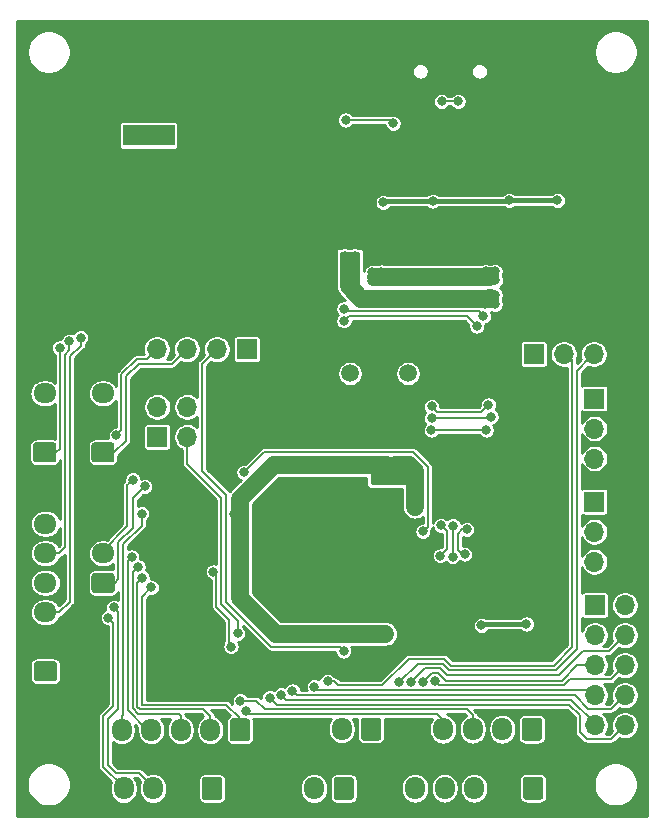
<source format=gbr>
G04 #@! TF.GenerationSoftware,KiCad,Pcbnew,5.1.5-52549c5~86~ubuntu18.04.1*
G04 #@! TF.CreationDate,2020-05-16T14:27:32+07:00*
G04 #@! TF.ProjectId,openSTM32F4_LQFP64,6f70656e-5354-44d3-9332-46345f4c5146,rev?*
G04 #@! TF.SameCoordinates,Original*
G04 #@! TF.FileFunction,Copper,L2,Bot*
G04 #@! TF.FilePolarity,Positive*
%FSLAX46Y46*%
G04 Gerber Fmt 4.6, Leading zero omitted, Abs format (unit mm)*
G04 Created by KiCad (PCBNEW 5.1.5-52549c5~86~ubuntu18.04.1) date 2020-05-16 14:27:32*
%MOMM*%
%LPD*%
G04 APERTURE LIST*
%ADD10R,4.400000X1.800000*%
%ADD11O,4.000000X1.800000*%
%ADD12O,1.800000X4.000000*%
%ADD13O,1.700000X1.700000*%
%ADD14R,1.700000X1.700000*%
%ADD15O,1.700000X1.950000*%
%ADD16C,0.100000*%
%ADD17O,1.950000X1.700000*%
%ADD18C,1.500000*%
%ADD19O,1.150000X1.800000*%
%ADD20O,1.450000X2.000000*%
%ADD21C,0.600000*%
%ADD22R,4.500000X2.950000*%
%ADD23C,0.800000*%
%ADD24C,1.500000*%
%ADD25C,0.400000*%
%ADD26C,0.200000*%
%ADD27C,0.254000*%
G04 APERTURE END LIST*
D10*
X151231600Y-51668680D03*
D11*
X151231600Y-45868680D03*
D12*
X146431600Y-48668680D03*
D13*
X191554100Y-101605080D03*
X189014100Y-101605080D03*
X191554100Y-99065080D03*
X189014100Y-99065080D03*
X191554100Y-96525080D03*
X189014100Y-96525080D03*
X191554100Y-93985080D03*
X189014100Y-93985080D03*
X191554100Y-91445080D03*
D14*
X189014100Y-91445080D03*
D13*
X191465200Y-70185280D03*
X188925200Y-70185280D03*
X186385200Y-70185280D03*
D14*
X183845200Y-70185280D03*
D13*
X191516000Y-79024480D03*
X188976000Y-79024480D03*
X191516000Y-76484480D03*
X188976000Y-76484480D03*
X191516000Y-73944480D03*
D14*
X188976000Y-73944480D03*
D13*
X191516000Y-87762080D03*
X188976000Y-87762080D03*
X191516000Y-85222080D03*
X188976000Y-85222080D03*
X191516000Y-82682080D03*
D14*
X188976000Y-82682080D03*
D15*
X165078400Y-101930200D03*
X167578400Y-101930200D03*
G04 #@! TA.AperFunction,ComponentPad*
D16*
G36*
X170702904Y-100956404D02*
G01*
X170727173Y-100960004D01*
X170750971Y-100965965D01*
X170774071Y-100974230D01*
X170796249Y-100984720D01*
X170817293Y-100997333D01*
X170836998Y-101011947D01*
X170855177Y-101028423D01*
X170871653Y-101046602D01*
X170886267Y-101066307D01*
X170898880Y-101087351D01*
X170909370Y-101109529D01*
X170917635Y-101132629D01*
X170923596Y-101156427D01*
X170927196Y-101180696D01*
X170928400Y-101205200D01*
X170928400Y-102655200D01*
X170927196Y-102679704D01*
X170923596Y-102703973D01*
X170917635Y-102727771D01*
X170909370Y-102750871D01*
X170898880Y-102773049D01*
X170886267Y-102794093D01*
X170871653Y-102813798D01*
X170855177Y-102831977D01*
X170836998Y-102848453D01*
X170817293Y-102863067D01*
X170796249Y-102875680D01*
X170774071Y-102886170D01*
X170750971Y-102894435D01*
X170727173Y-102900396D01*
X170702904Y-102903996D01*
X170678400Y-102905200D01*
X169478400Y-102905200D01*
X169453896Y-102903996D01*
X169429627Y-102900396D01*
X169405829Y-102894435D01*
X169382729Y-102886170D01*
X169360551Y-102875680D01*
X169339507Y-102863067D01*
X169319802Y-102848453D01*
X169301623Y-102831977D01*
X169285147Y-102813798D01*
X169270533Y-102794093D01*
X169257920Y-102773049D01*
X169247430Y-102750871D01*
X169239165Y-102727771D01*
X169233204Y-102703973D01*
X169229604Y-102679704D01*
X169228400Y-102655200D01*
X169228400Y-101205200D01*
X169229604Y-101180696D01*
X169233204Y-101156427D01*
X169239165Y-101132629D01*
X169247430Y-101109529D01*
X169257920Y-101087351D01*
X169270533Y-101066307D01*
X169285147Y-101046602D01*
X169301623Y-101028423D01*
X169319802Y-101011947D01*
X169339507Y-100997333D01*
X169360551Y-100984720D01*
X169382729Y-100974230D01*
X169405829Y-100965965D01*
X169429627Y-100960004D01*
X169453896Y-100956404D01*
X169478400Y-100955200D01*
X170678400Y-100955200D01*
X170702904Y-100956404D01*
G37*
G04 #@! TD.AperFunction*
D15*
X162741600Y-106959400D03*
X165241600Y-106959400D03*
G04 #@! TA.AperFunction,ComponentPad*
D16*
G36*
X168366104Y-105985604D02*
G01*
X168390373Y-105989204D01*
X168414171Y-105995165D01*
X168437271Y-106003430D01*
X168459449Y-106013920D01*
X168480493Y-106026533D01*
X168500198Y-106041147D01*
X168518377Y-106057623D01*
X168534853Y-106075802D01*
X168549467Y-106095507D01*
X168562080Y-106116551D01*
X168572570Y-106138729D01*
X168580835Y-106161829D01*
X168586796Y-106185627D01*
X168590396Y-106209896D01*
X168591600Y-106234400D01*
X168591600Y-107684400D01*
X168590396Y-107708904D01*
X168586796Y-107733173D01*
X168580835Y-107756971D01*
X168572570Y-107780071D01*
X168562080Y-107802249D01*
X168549467Y-107823293D01*
X168534853Y-107842998D01*
X168518377Y-107861177D01*
X168500198Y-107877653D01*
X168480493Y-107892267D01*
X168459449Y-107904880D01*
X168437271Y-107915370D01*
X168414171Y-107923635D01*
X168390373Y-107929596D01*
X168366104Y-107933196D01*
X168341600Y-107934400D01*
X167141600Y-107934400D01*
X167117096Y-107933196D01*
X167092827Y-107929596D01*
X167069029Y-107923635D01*
X167045929Y-107915370D01*
X167023751Y-107904880D01*
X167002707Y-107892267D01*
X166983002Y-107877653D01*
X166964823Y-107861177D01*
X166948347Y-107842998D01*
X166933733Y-107823293D01*
X166921120Y-107802249D01*
X166910630Y-107780071D01*
X166902365Y-107756971D01*
X166896404Y-107733173D01*
X166892804Y-107708904D01*
X166891600Y-107684400D01*
X166891600Y-106234400D01*
X166892804Y-106209896D01*
X166896404Y-106185627D01*
X166902365Y-106161829D01*
X166910630Y-106138729D01*
X166921120Y-106116551D01*
X166933733Y-106095507D01*
X166948347Y-106075802D01*
X166964823Y-106057623D01*
X166983002Y-106041147D01*
X167002707Y-106026533D01*
X167023751Y-106013920D01*
X167045929Y-106003430D01*
X167069029Y-105995165D01*
X167092827Y-105989204D01*
X167117096Y-105985604D01*
X167141600Y-105984400D01*
X168341600Y-105984400D01*
X168366104Y-105985604D01*
G37*
G04 #@! TD.AperFunction*
D17*
X147373340Y-84557860D03*
X147373340Y-87057860D03*
G04 #@! TA.AperFunction,ComponentPad*
D16*
G36*
X148122844Y-88709064D02*
G01*
X148147113Y-88712664D01*
X148170911Y-88718625D01*
X148194011Y-88726890D01*
X148216189Y-88737380D01*
X148237233Y-88749993D01*
X148256938Y-88764607D01*
X148275117Y-88781083D01*
X148291593Y-88799262D01*
X148306207Y-88818967D01*
X148318820Y-88840011D01*
X148329310Y-88862189D01*
X148337575Y-88885289D01*
X148343536Y-88909087D01*
X148347136Y-88933356D01*
X148348340Y-88957860D01*
X148348340Y-90157860D01*
X148347136Y-90182364D01*
X148343536Y-90206633D01*
X148337575Y-90230431D01*
X148329310Y-90253531D01*
X148318820Y-90275709D01*
X148306207Y-90296753D01*
X148291593Y-90316458D01*
X148275117Y-90334637D01*
X148256938Y-90351113D01*
X148237233Y-90365727D01*
X148216189Y-90378340D01*
X148194011Y-90388830D01*
X148170911Y-90397095D01*
X148147113Y-90403056D01*
X148122844Y-90406656D01*
X148098340Y-90407860D01*
X146648340Y-90407860D01*
X146623836Y-90406656D01*
X146599567Y-90403056D01*
X146575769Y-90397095D01*
X146552669Y-90388830D01*
X146530491Y-90378340D01*
X146509447Y-90365727D01*
X146489742Y-90351113D01*
X146471563Y-90334637D01*
X146455087Y-90316458D01*
X146440473Y-90296753D01*
X146427860Y-90275709D01*
X146417370Y-90253531D01*
X146409105Y-90230431D01*
X146403144Y-90206633D01*
X146399544Y-90182364D01*
X146398340Y-90157860D01*
X146398340Y-88957860D01*
X146399544Y-88933356D01*
X146403144Y-88909087D01*
X146409105Y-88885289D01*
X146417370Y-88862189D01*
X146427860Y-88840011D01*
X146440473Y-88818967D01*
X146455087Y-88799262D01*
X146471563Y-88781083D01*
X146489742Y-88764607D01*
X146509447Y-88749993D01*
X146530491Y-88737380D01*
X146552669Y-88726890D01*
X146575769Y-88718625D01*
X146599567Y-88712664D01*
X146623836Y-88709064D01*
X146648340Y-88707860D01*
X148098340Y-88707860D01*
X148122844Y-88709064D01*
G37*
G04 #@! TD.AperFunction*
D13*
X151922480Y-69773800D03*
X154462480Y-69773800D03*
X157002480Y-69773800D03*
D14*
X159542480Y-69773800D03*
D13*
X157048200Y-74650600D03*
X157048200Y-77190600D03*
X154508200Y-74650600D03*
X154508200Y-77190600D03*
X151968200Y-74650600D03*
D14*
X151968200Y-77190600D03*
D18*
X168302280Y-71826120D03*
X173182280Y-71826120D03*
D19*
X172853120Y-43480360D03*
X180603120Y-43480360D03*
D20*
X173003120Y-47280360D03*
X180453120Y-47280360D03*
D21*
X161794600Y-57096100D03*
X160694600Y-57096100D03*
X160694600Y-58296100D03*
X161794600Y-58296100D03*
X158194600Y-57096100D03*
X159394600Y-57096100D03*
X159394600Y-58296100D03*
X158194600Y-58296100D03*
D22*
X159994600Y-57696100D03*
D17*
X142491460Y-84545780D03*
X142491460Y-87045780D03*
X142491460Y-89545780D03*
X142491460Y-92045780D03*
X142491460Y-94545780D03*
G04 #@! TA.AperFunction,ComponentPad*
D16*
G36*
X143240964Y-96196984D02*
G01*
X143265233Y-96200584D01*
X143289031Y-96206545D01*
X143312131Y-96214810D01*
X143334309Y-96225300D01*
X143355353Y-96237913D01*
X143375058Y-96252527D01*
X143393237Y-96269003D01*
X143409713Y-96287182D01*
X143424327Y-96306887D01*
X143436940Y-96327931D01*
X143447430Y-96350109D01*
X143455695Y-96373209D01*
X143461656Y-96397007D01*
X143465256Y-96421276D01*
X143466460Y-96445780D01*
X143466460Y-97645780D01*
X143465256Y-97670284D01*
X143461656Y-97694553D01*
X143455695Y-97718351D01*
X143447430Y-97741451D01*
X143436940Y-97763629D01*
X143424327Y-97784673D01*
X143409713Y-97804378D01*
X143393237Y-97822557D01*
X143375058Y-97839033D01*
X143355353Y-97853647D01*
X143334309Y-97866260D01*
X143312131Y-97876750D01*
X143289031Y-97885015D01*
X143265233Y-97890976D01*
X143240964Y-97894576D01*
X143216460Y-97895780D01*
X141766460Y-97895780D01*
X141741956Y-97894576D01*
X141717687Y-97890976D01*
X141693889Y-97885015D01*
X141670789Y-97876750D01*
X141648611Y-97866260D01*
X141627567Y-97853647D01*
X141607862Y-97839033D01*
X141589683Y-97822557D01*
X141573207Y-97804378D01*
X141558593Y-97784673D01*
X141545980Y-97763629D01*
X141535490Y-97741451D01*
X141527225Y-97718351D01*
X141521264Y-97694553D01*
X141517664Y-97670284D01*
X141516460Y-97645780D01*
X141516460Y-96445780D01*
X141517664Y-96421276D01*
X141521264Y-96397007D01*
X141527225Y-96373209D01*
X141535490Y-96350109D01*
X141545980Y-96327931D01*
X141558593Y-96306887D01*
X141573207Y-96287182D01*
X141589683Y-96269003D01*
X141607862Y-96252527D01*
X141627567Y-96237913D01*
X141648611Y-96225300D01*
X141670789Y-96214810D01*
X141693889Y-96206545D01*
X141717687Y-96200584D01*
X141741956Y-96196984D01*
X141766460Y-96195780D01*
X143216460Y-96195780D01*
X143240964Y-96196984D01*
G37*
G04 #@! TD.AperFunction*
D15*
X173794400Y-106934000D03*
X176294400Y-106934000D03*
X178794400Y-106934000D03*
X181294400Y-106934000D03*
G04 #@! TA.AperFunction,ComponentPad*
D16*
G36*
X184418904Y-105960204D02*
G01*
X184443173Y-105963804D01*
X184466971Y-105969765D01*
X184490071Y-105978030D01*
X184512249Y-105988520D01*
X184533293Y-106001133D01*
X184552998Y-106015747D01*
X184571177Y-106032223D01*
X184587653Y-106050402D01*
X184602267Y-106070107D01*
X184614880Y-106091151D01*
X184625370Y-106113329D01*
X184633635Y-106136429D01*
X184639596Y-106160227D01*
X184643196Y-106184496D01*
X184644400Y-106209000D01*
X184644400Y-107659000D01*
X184643196Y-107683504D01*
X184639596Y-107707773D01*
X184633635Y-107731571D01*
X184625370Y-107754671D01*
X184614880Y-107776849D01*
X184602267Y-107797893D01*
X184587653Y-107817598D01*
X184571177Y-107835777D01*
X184552998Y-107852253D01*
X184533293Y-107866867D01*
X184512249Y-107879480D01*
X184490071Y-107889970D01*
X184466971Y-107898235D01*
X184443173Y-107904196D01*
X184418904Y-107907796D01*
X184394400Y-107909000D01*
X183194400Y-107909000D01*
X183169896Y-107907796D01*
X183145627Y-107904196D01*
X183121829Y-107898235D01*
X183098729Y-107889970D01*
X183076551Y-107879480D01*
X183055507Y-107866867D01*
X183035802Y-107852253D01*
X183017623Y-107835777D01*
X183001147Y-107817598D01*
X182986533Y-107797893D01*
X182973920Y-107776849D01*
X182963430Y-107754671D01*
X182955165Y-107731571D01*
X182949204Y-107707773D01*
X182945604Y-107683504D01*
X182944400Y-107659000D01*
X182944400Y-106209000D01*
X182945604Y-106184496D01*
X182949204Y-106160227D01*
X182955165Y-106136429D01*
X182963430Y-106113329D01*
X182973920Y-106091151D01*
X182986533Y-106070107D01*
X183001147Y-106050402D01*
X183017623Y-106032223D01*
X183035802Y-106015747D01*
X183055507Y-106001133D01*
X183076551Y-105988520D01*
X183098729Y-105978030D01*
X183121829Y-105969765D01*
X183145627Y-105963804D01*
X183169896Y-105960204D01*
X183194400Y-105959000D01*
X184394400Y-105959000D01*
X184418904Y-105960204D01*
G37*
G04 #@! TD.AperFunction*
D15*
X149116400Y-106959400D03*
X151616400Y-106959400D03*
X154116400Y-106959400D03*
G04 #@! TA.AperFunction,ComponentPad*
D16*
G36*
X157240904Y-105985604D02*
G01*
X157265173Y-105989204D01*
X157288971Y-105995165D01*
X157312071Y-106003430D01*
X157334249Y-106013920D01*
X157355293Y-106026533D01*
X157374998Y-106041147D01*
X157393177Y-106057623D01*
X157409653Y-106075802D01*
X157424267Y-106095507D01*
X157436880Y-106116551D01*
X157447370Y-106138729D01*
X157455635Y-106161829D01*
X157461596Y-106185627D01*
X157465196Y-106209896D01*
X157466400Y-106234400D01*
X157466400Y-107684400D01*
X157465196Y-107708904D01*
X157461596Y-107733173D01*
X157455635Y-107756971D01*
X157447370Y-107780071D01*
X157436880Y-107802249D01*
X157424267Y-107823293D01*
X157409653Y-107842998D01*
X157393177Y-107861177D01*
X157374998Y-107877653D01*
X157355293Y-107892267D01*
X157334249Y-107904880D01*
X157312071Y-107915370D01*
X157288971Y-107923635D01*
X157265173Y-107929596D01*
X157240904Y-107933196D01*
X157216400Y-107934400D01*
X156016400Y-107934400D01*
X155991896Y-107933196D01*
X155967627Y-107929596D01*
X155943829Y-107923635D01*
X155920729Y-107915370D01*
X155898551Y-107904880D01*
X155877507Y-107892267D01*
X155857802Y-107877653D01*
X155839623Y-107861177D01*
X155823147Y-107842998D01*
X155808533Y-107823293D01*
X155795920Y-107802249D01*
X155785430Y-107780071D01*
X155777165Y-107756971D01*
X155771204Y-107733173D01*
X155767604Y-107708904D01*
X155766400Y-107684400D01*
X155766400Y-106234400D01*
X155767604Y-106209896D01*
X155771204Y-106185627D01*
X155777165Y-106161829D01*
X155785430Y-106138729D01*
X155795920Y-106116551D01*
X155808533Y-106095507D01*
X155823147Y-106075802D01*
X155839623Y-106057623D01*
X155857802Y-106041147D01*
X155877507Y-106026533D01*
X155898551Y-106013920D01*
X155920729Y-106003430D01*
X155943829Y-105995165D01*
X155967627Y-105989204D01*
X155991896Y-105985604D01*
X156016400Y-105984400D01*
X157216400Y-105984400D01*
X157240904Y-105985604D01*
G37*
G04 #@! TD.AperFunction*
D15*
X148953200Y-102006400D03*
X151453200Y-102006400D03*
X153953200Y-102006400D03*
X156453200Y-102006400D03*
G04 #@! TA.AperFunction,ComponentPad*
D16*
G36*
X159577704Y-101032604D02*
G01*
X159601973Y-101036204D01*
X159625771Y-101042165D01*
X159648871Y-101050430D01*
X159671049Y-101060920D01*
X159692093Y-101073533D01*
X159711798Y-101088147D01*
X159729977Y-101104623D01*
X159746453Y-101122802D01*
X159761067Y-101142507D01*
X159773680Y-101163551D01*
X159784170Y-101185729D01*
X159792435Y-101208829D01*
X159798396Y-101232627D01*
X159801996Y-101256896D01*
X159803200Y-101281400D01*
X159803200Y-102731400D01*
X159801996Y-102755904D01*
X159798396Y-102780173D01*
X159792435Y-102803971D01*
X159784170Y-102827071D01*
X159773680Y-102849249D01*
X159761067Y-102870293D01*
X159746453Y-102889998D01*
X159729977Y-102908177D01*
X159711798Y-102924653D01*
X159692093Y-102939267D01*
X159671049Y-102951880D01*
X159648871Y-102962370D01*
X159625771Y-102970635D01*
X159601973Y-102976596D01*
X159577704Y-102980196D01*
X159553200Y-102981400D01*
X158353200Y-102981400D01*
X158328696Y-102980196D01*
X158304427Y-102976596D01*
X158280629Y-102970635D01*
X158257529Y-102962370D01*
X158235351Y-102951880D01*
X158214307Y-102939267D01*
X158194602Y-102924653D01*
X158176423Y-102908177D01*
X158159947Y-102889998D01*
X158145333Y-102870293D01*
X158132720Y-102849249D01*
X158122230Y-102827071D01*
X158113965Y-102803971D01*
X158108004Y-102780173D01*
X158104404Y-102755904D01*
X158103200Y-102731400D01*
X158103200Y-101281400D01*
X158104404Y-101256896D01*
X158108004Y-101232627D01*
X158113965Y-101208829D01*
X158122230Y-101185729D01*
X158132720Y-101163551D01*
X158145333Y-101142507D01*
X158159947Y-101122802D01*
X158176423Y-101104623D01*
X158194602Y-101088147D01*
X158214307Y-101073533D01*
X158235351Y-101060920D01*
X158257529Y-101050430D01*
X158280629Y-101042165D01*
X158304427Y-101036204D01*
X158328696Y-101032604D01*
X158353200Y-101031400D01*
X159553200Y-101031400D01*
X159577704Y-101032604D01*
G37*
G04 #@! TD.AperFunction*
D17*
X142440660Y-71003780D03*
X142440660Y-73503780D03*
X142440660Y-76003780D03*
G04 #@! TA.AperFunction,ComponentPad*
D16*
G36*
X143190164Y-77654984D02*
G01*
X143214433Y-77658584D01*
X143238231Y-77664545D01*
X143261331Y-77672810D01*
X143283509Y-77683300D01*
X143304553Y-77695913D01*
X143324258Y-77710527D01*
X143342437Y-77727003D01*
X143358913Y-77745182D01*
X143373527Y-77764887D01*
X143386140Y-77785931D01*
X143396630Y-77808109D01*
X143404895Y-77831209D01*
X143410856Y-77855007D01*
X143414456Y-77879276D01*
X143415660Y-77903780D01*
X143415660Y-79103780D01*
X143414456Y-79128284D01*
X143410856Y-79152553D01*
X143404895Y-79176351D01*
X143396630Y-79199451D01*
X143386140Y-79221629D01*
X143373527Y-79242673D01*
X143358913Y-79262378D01*
X143342437Y-79280557D01*
X143324258Y-79297033D01*
X143304553Y-79311647D01*
X143283509Y-79324260D01*
X143261331Y-79334750D01*
X143238231Y-79343015D01*
X143214433Y-79348976D01*
X143190164Y-79352576D01*
X143165660Y-79353780D01*
X141715660Y-79353780D01*
X141691156Y-79352576D01*
X141666887Y-79348976D01*
X141643089Y-79343015D01*
X141619989Y-79334750D01*
X141597811Y-79324260D01*
X141576767Y-79311647D01*
X141557062Y-79297033D01*
X141538883Y-79280557D01*
X141522407Y-79262378D01*
X141507793Y-79242673D01*
X141495180Y-79221629D01*
X141484690Y-79199451D01*
X141476425Y-79176351D01*
X141470464Y-79152553D01*
X141466864Y-79128284D01*
X141465660Y-79103780D01*
X141465660Y-77903780D01*
X141466864Y-77879276D01*
X141470464Y-77855007D01*
X141476425Y-77831209D01*
X141484690Y-77808109D01*
X141495180Y-77785931D01*
X141507793Y-77764887D01*
X141522407Y-77745182D01*
X141538883Y-77727003D01*
X141557062Y-77710527D01*
X141576767Y-77695913D01*
X141597811Y-77683300D01*
X141619989Y-77672810D01*
X141643089Y-77664545D01*
X141666887Y-77658584D01*
X141691156Y-77654984D01*
X141715660Y-77653780D01*
X143165660Y-77653780D01*
X143190164Y-77654984D01*
G37*
G04 #@! TD.AperFunction*
D17*
X147368260Y-71003780D03*
X147368260Y-73503780D03*
X147368260Y-76003780D03*
G04 #@! TA.AperFunction,ComponentPad*
D16*
G36*
X148117764Y-77654984D02*
G01*
X148142033Y-77658584D01*
X148165831Y-77664545D01*
X148188931Y-77672810D01*
X148211109Y-77683300D01*
X148232153Y-77695913D01*
X148251858Y-77710527D01*
X148270037Y-77727003D01*
X148286513Y-77745182D01*
X148301127Y-77764887D01*
X148313740Y-77785931D01*
X148324230Y-77808109D01*
X148332495Y-77831209D01*
X148338456Y-77855007D01*
X148342056Y-77879276D01*
X148343260Y-77903780D01*
X148343260Y-79103780D01*
X148342056Y-79128284D01*
X148338456Y-79152553D01*
X148332495Y-79176351D01*
X148324230Y-79199451D01*
X148313740Y-79221629D01*
X148301127Y-79242673D01*
X148286513Y-79262378D01*
X148270037Y-79280557D01*
X148251858Y-79297033D01*
X148232153Y-79311647D01*
X148211109Y-79324260D01*
X148188931Y-79334750D01*
X148165831Y-79343015D01*
X148142033Y-79348976D01*
X148117764Y-79352576D01*
X148093260Y-79353780D01*
X146643260Y-79353780D01*
X146618756Y-79352576D01*
X146594487Y-79348976D01*
X146570689Y-79343015D01*
X146547589Y-79334750D01*
X146525411Y-79324260D01*
X146504367Y-79311647D01*
X146484662Y-79297033D01*
X146466483Y-79280557D01*
X146450007Y-79262378D01*
X146435393Y-79242673D01*
X146422780Y-79221629D01*
X146412290Y-79199451D01*
X146404025Y-79176351D01*
X146398064Y-79152553D01*
X146394464Y-79128284D01*
X146393260Y-79103780D01*
X146393260Y-77903780D01*
X146394464Y-77879276D01*
X146398064Y-77855007D01*
X146404025Y-77831209D01*
X146412290Y-77808109D01*
X146422780Y-77785931D01*
X146435393Y-77764887D01*
X146450007Y-77745182D01*
X146466483Y-77727003D01*
X146484662Y-77710527D01*
X146504367Y-77695913D01*
X146525411Y-77683300D01*
X146547589Y-77672810D01*
X146570689Y-77664545D01*
X146594487Y-77658584D01*
X146618756Y-77654984D01*
X146643260Y-77653780D01*
X148093260Y-77653780D01*
X148117764Y-77654984D01*
G37*
G04 #@! TD.AperFunction*
D15*
X176172480Y-101940360D03*
X178672480Y-101940360D03*
X181172480Y-101940360D03*
G04 #@! TA.AperFunction,ComponentPad*
D16*
G36*
X184296984Y-100966564D02*
G01*
X184321253Y-100970164D01*
X184345051Y-100976125D01*
X184368151Y-100984390D01*
X184390329Y-100994880D01*
X184411373Y-101007493D01*
X184431078Y-101022107D01*
X184449257Y-101038583D01*
X184465733Y-101056762D01*
X184480347Y-101076467D01*
X184492960Y-101097511D01*
X184503450Y-101119689D01*
X184511715Y-101142789D01*
X184517676Y-101166587D01*
X184521276Y-101190856D01*
X184522480Y-101215360D01*
X184522480Y-102665360D01*
X184521276Y-102689864D01*
X184517676Y-102714133D01*
X184511715Y-102737931D01*
X184503450Y-102761031D01*
X184492960Y-102783209D01*
X184480347Y-102804253D01*
X184465733Y-102823958D01*
X184449257Y-102842137D01*
X184431078Y-102858613D01*
X184411373Y-102873227D01*
X184390329Y-102885840D01*
X184368151Y-102896330D01*
X184345051Y-102904595D01*
X184321253Y-102910556D01*
X184296984Y-102914156D01*
X184272480Y-102915360D01*
X183072480Y-102915360D01*
X183047976Y-102914156D01*
X183023707Y-102910556D01*
X182999909Y-102904595D01*
X182976809Y-102896330D01*
X182954631Y-102885840D01*
X182933587Y-102873227D01*
X182913882Y-102858613D01*
X182895703Y-102842137D01*
X182879227Y-102823958D01*
X182864613Y-102804253D01*
X182852000Y-102783209D01*
X182841510Y-102761031D01*
X182833245Y-102737931D01*
X182827284Y-102714133D01*
X182823684Y-102689864D01*
X182822480Y-102665360D01*
X182822480Y-101215360D01*
X182823684Y-101190856D01*
X182827284Y-101166587D01*
X182833245Y-101142789D01*
X182841510Y-101119689D01*
X182852000Y-101097511D01*
X182864613Y-101076467D01*
X182879227Y-101056762D01*
X182895703Y-101038583D01*
X182913882Y-101022107D01*
X182933587Y-101007493D01*
X182954631Y-100994880D01*
X182976809Y-100984390D01*
X182999909Y-100976125D01*
X183023707Y-100970164D01*
X183047976Y-100966564D01*
X183072480Y-100965360D01*
X184272480Y-100965360D01*
X184296984Y-100966564D01*
G37*
G04 #@! TD.AperFunction*
D23*
X150139400Y-44201080D03*
X151409400Y-44201080D03*
X152679400Y-44201080D03*
X150139400Y-42931080D03*
X151409400Y-42931080D03*
X152679400Y-42931080D03*
X153949400Y-45471080D03*
X153949400Y-46741080D03*
X155219400Y-46741080D03*
X155219400Y-45471080D03*
X163474400Y-49916080D03*
X164744400Y-49916080D03*
X166014400Y-49916080D03*
X166014400Y-51186080D03*
X164744400Y-51186080D03*
X163474400Y-51186080D03*
X153949400Y-55631080D03*
X153949400Y-56901080D03*
X153949400Y-58171080D03*
X152679400Y-58171080D03*
X152679400Y-56901080D03*
X152679400Y-55631080D03*
X163474400Y-57536080D03*
X164744400Y-57536080D03*
X166014400Y-57536080D03*
X163474400Y-56266080D03*
X164744400Y-56266080D03*
X166014400Y-56266080D03*
X171094400Y-44201080D03*
X171094400Y-42931080D03*
X169824400Y-42931080D03*
X169824400Y-44201080D03*
X182524400Y-44201080D03*
X182524400Y-42931080D03*
X183794400Y-42931080D03*
X183794400Y-44201080D03*
X174269400Y-47884080D03*
X174777400Y-48646080D03*
X172745400Y-48900080D03*
X173507400Y-49408080D03*
X180619400Y-49281080D03*
X183159400Y-49281080D03*
X180619400Y-50551080D03*
X183159400Y-50551080D03*
X190779400Y-49916080D03*
X190779400Y-48646080D03*
X172364400Y-56266080D03*
X173634400Y-56266080D03*
X174269400Y-55631080D03*
X179222400Y-55504080D03*
X186131200Y-58795920D03*
X185064400Y-58806080D03*
X191414400Y-58806080D03*
X192684400Y-58806080D03*
X190779400Y-58171080D03*
X190779400Y-56901080D03*
X192049400Y-63886080D03*
X192049400Y-65156080D03*
X172364400Y-61346080D03*
X173634400Y-61346080D03*
X174904400Y-61346080D03*
X176174400Y-61346080D03*
X174269400Y-61981080D03*
X175539400Y-61981080D03*
X176809400Y-61981080D03*
X172999400Y-61981080D03*
X152679400Y-65727580D03*
X151409400Y-65727580D03*
X151409400Y-66997580D03*
X152679400Y-66997580D03*
X150139400Y-65727580D03*
X150139400Y-66997580D03*
X159029400Y-65600580D03*
X159029400Y-66870580D03*
X160299400Y-66870580D03*
X160299400Y-65600580D03*
X164744400Y-65791080D03*
X163474400Y-65791080D03*
X163474400Y-72141080D03*
X163474400Y-73411080D03*
X168950640Y-69662040D03*
X170220640Y-69662040D03*
X148234400Y-69601080D03*
X149504400Y-69601080D03*
X158394400Y-72776080D03*
X158394400Y-74046080D03*
X158394400Y-75316080D03*
X158394400Y-76586080D03*
X160934400Y-75951080D03*
X160934400Y-77221080D03*
X159664400Y-75951080D03*
X159664400Y-77221080D03*
X173634400Y-76586080D03*
X174269400Y-77221080D03*
X174904400Y-77856080D03*
X145694400Y-75316080D03*
X145694400Y-76586080D03*
X179349400Y-50614580D03*
X179285900Y-49281080D03*
X145694400Y-83571080D03*
X145694400Y-84841080D03*
X154584400Y-83571080D03*
X153314400Y-83571080D03*
X178790600Y-82923380D03*
X178790600Y-81653380D03*
X180060600Y-81653380D03*
X180060600Y-82923380D03*
X154106880Y-92044520D03*
X154106880Y-93314520D03*
X152836880Y-92044520D03*
X152836880Y-93314520D03*
X154106880Y-94584520D03*
X152836880Y-94584520D03*
X169189400Y-97541080D03*
X168554400Y-96906080D03*
X167919400Y-97541080D03*
X160934400Y-106431080D03*
X160934400Y-107701080D03*
X180619400Y-105161080D03*
X181889400Y-105161080D03*
X166649400Y-86746080D03*
X166649400Y-84841080D03*
X164744400Y-84841080D03*
X164744400Y-86746080D03*
X164744400Y-88651080D03*
X166649400Y-88651080D03*
X168554400Y-84841080D03*
X168554400Y-86746080D03*
X168554400Y-88651080D03*
X170472100Y-83875880D03*
X170459400Y-85069680D03*
X170459400Y-86415880D03*
X185928000Y-92956380D03*
X185252360Y-93578680D03*
X182702200Y-88546940D03*
X183177180Y-89118440D03*
X144754600Y-47477680D03*
X144754600Y-48747680D03*
X144754600Y-50017680D03*
X143484600Y-50017680D03*
X143484600Y-48747680D03*
X143484600Y-47477680D03*
X183489600Y-95737680D03*
X184759600Y-95737680D03*
X185394600Y-88752680D03*
X185394600Y-87482680D03*
X162534600Y-53192680D03*
X163804600Y-53192680D03*
X140944600Y-57637680D03*
X142214600Y-57637680D03*
X142214600Y-58907680D03*
X142214600Y-60177680D03*
X140944600Y-60177680D03*
X140944600Y-58907680D03*
X142849600Y-81132680D03*
X141579600Y-81132680D03*
X141579600Y-82402680D03*
X142849600Y-82402680D03*
X144754600Y-93832680D03*
X144754600Y-95102680D03*
X146024600Y-95102680D03*
X146024600Y-93832680D03*
X144754600Y-96372680D03*
X146024600Y-96372680D03*
X144754600Y-104627680D03*
X146024600Y-104627680D03*
X146024600Y-103357680D03*
X146024600Y-102087680D03*
X144754600Y-102087680D03*
X144754600Y-103357680D03*
X153009600Y-103992680D03*
X153009600Y-105262680D03*
X154279600Y-105262680D03*
X154279600Y-103992680D03*
X155549600Y-103992680D03*
X155549600Y-105262680D03*
X169519600Y-104627680D03*
X170789600Y-104627680D03*
X172059600Y-104627680D03*
X172059600Y-105897680D03*
X170789600Y-105897680D03*
X169519600Y-105897680D03*
X185394600Y-101452680D03*
X186664600Y-101452680D03*
X186664600Y-102722680D03*
X185394600Y-102722680D03*
X167614600Y-69702680D03*
X174599600Y-69702680D03*
X174599600Y-70972680D03*
X174599600Y-72242680D03*
X187299600Y-65257680D03*
X188569600Y-65257680D03*
X187299600Y-66527680D03*
X188569600Y-66527680D03*
X189839600Y-66527680D03*
X189839600Y-65257680D03*
X179730400Y-65140840D03*
X179730400Y-65979040D03*
X180568600Y-65963800D03*
X180558440Y-65156080D03*
X168671240Y-61854080D03*
X167843200Y-61838840D03*
X167843200Y-62677040D03*
X168681400Y-62661800D03*
X180563520Y-63169800D03*
X180586380Y-63939420D03*
X179768500Y-63185040D03*
X170964460Y-63995700D03*
X170171980Y-63983000D03*
X170942000Y-63233300D03*
X158501080Y-83682840D03*
X159265620Y-83568540D03*
X183222900Y-93035120D03*
X179415380Y-93151319D03*
X170449240Y-93878400D03*
X171282360Y-93878400D03*
X160538160Y-92417900D03*
X159973010Y-91852750D03*
X159512000Y-91269820D03*
X163784280Y-79458820D03*
X162971480Y-79484220D03*
X162133280Y-79502000D03*
X171005500Y-79283560D03*
X171005500Y-80083660D03*
X171010580Y-80873600D03*
X171810680Y-80873600D03*
X171810680Y-80078580D03*
X171797980Y-79303880D03*
X172626020Y-79321660D03*
X172613320Y-80137000D03*
X172618400Y-80848200D03*
X173476920Y-82722720D03*
X174071280Y-83207860D03*
X181754780Y-57175400D03*
X185847682Y-57162700D03*
X171086780Y-57340500D03*
X167916860Y-50363120D03*
X171942760Y-50642520D03*
X170154600Y-63251080D03*
X179781200Y-63949580D03*
X175295560Y-57236360D03*
X167772080Y-66349880D03*
X179579134Y-66976728D03*
X167772080Y-67370960D03*
X179026820Y-67810378D03*
X156696180Y-88614800D03*
X158203900Y-94945200D03*
X159501639Y-100431014D03*
X158999950Y-99530794D03*
X175917860Y-87264240D03*
X175983900Y-84681060D03*
X176964000Y-87345965D03*
X177001925Y-84711458D03*
X159304400Y-80193090D03*
X174451243Y-85194933D03*
X143702743Y-69664099D03*
X150647400Y-83682840D03*
X149809315Y-87355256D03*
X150348284Y-88197595D03*
X150678447Y-89141531D03*
X151457660Y-89933780D03*
X176033200Y-48793400D03*
X177433200Y-48778160D03*
X167754878Y-95315960D03*
X148488124Y-77058662D03*
X147825460Y-92514420D03*
X148271647Y-91619467D03*
X145478500Y-68780459D03*
X144520880Y-69089055D03*
X177985898Y-87128269D03*
X178168300Y-85029040D03*
X158776910Y-93830140D03*
X172452246Y-97955135D03*
X166382700Y-97883980D03*
X175480532Y-97899237D03*
X173465260Y-97932085D03*
X161487158Y-99263906D03*
X162463166Y-99017064D03*
X163413755Y-98706575D03*
X165270174Y-98336808D03*
X174475422Y-97911888D03*
X175179300Y-76622583D03*
X179815568Y-76626827D03*
X179999640Y-74488040D03*
X175192691Y-74620883D03*
X175191026Y-75620893D03*
X180215579Y-75502375D03*
X149898100Y-80802480D03*
X150914100Y-81386680D03*
D24*
X180146211Y-65481949D02*
X180157120Y-65471040D01*
X169220629Y-65481949D02*
X180146211Y-65481949D01*
X168173400Y-63085980D02*
X168173400Y-64434720D01*
X168173400Y-64434720D02*
X169220629Y-65481949D01*
X170449240Y-93878400D02*
X171282360Y-93878400D01*
X163266120Y-79583280D02*
X162394900Y-79583280D01*
X158973520Y-90853260D02*
X160538160Y-92417900D01*
X158973520Y-82433160D02*
X158973520Y-90853260D01*
X161823400Y-79583280D02*
X158973520Y-82433160D01*
X162394900Y-79583280D02*
X161823400Y-79583280D01*
X163266120Y-79583280D02*
X171315380Y-79583280D01*
D25*
X179531579Y-93035120D02*
X179415380Y-93151319D01*
X183222900Y-93035120D02*
X179531579Y-93035120D01*
D24*
X173769020Y-80111600D02*
X173769020Y-83120810D01*
X172191680Y-79583280D02*
X173240700Y-79583280D01*
X173240700Y-79583280D02*
X173769020Y-80111600D01*
D25*
X181754780Y-57175400D02*
X185834982Y-57175400D01*
X185834982Y-57175400D02*
X185847682Y-57162700D01*
X181693820Y-57236360D02*
X181754780Y-57175400D01*
X171086780Y-57340500D02*
X171190920Y-57236360D01*
X171190920Y-57236360D02*
X175295560Y-57236360D01*
X175585120Y-57236360D02*
X181693820Y-57236360D01*
D26*
X167916860Y-50363120D02*
X171663360Y-50363120D01*
X171663360Y-50363120D02*
X171942760Y-50642520D01*
D24*
X161998660Y-93878400D02*
X170449240Y-93878400D01*
X160538160Y-92417900D02*
X161998660Y-93878400D01*
X180122838Y-63607958D02*
X180124100Y-63609220D01*
X170454320Y-63616840D02*
X180055520Y-63616840D01*
D25*
X175295560Y-57236360D02*
X175585120Y-57236360D01*
D26*
X179179135Y-66576729D02*
X179579134Y-66976728D01*
X179149175Y-66546769D02*
X179179135Y-66576729D01*
X167772080Y-66349880D02*
X167968969Y-66546769D01*
X167968969Y-66546769D02*
X179149175Y-66546769D01*
X178163222Y-66946780D02*
X179026820Y-67810378D01*
X167772080Y-67370960D02*
X168196260Y-66946780D01*
X168196260Y-66946780D02*
X178163222Y-66946780D01*
X158076900Y-94818200D02*
X158203900Y-94945200D01*
X158076900Y-92697300D02*
X158076900Y-94818200D01*
X156972000Y-91592400D02*
X158076900Y-92697300D01*
X156696180Y-88614800D02*
X156972000Y-88890620D01*
X156972000Y-88890620D02*
X156972000Y-91592400D01*
X176172480Y-101940360D02*
X176172480Y-101173900D01*
X176172480Y-101173900D02*
X175653770Y-100655190D01*
X175653770Y-100655190D02*
X159725815Y-100655190D01*
X159725815Y-100655190D02*
X159501639Y-100431014D01*
X178672480Y-100765360D02*
X178162299Y-100255179D01*
X178162299Y-100255179D02*
X161082648Y-100255179D01*
X178672480Y-101940360D02*
X178672480Y-100765360D01*
X160358263Y-99530794D02*
X159565635Y-99530794D01*
X161082648Y-100255179D02*
X160358263Y-99530794D01*
X159565635Y-99530794D02*
X158999950Y-99530794D01*
X176474120Y-85171280D02*
X175983900Y-84681060D01*
X176474120Y-86707980D02*
X176474120Y-85171280D01*
X175917860Y-87264240D02*
X176474120Y-86707980D01*
X176964000Y-87345965D02*
X176964000Y-84749383D01*
X176964000Y-84749383D02*
X177001925Y-84711458D01*
X161036890Y-78460600D02*
X173602958Y-78460600D01*
X174851242Y-79708884D02*
X174851242Y-84794934D01*
X173602958Y-78460600D02*
X174851242Y-79708884D01*
X159304400Y-80193090D02*
X161036890Y-78460600D01*
X174851242Y-84794934D02*
X174451243Y-85194933D01*
X148343260Y-78503780D02*
X149336568Y-77510472D01*
X147368260Y-78503780D02*
X148343260Y-78503780D01*
X153612481Y-70623799D02*
X154462480Y-69773800D01*
X149336568Y-77510472D02*
X149336568Y-72077772D01*
X149336568Y-72077772D02*
X150408640Y-71005700D01*
X150408640Y-71005700D02*
X153230580Y-71005700D01*
X153230580Y-71005700D02*
X153612481Y-70623799D01*
X143738600Y-69699956D02*
X143702743Y-69664099D01*
X143738600Y-78180840D02*
X143738600Y-69699956D01*
X142440660Y-78503780D02*
X143415660Y-78503780D01*
X143415660Y-78503780D02*
X143738600Y-78180840D01*
X150647400Y-84248525D02*
X150647400Y-83682840D01*
X149073385Y-86271415D02*
X150647400Y-84697400D01*
X150647400Y-84697400D02*
X150647400Y-84248525D01*
X149073385Y-100711215D02*
X149073385Y-86271415D01*
X148953200Y-100831400D02*
X149073385Y-100711215D01*
X148953200Y-102006400D02*
X148953200Y-100831400D01*
X151453200Y-102006400D02*
X151129620Y-102006400D01*
X151129620Y-102006400D02*
X149473396Y-100350176D01*
X149473396Y-87691175D02*
X149809315Y-87355256D01*
X149473396Y-100350176D02*
X149473396Y-87691175D01*
X149873407Y-88672472D02*
X149948285Y-88597594D01*
X149948285Y-88597594D02*
X150348284Y-88197595D01*
X153779382Y-100657582D02*
X150346502Y-100657582D01*
X149873407Y-100184487D02*
X149873407Y-88672472D01*
X150346502Y-100657582D02*
X149873407Y-100184487D01*
X153953200Y-100831400D02*
X153779382Y-100657582D01*
X153953200Y-102006400D02*
X153953200Y-100831400D01*
X150278448Y-89541530D02*
X150678447Y-89141531D01*
X156453200Y-102006400D02*
X156453200Y-100831400D01*
X150277869Y-100023249D02*
X150277869Y-89542109D01*
X150277869Y-89542109D02*
X150278448Y-89541530D01*
X150512191Y-100257571D02*
X150277869Y-100023249D01*
X155879371Y-100257571D02*
X150512191Y-100257571D01*
X156453200Y-100831400D02*
X155879371Y-100257571D01*
X150677880Y-90713560D02*
X151457660Y-89933780D01*
X157779360Y-99857560D02*
X150677880Y-99857560D01*
X158953200Y-102006400D02*
X158953200Y-101031400D01*
X150677880Y-99857560D02*
X150677880Y-90713560D01*
X158953200Y-101031400D02*
X157779360Y-99857560D01*
X177433200Y-48778160D02*
X176048440Y-48778160D01*
X176048440Y-48778160D02*
X176033200Y-48793400D01*
X155765500Y-71010780D02*
X155765500Y-80092241D01*
X157002480Y-69773800D02*
X155765500Y-71010780D01*
X155765500Y-80092241D02*
X157797500Y-82124241D01*
X161598301Y-94962980D02*
X167401898Y-94962980D01*
X157797500Y-82124241D02*
X157797500Y-91162179D01*
X167401898Y-94962980D02*
X167754878Y-95315960D01*
X157797500Y-91162179D02*
X161598301Y-94962980D01*
X148925280Y-76621506D02*
X148488124Y-77058662D01*
X150241000Y-70576440D02*
X148925280Y-71892160D01*
X148925280Y-71892160D02*
X148925280Y-76621506D01*
X151922480Y-69773800D02*
X151119840Y-70576440D01*
X151119840Y-70576440D02*
X150241000Y-70576440D01*
X148231860Y-92920820D02*
X147825460Y-92514420D01*
X148231860Y-99987100D02*
X148231860Y-92920820D01*
X147402602Y-100816358D02*
X148231860Y-99987100D01*
X147402602Y-105152242D02*
X147402602Y-100816358D01*
X149116400Y-106959400D02*
X149116400Y-106866040D01*
X149116400Y-106866040D02*
X147402602Y-105152242D01*
X148671646Y-92019466D02*
X148271647Y-91619467D01*
X148671646Y-100205174D02*
X148671646Y-92019466D01*
X147803190Y-101073630D02*
X148671646Y-100205174D01*
X147803190Y-102607749D02*
X147803190Y-101073630D01*
X151616400Y-106834400D02*
X150428220Y-105646220D01*
X151616400Y-106959400D02*
X151616400Y-106834400D01*
X150428220Y-105646220D02*
X148463000Y-105646220D01*
X148463000Y-105646220D02*
X147805140Y-104988360D01*
X147805140Y-104988360D02*
X147805140Y-102609699D01*
X147805140Y-102609699D02*
X147803190Y-102607749D01*
X144576800Y-70375780D02*
X145478500Y-69474080D01*
X144576800Y-91135440D02*
X144576800Y-70375780D01*
X145478500Y-69346144D02*
X145478500Y-68780459D01*
X145478500Y-69474080D02*
X145478500Y-69346144D01*
X143666460Y-92045780D02*
X144576800Y-91135440D01*
X142491460Y-92045780D02*
X143666460Y-92045780D01*
X144520880Y-69866000D02*
X144520880Y-69654740D01*
X144520880Y-69654740D02*
X144520880Y-69089055D01*
X144164101Y-70222779D02*
X144520880Y-69866000D01*
X142491460Y-87045780D02*
X143666460Y-87045780D01*
X143666460Y-87045780D02*
X144164101Y-86548139D01*
X144164101Y-86548139D02*
X144164101Y-70222779D01*
X177784760Y-85029040D02*
X178168300Y-85029040D01*
X177434240Y-85379560D02*
X177784760Y-85029040D01*
X177434240Y-86809580D02*
X177434240Y-85379560D01*
X177985898Y-87128269D02*
X177752929Y-87128269D01*
X177752929Y-87128269D02*
X177434240Y-86809580D01*
X154492960Y-77205840D02*
X154492960Y-79474060D01*
X154508200Y-77190600D02*
X154492960Y-77205840D01*
X158776910Y-93264455D02*
X158776910Y-93830140D01*
X154492960Y-79474060D02*
X157396180Y-82377280D01*
X158776910Y-92744530D02*
X158776910Y-93264455D01*
X157396180Y-82377280D02*
X157396180Y-91363800D01*
X157396180Y-91363800D02*
X158776910Y-92744530D01*
X187473551Y-71586129D02*
X188645800Y-70413880D01*
X174018232Y-96389149D02*
X176117929Y-96389149D01*
X172452246Y-97955135D02*
X174018232Y-96389149D01*
X176681811Y-96953031D02*
X185687289Y-96953031D01*
X188645800Y-70413880D02*
X189331600Y-70413880D01*
X185687289Y-96953031D02*
X187473551Y-95166769D01*
X187473551Y-95166769D02*
X187473551Y-71586129D01*
X176117929Y-96389149D02*
X176681811Y-96953031D01*
X187073540Y-70695820D02*
X186791600Y-70413880D01*
X187073540Y-95001080D02*
X187073540Y-70695820D01*
X185521600Y-96553020D02*
X187073540Y-95001080D01*
X166382700Y-97883980D02*
X166948385Y-97883980D01*
X167305486Y-98241081D02*
X170988759Y-98241081D01*
X176847500Y-96553020D02*
X185521600Y-96553020D01*
X170988759Y-98241081D02*
X173258480Y-95971360D01*
X173258480Y-95971360D02*
X176265840Y-95971360D01*
X166948385Y-97883980D02*
X167305486Y-98241081D01*
X176265840Y-95971360D02*
X176847500Y-96553020D01*
X175824191Y-98242896D02*
X175480532Y-97899237D01*
X186394584Y-98242896D02*
X175824191Y-98242896D01*
X186918600Y-97718880D02*
X186394584Y-98242896D01*
X191554100Y-96525080D02*
X190360300Y-97718880D01*
X190360300Y-97718880D02*
X186918600Y-97718880D01*
X173865259Y-97532086D02*
X173465260Y-97932085D01*
X174604999Y-96792346D02*
X173865259Y-97532086D01*
X190182500Y-95356680D02*
X188031120Y-95356680D01*
X176525640Y-97388680D02*
X175929306Y-96792346D01*
X191554100Y-93985080D02*
X190182500Y-95356680D01*
X175929306Y-96792346D02*
X174604999Y-96792346D01*
X188031120Y-95356680D02*
X185999120Y-97388680D01*
X185999120Y-97388680D02*
X176525640Y-97388680D01*
X190404099Y-102755081D02*
X190704101Y-102455079D01*
X190704101Y-102455079D02*
X191554100Y-101605080D01*
X188325141Y-102755081D02*
X190404099Y-102755081D01*
X187739020Y-102168960D02*
X188325141Y-102755081D01*
X178333333Y-99860513D02*
X186850433Y-99860513D01*
X162078420Y-99855168D02*
X178327988Y-99855168D01*
X187739020Y-100749100D02*
X187739020Y-102168960D01*
X161487158Y-99263906D02*
X162078420Y-99855168D01*
X178327988Y-99855168D02*
X178333333Y-99860513D01*
X186850433Y-99860513D02*
X187739020Y-100749100D01*
X189014100Y-101458480D02*
X189014100Y-101605080D01*
X187010777Y-99455157D02*
X189014100Y-101458480D01*
X162463166Y-99017064D02*
X162901259Y-99455157D01*
X162901259Y-99455157D02*
X187010777Y-99455157D01*
X188462301Y-100215081D02*
X190404099Y-100215081D01*
X187302366Y-99055146D02*
X188462301Y-100215081D01*
X163413755Y-98706575D02*
X163762326Y-99055146D01*
X190704101Y-99915079D02*
X191554100Y-99065080D01*
X190404099Y-100215081D02*
X190704101Y-99915079D01*
X163762326Y-99055146D02*
X187302366Y-99055146D01*
X165588501Y-98655135D02*
X165270174Y-98336808D01*
X189014100Y-99065080D02*
X188604155Y-98655135D01*
X188604155Y-98655135D02*
X165588501Y-98655135D01*
X174875421Y-97511889D02*
X174475422Y-97911888D01*
X186194700Y-97833180D02*
X176404440Y-97833180D01*
X189014100Y-96525080D02*
X187502800Y-96525080D01*
X187502800Y-96525080D02*
X186194700Y-97833180D01*
X175763617Y-97192357D02*
X175194953Y-97192357D01*
X176404440Y-97833180D02*
X175763617Y-97192357D01*
X175194953Y-97192357D02*
X174875421Y-97511889D01*
X175179300Y-76622583D02*
X179811324Y-76622583D01*
X179811324Y-76622583D02*
X179815568Y-76626827D01*
X175682148Y-75110340D02*
X175192691Y-74620883D01*
X179999640Y-74488040D02*
X179377340Y-75110340D01*
X179377340Y-75110340D02*
X175682148Y-75110340D01*
X175191026Y-75620893D02*
X180097061Y-75620893D01*
X180097061Y-75620893D02*
X180215579Y-75502375D01*
X147373340Y-86840060D02*
X149433571Y-84779829D01*
X149433571Y-81267009D02*
X149498101Y-81202479D01*
X149498101Y-81202479D02*
X149898100Y-80802480D01*
X147373340Y-87057860D02*
X147373340Y-86840060D01*
X149433571Y-84779829D02*
X149433571Y-81267009D01*
X147373340Y-89557860D02*
X148348340Y-89557860D01*
X149896599Y-82404181D02*
X150514101Y-81786679D01*
X148348340Y-89557860D02*
X148673374Y-89232826D01*
X150514101Y-81786679D02*
X150914100Y-81386680D01*
X148673374Y-89232826D02*
X148673374Y-86105726D01*
X149896599Y-84882501D02*
X149896599Y-82404181D01*
X148673374Y-86105726D02*
X149896599Y-84882501D01*
D27*
G36*
X173108886Y-81117539D02*
G01*
X170116232Y-81119881D01*
X170111687Y-78965565D01*
X173113432Y-78953857D01*
X173108886Y-81117539D01*
G37*
X173108886Y-81117539D02*
X170116232Y-81119881D01*
X170111687Y-78965565D01*
X173113432Y-78953857D01*
X173108886Y-81117539D01*
G36*
X168986200Y-64276860D02*
G01*
X167543036Y-64272539D01*
X167533766Y-61630560D01*
X168986200Y-61630560D01*
X168986200Y-64276860D01*
G37*
X168986200Y-64276860D02*
X167543036Y-64272539D01*
X167533766Y-61630560D01*
X168986200Y-61630560D01*
X168986200Y-64276860D01*
G36*
X193424601Y-109254080D02*
G01*
X140118040Y-109254080D01*
X140118040Y-106430472D01*
X140905334Y-106430472D01*
X140905334Y-106797448D01*
X140976928Y-107157373D01*
X141117363Y-107496415D01*
X141321244Y-107801544D01*
X141580736Y-108061036D01*
X141885865Y-108264917D01*
X142224907Y-108405352D01*
X142584832Y-108476946D01*
X142951808Y-108476946D01*
X143311733Y-108405352D01*
X143650775Y-108264917D01*
X143955904Y-108061036D01*
X144215396Y-107801544D01*
X144419277Y-107496415D01*
X144559712Y-107157373D01*
X144631306Y-106797448D01*
X144631306Y-106430472D01*
X144559712Y-106070547D01*
X144419277Y-105731505D01*
X144215396Y-105426376D01*
X143955904Y-105166884D01*
X143650775Y-104963003D01*
X143311733Y-104822568D01*
X142951808Y-104750974D01*
X142584832Y-104750974D01*
X142224907Y-104822568D01*
X141885865Y-104963003D01*
X141580736Y-105166884D01*
X141321244Y-105426376D01*
X141117363Y-105731505D01*
X140976928Y-106070547D01*
X140905334Y-106430472D01*
X140118040Y-106430472D01*
X140118040Y-96445780D01*
X141187878Y-96445780D01*
X141187878Y-97645780D01*
X141198995Y-97758656D01*
X141231920Y-97867194D01*
X141285387Y-97967223D01*
X141357341Y-98054899D01*
X141445017Y-98126853D01*
X141545046Y-98180320D01*
X141653584Y-98213245D01*
X141766460Y-98224362D01*
X143216460Y-98224362D01*
X143329336Y-98213245D01*
X143437874Y-98180320D01*
X143537903Y-98126853D01*
X143625579Y-98054899D01*
X143697533Y-97967223D01*
X143751000Y-97867194D01*
X143783925Y-97758656D01*
X143795042Y-97645780D01*
X143795042Y-96445780D01*
X143783925Y-96332904D01*
X143751000Y-96224366D01*
X143697533Y-96124337D01*
X143625579Y-96036661D01*
X143537903Y-95964707D01*
X143437874Y-95911240D01*
X143329336Y-95878315D01*
X143216460Y-95867198D01*
X141766460Y-95867198D01*
X141653584Y-95878315D01*
X141545046Y-95911240D01*
X141445017Y-95964707D01*
X141357341Y-96036661D01*
X141285387Y-96124337D01*
X141231920Y-96224366D01*
X141198995Y-96332904D01*
X141187878Y-96445780D01*
X140118040Y-96445780D01*
X140118040Y-89545780D01*
X141183766Y-89545780D01*
X141206491Y-89776512D01*
X141273793Y-89998377D01*
X141383086Y-90202850D01*
X141530169Y-90382071D01*
X141709390Y-90529154D01*
X141913863Y-90638447D01*
X142135728Y-90705749D01*
X142308648Y-90722780D01*
X142674272Y-90722780D01*
X142847192Y-90705749D01*
X143069057Y-90638447D01*
X143273530Y-90529154D01*
X143452751Y-90382071D01*
X143599834Y-90202850D01*
X143709127Y-89998377D01*
X143776429Y-89776512D01*
X143799154Y-89545780D01*
X143776429Y-89315048D01*
X143709127Y-89093183D01*
X143599834Y-88888710D01*
X143452751Y-88709489D01*
X143273530Y-88562406D01*
X143069057Y-88453113D01*
X142847192Y-88385811D01*
X142674272Y-88368780D01*
X142308648Y-88368780D01*
X142135728Y-88385811D01*
X141913863Y-88453113D01*
X141709390Y-88562406D01*
X141530169Y-88709489D01*
X141383086Y-88888710D01*
X141273793Y-89093183D01*
X141206491Y-89315048D01*
X141183766Y-89545780D01*
X140118040Y-89545780D01*
X140118040Y-73503780D01*
X141132966Y-73503780D01*
X141155691Y-73734512D01*
X141222993Y-73956377D01*
X141332286Y-74160850D01*
X141479369Y-74340071D01*
X141658590Y-74487154D01*
X141863063Y-74596447D01*
X142084928Y-74663749D01*
X142257848Y-74680780D01*
X142623472Y-74680780D01*
X142796392Y-74663749D01*
X143018257Y-74596447D01*
X143222730Y-74487154D01*
X143311600Y-74414220D01*
X143311600Y-77346345D01*
X143278536Y-77336315D01*
X143165660Y-77325198D01*
X141715660Y-77325198D01*
X141602784Y-77336315D01*
X141494246Y-77369240D01*
X141394217Y-77422707D01*
X141306541Y-77494661D01*
X141234587Y-77582337D01*
X141181120Y-77682366D01*
X141148195Y-77790904D01*
X141137078Y-77903780D01*
X141137078Y-79103780D01*
X141148195Y-79216656D01*
X141181120Y-79325194D01*
X141234587Y-79425223D01*
X141306541Y-79512899D01*
X141394217Y-79584853D01*
X141494246Y-79638320D01*
X141602784Y-79671245D01*
X141715660Y-79682362D01*
X143165660Y-79682362D01*
X143278536Y-79671245D01*
X143387074Y-79638320D01*
X143487103Y-79584853D01*
X143574779Y-79512899D01*
X143646733Y-79425223D01*
X143700200Y-79325194D01*
X143733125Y-79216656D01*
X143737101Y-79176281D01*
X143737101Y-84185401D01*
X143709127Y-84093183D01*
X143599834Y-83888710D01*
X143452751Y-83709489D01*
X143273530Y-83562406D01*
X143069057Y-83453113D01*
X142847192Y-83385811D01*
X142674272Y-83368780D01*
X142308648Y-83368780D01*
X142135728Y-83385811D01*
X141913863Y-83453113D01*
X141709390Y-83562406D01*
X141530169Y-83709489D01*
X141383086Y-83888710D01*
X141273793Y-84093183D01*
X141206491Y-84315048D01*
X141183766Y-84545780D01*
X141206491Y-84776512D01*
X141273793Y-84998377D01*
X141383086Y-85202850D01*
X141530169Y-85382071D01*
X141709390Y-85529154D01*
X141913863Y-85638447D01*
X142135728Y-85705749D01*
X142308648Y-85722780D01*
X142674272Y-85722780D01*
X142847192Y-85705749D01*
X143069057Y-85638447D01*
X143273530Y-85529154D01*
X143452751Y-85382071D01*
X143599834Y-85202850D01*
X143709127Y-84998377D01*
X143737101Y-84906159D01*
X143737101Y-86371270D01*
X143641573Y-86466798D01*
X143599834Y-86388710D01*
X143452751Y-86209489D01*
X143273530Y-86062406D01*
X143069057Y-85953113D01*
X142847192Y-85885811D01*
X142674272Y-85868780D01*
X142308648Y-85868780D01*
X142135728Y-85885811D01*
X141913863Y-85953113D01*
X141709390Y-86062406D01*
X141530169Y-86209489D01*
X141383086Y-86388710D01*
X141273793Y-86593183D01*
X141206491Y-86815048D01*
X141183766Y-87045780D01*
X141206491Y-87276512D01*
X141273793Y-87498377D01*
X141383086Y-87702850D01*
X141530169Y-87882071D01*
X141709390Y-88029154D01*
X141913863Y-88138447D01*
X142135728Y-88205749D01*
X142308648Y-88222780D01*
X142674272Y-88222780D01*
X142847192Y-88205749D01*
X143069057Y-88138447D01*
X143273530Y-88029154D01*
X143452751Y-87882071D01*
X143599834Y-87702850D01*
X143709127Y-87498377D01*
X143717799Y-87469790D01*
X143750167Y-87466602D01*
X143830656Y-87442185D01*
X143904836Y-87402535D01*
X143969855Y-87349175D01*
X143983228Y-87332880D01*
X144149800Y-87166308D01*
X144149800Y-90958570D01*
X143641573Y-91466798D01*
X143599834Y-91388710D01*
X143452751Y-91209489D01*
X143273530Y-91062406D01*
X143069057Y-90953113D01*
X142847192Y-90885811D01*
X142674272Y-90868780D01*
X142308648Y-90868780D01*
X142135728Y-90885811D01*
X141913863Y-90953113D01*
X141709390Y-91062406D01*
X141530169Y-91209489D01*
X141383086Y-91388710D01*
X141273793Y-91593183D01*
X141206491Y-91815048D01*
X141183766Y-92045780D01*
X141206491Y-92276512D01*
X141273793Y-92498377D01*
X141383086Y-92702850D01*
X141530169Y-92882071D01*
X141709390Y-93029154D01*
X141913863Y-93138447D01*
X142135728Y-93205749D01*
X142308648Y-93222780D01*
X142674272Y-93222780D01*
X142847192Y-93205749D01*
X143069057Y-93138447D01*
X143273530Y-93029154D01*
X143452751Y-92882071D01*
X143599834Y-92702850D01*
X143709127Y-92498377D01*
X143717799Y-92469790D01*
X143750167Y-92466602D01*
X143830656Y-92442185D01*
X143904836Y-92402535D01*
X143969855Y-92349175D01*
X143983228Y-92332880D01*
X144863912Y-91452198D01*
X144880195Y-91438835D01*
X144893559Y-91422551D01*
X144893568Y-91422542D01*
X144933555Y-91373817D01*
X144964420Y-91316072D01*
X144973205Y-91299636D01*
X144997622Y-91219147D01*
X145003800Y-91156418D01*
X145003800Y-91156408D01*
X145005865Y-91135441D01*
X145003800Y-91114474D01*
X145003800Y-87057860D01*
X146065646Y-87057860D01*
X146088371Y-87288592D01*
X146155673Y-87510457D01*
X146264966Y-87714930D01*
X146412049Y-87894151D01*
X146591270Y-88041234D01*
X146795743Y-88150527D01*
X147017608Y-88217829D01*
X147190528Y-88234860D01*
X147556152Y-88234860D01*
X147729072Y-88217829D01*
X147950937Y-88150527D01*
X148155410Y-88041234D01*
X148246374Y-87966581D01*
X148246374Y-88401060D01*
X148211216Y-88390395D01*
X148098340Y-88379278D01*
X146648340Y-88379278D01*
X146535464Y-88390395D01*
X146426926Y-88423320D01*
X146326897Y-88476787D01*
X146239221Y-88548741D01*
X146167267Y-88636417D01*
X146113800Y-88736446D01*
X146080875Y-88844984D01*
X146069758Y-88957860D01*
X146069758Y-90157860D01*
X146080875Y-90270736D01*
X146113800Y-90379274D01*
X146167267Y-90479303D01*
X146239221Y-90566979D01*
X146326897Y-90638933D01*
X146426926Y-90692400D01*
X146535464Y-90725325D01*
X146648340Y-90736442D01*
X148098340Y-90736442D01*
X148211216Y-90725325D01*
X148319754Y-90692400D01*
X148419783Y-90638933D01*
X148507459Y-90566979D01*
X148579413Y-90479303D01*
X148632880Y-90379274D01*
X148646386Y-90334752D01*
X148646386Y-90995504D01*
X148616011Y-90975208D01*
X148483705Y-90920405D01*
X148343250Y-90892467D01*
X148200044Y-90892467D01*
X148059589Y-90920405D01*
X147927283Y-90975208D01*
X147808211Y-91054769D01*
X147706949Y-91156031D01*
X147627388Y-91275103D01*
X147572585Y-91407409D01*
X147544647Y-91547864D01*
X147544647Y-91691070D01*
X147572585Y-91831525D01*
X147572847Y-91832157D01*
X147481096Y-91870161D01*
X147362024Y-91949722D01*
X147260762Y-92050984D01*
X147181201Y-92170056D01*
X147126398Y-92302362D01*
X147098460Y-92442817D01*
X147098460Y-92586023D01*
X147126398Y-92726478D01*
X147181201Y-92858784D01*
X147260762Y-92977856D01*
X147362024Y-93079118D01*
X147481096Y-93158679D01*
X147613402Y-93213482D01*
X147753857Y-93241420D01*
X147804861Y-93241420D01*
X147804860Y-99810231D01*
X147115497Y-100499595D01*
X147099208Y-100512963D01*
X147085839Y-100529253D01*
X147085834Y-100529258D01*
X147045847Y-100577982D01*
X147014421Y-100636778D01*
X147006198Y-100652162D01*
X146981781Y-100732651D01*
X146977192Y-100779242D01*
X146973537Y-100816358D01*
X146975603Y-100837335D01*
X146975602Y-105131275D01*
X146973537Y-105152242D01*
X146975602Y-105173209D01*
X146975602Y-105173219D01*
X146981780Y-105235948D01*
X147006197Y-105316437D01*
X147006198Y-105316438D01*
X147045847Y-105390618D01*
X147067848Y-105417426D01*
X147099207Y-105455637D01*
X147115502Y-105469010D01*
X148025322Y-106378831D01*
X148023733Y-106381803D01*
X147956431Y-106603668D01*
X147939400Y-106776588D01*
X147939400Y-107142211D01*
X147956431Y-107315131D01*
X148023733Y-107536996D01*
X148133026Y-107741469D01*
X148280109Y-107920691D01*
X148459330Y-108067774D01*
X148663803Y-108177067D01*
X148885668Y-108244369D01*
X149116400Y-108267094D01*
X149347131Y-108244369D01*
X149568996Y-108177067D01*
X149773469Y-108067774D01*
X149952691Y-107920691D01*
X150099774Y-107741470D01*
X150209067Y-107536997D01*
X150276369Y-107315132D01*
X150293400Y-107142212D01*
X150293400Y-106776589D01*
X150276369Y-106603669D01*
X150209067Y-106381804D01*
X150099774Y-106177331D01*
X150014333Y-106073220D01*
X150251352Y-106073220D01*
X150536343Y-106358212D01*
X150523733Y-106381803D01*
X150456431Y-106603668D01*
X150439400Y-106776588D01*
X150439400Y-107142211D01*
X150456431Y-107315131D01*
X150523733Y-107536996D01*
X150633026Y-107741469D01*
X150780109Y-107920691D01*
X150959330Y-108067774D01*
X151163803Y-108177067D01*
X151385668Y-108244369D01*
X151616400Y-108267094D01*
X151847131Y-108244369D01*
X152068996Y-108177067D01*
X152273469Y-108067774D01*
X152452691Y-107920691D01*
X152599774Y-107741470D01*
X152709067Y-107536997D01*
X152776369Y-107315132D01*
X152793400Y-107142212D01*
X152793400Y-106776589D01*
X152776369Y-106603669D01*
X152709067Y-106381804D01*
X152630278Y-106234400D01*
X155437818Y-106234400D01*
X155437818Y-107684400D01*
X155448935Y-107797276D01*
X155481860Y-107905814D01*
X155535327Y-108005843D01*
X155607281Y-108093519D01*
X155694957Y-108165473D01*
X155794986Y-108218940D01*
X155903524Y-108251865D01*
X156016400Y-108262982D01*
X157216400Y-108262982D01*
X157329276Y-108251865D01*
X157437814Y-108218940D01*
X157537843Y-108165473D01*
X157625519Y-108093519D01*
X157697473Y-108005843D01*
X157750940Y-107905814D01*
X157783865Y-107797276D01*
X157794982Y-107684400D01*
X157794982Y-106776588D01*
X164064600Y-106776588D01*
X164064600Y-107142211D01*
X164081631Y-107315131D01*
X164148933Y-107536996D01*
X164258226Y-107741469D01*
X164405309Y-107920691D01*
X164584530Y-108067774D01*
X164789003Y-108177067D01*
X165010868Y-108244369D01*
X165241600Y-108267094D01*
X165472331Y-108244369D01*
X165694196Y-108177067D01*
X165898669Y-108067774D01*
X166077891Y-107920691D01*
X166224974Y-107741470D01*
X166334267Y-107536997D01*
X166401569Y-107315132D01*
X166418600Y-107142212D01*
X166418600Y-106776589D01*
X166401569Y-106603669D01*
X166334267Y-106381804D01*
X166255478Y-106234400D01*
X166563018Y-106234400D01*
X166563018Y-107684400D01*
X166574135Y-107797276D01*
X166607060Y-107905814D01*
X166660527Y-108005843D01*
X166732481Y-108093519D01*
X166820157Y-108165473D01*
X166920186Y-108218940D01*
X167028724Y-108251865D01*
X167141600Y-108262982D01*
X168341600Y-108262982D01*
X168454476Y-108251865D01*
X168563014Y-108218940D01*
X168663043Y-108165473D01*
X168750719Y-108093519D01*
X168822673Y-108005843D01*
X168876140Y-107905814D01*
X168909065Y-107797276D01*
X168920182Y-107684400D01*
X168920182Y-106751188D01*
X172617400Y-106751188D01*
X172617400Y-107116811D01*
X172634431Y-107289731D01*
X172701733Y-107511596D01*
X172811026Y-107716069D01*
X172958109Y-107895291D01*
X173137330Y-108042374D01*
X173341803Y-108151667D01*
X173563668Y-108218969D01*
X173794400Y-108241694D01*
X174025131Y-108218969D01*
X174246996Y-108151667D01*
X174451469Y-108042374D01*
X174630691Y-107895291D01*
X174777774Y-107716070D01*
X174887067Y-107511597D01*
X174954369Y-107289732D01*
X174971400Y-107116812D01*
X174971400Y-106751189D01*
X174971400Y-106751188D01*
X175117400Y-106751188D01*
X175117400Y-107116811D01*
X175134431Y-107289731D01*
X175201733Y-107511596D01*
X175311026Y-107716069D01*
X175458109Y-107895291D01*
X175637330Y-108042374D01*
X175841803Y-108151667D01*
X176063668Y-108218969D01*
X176294400Y-108241694D01*
X176525131Y-108218969D01*
X176746996Y-108151667D01*
X176951469Y-108042374D01*
X177130691Y-107895291D01*
X177277774Y-107716070D01*
X177387067Y-107511597D01*
X177454369Y-107289732D01*
X177471400Y-107116812D01*
X177471400Y-106751189D01*
X177471400Y-106751188D01*
X177617400Y-106751188D01*
X177617400Y-107116811D01*
X177634431Y-107289731D01*
X177701733Y-107511596D01*
X177811026Y-107716069D01*
X177958109Y-107895291D01*
X178137330Y-108042374D01*
X178341803Y-108151667D01*
X178563668Y-108218969D01*
X178794400Y-108241694D01*
X179025131Y-108218969D01*
X179246996Y-108151667D01*
X179451469Y-108042374D01*
X179630691Y-107895291D01*
X179777774Y-107716070D01*
X179887067Y-107511597D01*
X179954369Y-107289732D01*
X179971400Y-107116812D01*
X179971400Y-106751189D01*
X179954369Y-106578269D01*
X179887067Y-106356404D01*
X179808278Y-106209000D01*
X182615818Y-106209000D01*
X182615818Y-107659000D01*
X182626935Y-107771876D01*
X182659860Y-107880414D01*
X182713327Y-107980443D01*
X182785281Y-108068119D01*
X182872957Y-108140073D01*
X182972986Y-108193540D01*
X183081524Y-108226465D01*
X183194400Y-108237582D01*
X184394400Y-108237582D01*
X184507276Y-108226465D01*
X184615814Y-108193540D01*
X184715843Y-108140073D01*
X184803519Y-108068119D01*
X184875473Y-107980443D01*
X184928940Y-107880414D01*
X184961865Y-107771876D01*
X184972982Y-107659000D01*
X184972982Y-106435552D01*
X188907654Y-106435552D01*
X188907654Y-106802528D01*
X188979248Y-107162453D01*
X189119683Y-107501495D01*
X189323564Y-107806624D01*
X189583056Y-108066116D01*
X189888185Y-108269997D01*
X190227227Y-108410432D01*
X190587152Y-108482026D01*
X190954128Y-108482026D01*
X191314053Y-108410432D01*
X191653095Y-108269997D01*
X191958224Y-108066116D01*
X192217716Y-107806624D01*
X192421597Y-107501495D01*
X192562032Y-107162453D01*
X192633626Y-106802528D01*
X192633626Y-106435552D01*
X192562032Y-106075627D01*
X192421597Y-105736585D01*
X192217716Y-105431456D01*
X191958224Y-105171964D01*
X191653095Y-104968083D01*
X191314053Y-104827648D01*
X190954128Y-104756054D01*
X190587152Y-104756054D01*
X190227227Y-104827648D01*
X189888185Y-104968083D01*
X189583056Y-105171964D01*
X189323564Y-105431456D01*
X189119683Y-105736585D01*
X188979248Y-106075627D01*
X188907654Y-106435552D01*
X184972982Y-106435552D01*
X184972982Y-106209000D01*
X184961865Y-106096124D01*
X184928940Y-105987586D01*
X184875473Y-105887557D01*
X184803519Y-105799881D01*
X184715843Y-105727927D01*
X184615814Y-105674460D01*
X184507276Y-105641535D01*
X184394400Y-105630418D01*
X183194400Y-105630418D01*
X183081524Y-105641535D01*
X182972986Y-105674460D01*
X182872957Y-105727927D01*
X182785281Y-105799881D01*
X182713327Y-105887557D01*
X182659860Y-105987586D01*
X182626935Y-106096124D01*
X182615818Y-106209000D01*
X179808278Y-106209000D01*
X179777774Y-106151931D01*
X179630691Y-105972709D01*
X179451470Y-105825626D01*
X179246997Y-105716333D01*
X179025132Y-105649031D01*
X178794400Y-105626306D01*
X178563669Y-105649031D01*
X178341804Y-105716333D01*
X178137331Y-105825626D01*
X177958110Y-105972709D01*
X177811026Y-106151930D01*
X177701733Y-106356403D01*
X177634431Y-106578268D01*
X177617400Y-106751188D01*
X177471400Y-106751188D01*
X177454369Y-106578269D01*
X177387067Y-106356404D01*
X177277774Y-106151931D01*
X177130691Y-105972709D01*
X176951470Y-105825626D01*
X176746997Y-105716333D01*
X176525132Y-105649031D01*
X176294400Y-105626306D01*
X176063669Y-105649031D01*
X175841804Y-105716333D01*
X175637331Y-105825626D01*
X175458110Y-105972709D01*
X175311026Y-106151930D01*
X175201733Y-106356403D01*
X175134431Y-106578268D01*
X175117400Y-106751188D01*
X174971400Y-106751188D01*
X174954369Y-106578269D01*
X174887067Y-106356404D01*
X174777774Y-106151931D01*
X174630691Y-105972709D01*
X174451470Y-105825626D01*
X174246997Y-105716333D01*
X174025132Y-105649031D01*
X173794400Y-105626306D01*
X173563669Y-105649031D01*
X173341804Y-105716333D01*
X173137331Y-105825626D01*
X172958110Y-105972709D01*
X172811026Y-106151930D01*
X172701733Y-106356403D01*
X172634431Y-106578268D01*
X172617400Y-106751188D01*
X168920182Y-106751188D01*
X168920182Y-106234400D01*
X168909065Y-106121524D01*
X168876140Y-106012986D01*
X168822673Y-105912957D01*
X168750719Y-105825281D01*
X168663043Y-105753327D01*
X168563014Y-105699860D01*
X168454476Y-105666935D01*
X168341600Y-105655818D01*
X167141600Y-105655818D01*
X167028724Y-105666935D01*
X166920186Y-105699860D01*
X166820157Y-105753327D01*
X166732481Y-105825281D01*
X166660527Y-105912957D01*
X166607060Y-106012986D01*
X166574135Y-106121524D01*
X166563018Y-106234400D01*
X166255478Y-106234400D01*
X166224974Y-106177331D01*
X166077891Y-105998109D01*
X165898670Y-105851026D01*
X165694197Y-105741733D01*
X165472332Y-105674431D01*
X165241600Y-105651706D01*
X165010869Y-105674431D01*
X164789004Y-105741733D01*
X164584531Y-105851026D01*
X164405310Y-105998109D01*
X164258226Y-106177330D01*
X164148933Y-106381803D01*
X164081631Y-106603668D01*
X164064600Y-106776588D01*
X157794982Y-106776588D01*
X157794982Y-106234400D01*
X157783865Y-106121524D01*
X157750940Y-106012986D01*
X157697473Y-105912957D01*
X157625519Y-105825281D01*
X157537843Y-105753327D01*
X157437814Y-105699860D01*
X157329276Y-105666935D01*
X157216400Y-105655818D01*
X156016400Y-105655818D01*
X155903524Y-105666935D01*
X155794986Y-105699860D01*
X155694957Y-105753327D01*
X155607281Y-105825281D01*
X155535327Y-105912957D01*
X155481860Y-106012986D01*
X155448935Y-106121524D01*
X155437818Y-106234400D01*
X152630278Y-106234400D01*
X152599774Y-106177331D01*
X152452691Y-105998109D01*
X152273470Y-105851026D01*
X152068997Y-105741733D01*
X151847132Y-105674431D01*
X151616400Y-105651706D01*
X151385669Y-105674431D01*
X151163804Y-105741733D01*
X151140212Y-105754343D01*
X150744987Y-105359119D01*
X150731615Y-105342825D01*
X150666596Y-105289465D01*
X150592416Y-105249815D01*
X150511927Y-105225398D01*
X150449198Y-105219220D01*
X150449187Y-105219220D01*
X150428220Y-105217155D01*
X150407253Y-105219220D01*
X148639869Y-105219220D01*
X148232140Y-104811492D01*
X148232140Y-103062259D01*
X148296130Y-103114774D01*
X148500603Y-103224067D01*
X148722468Y-103291369D01*
X148953200Y-103314094D01*
X149183931Y-103291369D01*
X149405796Y-103224067D01*
X149610269Y-103114774D01*
X149789491Y-102967691D01*
X149936574Y-102788470D01*
X150045867Y-102583997D01*
X150113169Y-102362132D01*
X150130200Y-102189212D01*
X150130200Y-101823589D01*
X150113169Y-101650669D01*
X150088414Y-101569062D01*
X150282184Y-101762833D01*
X150276200Y-101823588D01*
X150276200Y-102189211D01*
X150293231Y-102362131D01*
X150360533Y-102583996D01*
X150469826Y-102788469D01*
X150616909Y-102967691D01*
X150796130Y-103114774D01*
X151000603Y-103224067D01*
X151222468Y-103291369D01*
X151453200Y-103314094D01*
X151683931Y-103291369D01*
X151905796Y-103224067D01*
X152110269Y-103114774D01*
X152289491Y-102967691D01*
X152436574Y-102788470D01*
X152545867Y-102583997D01*
X152613169Y-102362132D01*
X152630200Y-102189212D01*
X152630200Y-101823589D01*
X152613169Y-101650669D01*
X152545867Y-101428804D01*
X152436574Y-101224331D01*
X152321886Y-101084582D01*
X153084515Y-101084582D01*
X152969826Y-101224330D01*
X152860533Y-101428803D01*
X152793231Y-101650668D01*
X152776200Y-101823588D01*
X152776200Y-102189211D01*
X152793231Y-102362131D01*
X152860533Y-102583996D01*
X152969826Y-102788469D01*
X153116909Y-102967691D01*
X153296130Y-103114774D01*
X153500603Y-103224067D01*
X153722468Y-103291369D01*
X153953200Y-103314094D01*
X154183931Y-103291369D01*
X154405796Y-103224067D01*
X154610269Y-103114774D01*
X154789491Y-102967691D01*
X154936574Y-102788470D01*
X155045867Y-102583997D01*
X155113169Y-102362132D01*
X155130200Y-102189212D01*
X155130200Y-101823589D01*
X155113169Y-101650669D01*
X155045867Y-101428804D01*
X154936574Y-101224331D01*
X154789491Y-101045109D01*
X154610270Y-100898026D01*
X154405797Y-100788733D01*
X154377210Y-100780061D01*
X154374022Y-100747693D01*
X154354873Y-100684571D01*
X155702503Y-100684571D01*
X155874219Y-100856287D01*
X155796131Y-100898026D01*
X155616910Y-101045109D01*
X155469826Y-101224330D01*
X155360533Y-101428803D01*
X155293231Y-101650668D01*
X155276200Y-101823588D01*
X155276200Y-102189211D01*
X155293231Y-102362131D01*
X155360533Y-102583996D01*
X155469826Y-102788469D01*
X155616909Y-102967691D01*
X155796130Y-103114774D01*
X156000603Y-103224067D01*
X156222468Y-103291369D01*
X156453200Y-103314094D01*
X156683931Y-103291369D01*
X156905796Y-103224067D01*
X157110269Y-103114774D01*
X157289491Y-102967691D01*
X157436574Y-102788470D01*
X157545867Y-102583997D01*
X157613169Y-102362132D01*
X157630200Y-102189212D01*
X157630200Y-101823589D01*
X157613169Y-101650669D01*
X157545867Y-101428804D01*
X157436574Y-101224331D01*
X157289491Y-101045109D01*
X157110270Y-100898026D01*
X156905797Y-100788733D01*
X156877210Y-100780061D01*
X156874022Y-100747693D01*
X156849605Y-100667204D01*
X156836706Y-100643072D01*
X156809956Y-100593023D01*
X156769968Y-100544299D01*
X156769964Y-100544295D01*
X156756595Y-100528005D01*
X156740305Y-100514636D01*
X156510229Y-100284560D01*
X157602492Y-100284560D01*
X158088128Y-100770196D01*
X158031757Y-100800327D01*
X157944081Y-100872281D01*
X157872127Y-100959957D01*
X157818660Y-101059986D01*
X157785735Y-101168524D01*
X157774618Y-101281400D01*
X157774618Y-102731400D01*
X157785735Y-102844276D01*
X157818660Y-102952814D01*
X157872127Y-103052843D01*
X157944081Y-103140519D01*
X158031757Y-103212473D01*
X158131786Y-103265940D01*
X158240324Y-103298865D01*
X158353200Y-103309982D01*
X159553200Y-103309982D01*
X159666076Y-103298865D01*
X159774614Y-103265940D01*
X159874643Y-103212473D01*
X159962319Y-103140519D01*
X160034273Y-103052843D01*
X160087740Y-102952814D01*
X160120665Y-102844276D01*
X160131782Y-102731400D01*
X160131782Y-101281400D01*
X160120665Y-101168524D01*
X160094476Y-101082190D01*
X166649142Y-101082190D01*
X166595026Y-101148130D01*
X166485733Y-101352603D01*
X166418431Y-101574468D01*
X166401400Y-101747388D01*
X166401400Y-102113011D01*
X166418431Y-102285931D01*
X166485733Y-102507796D01*
X166595026Y-102712269D01*
X166742109Y-102891491D01*
X166921330Y-103038574D01*
X167125803Y-103147867D01*
X167347668Y-103215169D01*
X167578400Y-103237894D01*
X167809131Y-103215169D01*
X168030996Y-103147867D01*
X168235469Y-103038574D01*
X168414691Y-102891491D01*
X168561774Y-102712270D01*
X168671067Y-102507797D01*
X168738369Y-102285932D01*
X168755400Y-102113012D01*
X168755400Y-101747389D01*
X168738369Y-101574469D01*
X168671067Y-101352604D01*
X168561774Y-101148131D01*
X168507658Y-101082190D01*
X168914009Y-101082190D01*
X168910935Y-101092324D01*
X168899818Y-101205200D01*
X168899818Y-102655200D01*
X168910935Y-102768076D01*
X168943860Y-102876614D01*
X168997327Y-102976643D01*
X169069281Y-103064319D01*
X169156957Y-103136273D01*
X169256986Y-103189740D01*
X169365524Y-103222665D01*
X169478400Y-103233782D01*
X170678400Y-103233782D01*
X170791276Y-103222665D01*
X170899814Y-103189740D01*
X170999843Y-103136273D01*
X171087519Y-103064319D01*
X171159473Y-102976643D01*
X171212940Y-102876614D01*
X171245865Y-102768076D01*
X171256982Y-102655200D01*
X171256982Y-101205200D01*
X171245865Y-101092324D01*
X171242791Y-101082190D01*
X175251560Y-101082190D01*
X175189106Y-101158290D01*
X175079813Y-101362763D01*
X175012511Y-101584628D01*
X174995480Y-101757548D01*
X174995480Y-102123171D01*
X175012511Y-102296091D01*
X175079813Y-102517956D01*
X175189106Y-102722429D01*
X175336189Y-102901651D01*
X175515410Y-103048734D01*
X175719883Y-103158027D01*
X175941748Y-103225329D01*
X176172480Y-103248054D01*
X176403211Y-103225329D01*
X176625076Y-103158027D01*
X176829549Y-103048734D01*
X177008771Y-102901651D01*
X177155854Y-102722430D01*
X177265147Y-102517957D01*
X177332449Y-102296092D01*
X177349480Y-102123172D01*
X177349480Y-101757549D01*
X177332449Y-101584629D01*
X177265147Y-101362764D01*
X177155854Y-101158291D01*
X177008771Y-100979069D01*
X176829550Y-100831986D01*
X176625077Y-100722693D01*
X176491520Y-100682179D01*
X177985431Y-100682179D01*
X178093499Y-100790247D01*
X178015411Y-100831986D01*
X177836190Y-100979069D01*
X177689106Y-101158290D01*
X177579813Y-101362763D01*
X177512511Y-101584628D01*
X177495480Y-101757548D01*
X177495480Y-102123171D01*
X177512511Y-102296091D01*
X177579813Y-102517956D01*
X177689106Y-102722429D01*
X177836189Y-102901651D01*
X178015410Y-103048734D01*
X178219883Y-103158027D01*
X178441748Y-103225329D01*
X178672480Y-103248054D01*
X178903211Y-103225329D01*
X179125076Y-103158027D01*
X179329549Y-103048734D01*
X179508771Y-102901651D01*
X179655854Y-102722430D01*
X179765147Y-102517957D01*
X179832449Y-102296092D01*
X179849480Y-102123172D01*
X179849480Y-101757549D01*
X179849480Y-101757548D01*
X179995480Y-101757548D01*
X179995480Y-102123171D01*
X180012511Y-102296091D01*
X180079813Y-102517956D01*
X180189106Y-102722429D01*
X180336189Y-102901651D01*
X180515410Y-103048734D01*
X180719883Y-103158027D01*
X180941748Y-103225329D01*
X181172480Y-103248054D01*
X181403211Y-103225329D01*
X181625076Y-103158027D01*
X181829549Y-103048734D01*
X182008771Y-102901651D01*
X182155854Y-102722430D01*
X182265147Y-102517957D01*
X182332449Y-102296092D01*
X182349480Y-102123172D01*
X182349480Y-101757549D01*
X182332449Y-101584629D01*
X182265147Y-101362764D01*
X182186358Y-101215360D01*
X182493898Y-101215360D01*
X182493898Y-102665360D01*
X182505015Y-102778236D01*
X182537940Y-102886774D01*
X182591407Y-102986803D01*
X182663361Y-103074479D01*
X182751037Y-103146433D01*
X182851066Y-103199900D01*
X182959604Y-103232825D01*
X183072480Y-103243942D01*
X184272480Y-103243942D01*
X184385356Y-103232825D01*
X184493894Y-103199900D01*
X184593923Y-103146433D01*
X184681599Y-103074479D01*
X184753553Y-102986803D01*
X184807020Y-102886774D01*
X184839945Y-102778236D01*
X184851062Y-102665360D01*
X184851062Y-101215360D01*
X184839945Y-101102484D01*
X184807020Y-100993946D01*
X184753553Y-100893917D01*
X184681599Y-100806241D01*
X184593923Y-100734287D01*
X184493894Y-100680820D01*
X184385356Y-100647895D01*
X184272480Y-100636778D01*
X183072480Y-100636778D01*
X182959604Y-100647895D01*
X182851066Y-100680820D01*
X182751037Y-100734287D01*
X182663361Y-100806241D01*
X182591407Y-100893917D01*
X182537940Y-100993946D01*
X182505015Y-101102484D01*
X182493898Y-101215360D01*
X182186358Y-101215360D01*
X182155854Y-101158291D01*
X182008771Y-100979069D01*
X181829550Y-100831986D01*
X181625077Y-100722693D01*
X181403212Y-100655391D01*
X181172480Y-100632666D01*
X180941749Y-100655391D01*
X180719884Y-100722693D01*
X180515411Y-100831986D01*
X180336190Y-100979069D01*
X180189106Y-101158290D01*
X180079813Y-101362763D01*
X180012511Y-101584628D01*
X179995480Y-101757548D01*
X179849480Y-101757548D01*
X179832449Y-101584629D01*
X179765147Y-101362764D01*
X179655854Y-101158291D01*
X179508771Y-100979069D01*
X179329550Y-100831986D01*
X179125077Y-100722693D01*
X179096490Y-100714021D01*
X179093302Y-100681653D01*
X179068885Y-100601164D01*
X179047971Y-100562036D01*
X179029235Y-100526983D01*
X178989248Y-100478259D01*
X178989244Y-100478255D01*
X178975875Y-100461965D01*
X178959585Y-100448596D01*
X178798502Y-100287513D01*
X186673565Y-100287513D01*
X187312020Y-100925969D01*
X187312021Y-102147983D01*
X187309955Y-102168960D01*
X187318199Y-102252666D01*
X187342616Y-102333156D01*
X187382265Y-102407336D01*
X187422252Y-102456060D01*
X187422257Y-102456065D01*
X187435626Y-102472355D01*
X187451915Y-102485723D01*
X188008382Y-103042191D01*
X188021746Y-103058476D01*
X188038030Y-103071840D01*
X188038039Y-103071849D01*
X188086764Y-103111836D01*
X188126414Y-103133029D01*
X188160945Y-103151486D01*
X188241434Y-103175903D01*
X188304163Y-103182081D01*
X188304175Y-103182081D01*
X188325140Y-103184146D01*
X188346105Y-103182081D01*
X190383132Y-103182081D01*
X190404099Y-103184146D01*
X190425066Y-103182081D01*
X190425077Y-103182081D01*
X190487806Y-103175903D01*
X190568295Y-103151486D01*
X190642475Y-103111836D01*
X190707494Y-103058476D01*
X190720867Y-103042181D01*
X191020869Y-102742180D01*
X191020873Y-102742175D01*
X191080262Y-102682786D01*
X191210782Y-102736849D01*
X191438176Y-102782080D01*
X191670024Y-102782080D01*
X191897418Y-102736849D01*
X192111619Y-102648124D01*
X192304394Y-102519316D01*
X192468336Y-102355374D01*
X192597144Y-102162599D01*
X192685869Y-101948398D01*
X192731100Y-101721004D01*
X192731100Y-101489156D01*
X192685869Y-101261762D01*
X192597144Y-101047561D01*
X192468336Y-100854786D01*
X192304394Y-100690844D01*
X192111619Y-100562036D01*
X191897418Y-100473311D01*
X191670024Y-100428080D01*
X191438176Y-100428080D01*
X191210782Y-100473311D01*
X190996581Y-100562036D01*
X190803806Y-100690844D01*
X190639864Y-100854786D01*
X190511056Y-101047561D01*
X190422331Y-101261762D01*
X190377100Y-101489156D01*
X190377100Y-101721004D01*
X190422331Y-101948398D01*
X190476394Y-102078918D01*
X190417005Y-102138307D01*
X190417000Y-102138311D01*
X190227231Y-102328081D01*
X189946573Y-102328081D01*
X190057144Y-102162599D01*
X190145869Y-101948398D01*
X190191100Y-101721004D01*
X190191100Y-101489156D01*
X190145869Y-101261762D01*
X190057144Y-101047561D01*
X189928336Y-100854786D01*
X189764394Y-100690844D01*
X189691415Y-100642081D01*
X190383132Y-100642081D01*
X190404099Y-100644146D01*
X190425066Y-100642081D01*
X190425077Y-100642081D01*
X190487806Y-100635903D01*
X190568295Y-100611486D01*
X190642475Y-100571836D01*
X190707494Y-100518476D01*
X190720867Y-100502181D01*
X191020869Y-100202180D01*
X191020873Y-100202175D01*
X191080262Y-100142786D01*
X191210782Y-100196849D01*
X191438176Y-100242080D01*
X191670024Y-100242080D01*
X191897418Y-100196849D01*
X192111619Y-100108124D01*
X192304394Y-99979316D01*
X192468336Y-99815374D01*
X192597144Y-99622599D01*
X192685869Y-99408398D01*
X192731100Y-99181004D01*
X192731100Y-98949156D01*
X192685869Y-98721762D01*
X192597144Y-98507561D01*
X192468336Y-98314786D01*
X192304394Y-98150844D01*
X192111619Y-98022036D01*
X191897418Y-97933311D01*
X191670024Y-97888080D01*
X191438176Y-97888080D01*
X191210782Y-97933311D01*
X190996581Y-98022036D01*
X190803806Y-98150844D01*
X190639864Y-98314786D01*
X190511056Y-98507561D01*
X190422331Y-98721762D01*
X190377100Y-98949156D01*
X190377100Y-99181004D01*
X190422331Y-99408398D01*
X190476394Y-99538918D01*
X190417005Y-99598307D01*
X190417000Y-99598311D01*
X190227231Y-99788081D01*
X189946573Y-99788081D01*
X190057144Y-99622599D01*
X190145869Y-99408398D01*
X190191100Y-99181004D01*
X190191100Y-98949156D01*
X190145869Y-98721762D01*
X190057144Y-98507561D01*
X189928336Y-98314786D01*
X189764394Y-98150844D01*
X189756965Y-98145880D01*
X190339333Y-98145880D01*
X190360300Y-98147945D01*
X190381267Y-98145880D01*
X190381278Y-98145880D01*
X190444007Y-98139702D01*
X190524496Y-98115285D01*
X190598676Y-98075635D01*
X190663695Y-98022275D01*
X190677068Y-98005980D01*
X191080263Y-97602786D01*
X191210782Y-97656849D01*
X191438176Y-97702080D01*
X191670024Y-97702080D01*
X191897418Y-97656849D01*
X192111619Y-97568124D01*
X192304394Y-97439316D01*
X192468336Y-97275374D01*
X192597144Y-97082599D01*
X192685869Y-96868398D01*
X192731100Y-96641004D01*
X192731100Y-96409156D01*
X192685869Y-96181762D01*
X192597144Y-95967561D01*
X192468336Y-95774786D01*
X192304394Y-95610844D01*
X192111619Y-95482036D01*
X191897418Y-95393311D01*
X191670024Y-95348080D01*
X191438176Y-95348080D01*
X191210782Y-95393311D01*
X190996581Y-95482036D01*
X190803806Y-95610844D01*
X190639864Y-95774786D01*
X190511056Y-95967561D01*
X190422331Y-96181762D01*
X190377100Y-96409156D01*
X190377100Y-96641004D01*
X190422331Y-96868398D01*
X190476394Y-96998917D01*
X190183432Y-97291880D01*
X189911830Y-97291880D01*
X189928336Y-97275374D01*
X190057144Y-97082599D01*
X190145869Y-96868398D01*
X190191100Y-96641004D01*
X190191100Y-96409156D01*
X190145869Y-96181762D01*
X190057144Y-95967561D01*
X189934279Y-95783680D01*
X190161533Y-95783680D01*
X190182500Y-95785745D01*
X190203467Y-95783680D01*
X190203478Y-95783680D01*
X190266207Y-95777502D01*
X190346696Y-95753085D01*
X190420876Y-95713435D01*
X190485895Y-95660075D01*
X190499268Y-95643780D01*
X191080263Y-95062786D01*
X191210782Y-95116849D01*
X191438176Y-95162080D01*
X191670024Y-95162080D01*
X191897418Y-95116849D01*
X192111619Y-95028124D01*
X192304394Y-94899316D01*
X192468336Y-94735374D01*
X192597144Y-94542599D01*
X192685869Y-94328398D01*
X192731100Y-94101004D01*
X192731100Y-93869156D01*
X192685869Y-93641762D01*
X192597144Y-93427561D01*
X192468336Y-93234786D01*
X192304394Y-93070844D01*
X192111619Y-92942036D01*
X191897418Y-92853311D01*
X191670024Y-92808080D01*
X191438176Y-92808080D01*
X191210782Y-92853311D01*
X190996581Y-92942036D01*
X190803806Y-93070844D01*
X190639864Y-93234786D01*
X190511056Y-93427561D01*
X190422331Y-93641762D01*
X190377100Y-93869156D01*
X190377100Y-94101004D01*
X190422331Y-94328398D01*
X190476394Y-94458917D01*
X190005632Y-94929680D01*
X189718951Y-94929680D01*
X189764394Y-94899316D01*
X189928336Y-94735374D01*
X190057144Y-94542599D01*
X190145869Y-94328398D01*
X190191100Y-94101004D01*
X190191100Y-93869156D01*
X190145869Y-93641762D01*
X190057144Y-93427561D01*
X189928336Y-93234786D01*
X189764394Y-93070844D01*
X189571619Y-92942036D01*
X189357418Y-92853311D01*
X189130024Y-92808080D01*
X188898176Y-92808080D01*
X188670782Y-92853311D01*
X188456581Y-92942036D01*
X188263806Y-93070844D01*
X188099864Y-93234786D01*
X187971056Y-93427561D01*
X187900551Y-93597775D01*
X187900551Y-92489397D01*
X187931757Y-92527423D01*
X187981550Y-92568286D01*
X188038357Y-92598650D01*
X188099997Y-92617348D01*
X188164100Y-92623662D01*
X189864100Y-92623662D01*
X189928203Y-92617348D01*
X189989843Y-92598650D01*
X190046650Y-92568286D01*
X190096443Y-92527423D01*
X190137306Y-92477630D01*
X190167670Y-92420823D01*
X190186368Y-92359183D01*
X190192682Y-92295080D01*
X190192682Y-91329156D01*
X190377100Y-91329156D01*
X190377100Y-91561004D01*
X190422331Y-91788398D01*
X190511056Y-92002599D01*
X190639864Y-92195374D01*
X190803806Y-92359316D01*
X190996581Y-92488124D01*
X191210782Y-92576849D01*
X191438176Y-92622080D01*
X191670024Y-92622080D01*
X191897418Y-92576849D01*
X192111619Y-92488124D01*
X192304394Y-92359316D01*
X192468336Y-92195374D01*
X192597144Y-92002599D01*
X192685869Y-91788398D01*
X192731100Y-91561004D01*
X192731100Y-91329156D01*
X192685869Y-91101762D01*
X192597144Y-90887561D01*
X192468336Y-90694786D01*
X192304394Y-90530844D01*
X192111619Y-90402036D01*
X191897418Y-90313311D01*
X191670024Y-90268080D01*
X191438176Y-90268080D01*
X191210782Y-90313311D01*
X190996581Y-90402036D01*
X190803806Y-90530844D01*
X190639864Y-90694786D01*
X190511056Y-90887561D01*
X190422331Y-91101762D01*
X190377100Y-91329156D01*
X190192682Y-91329156D01*
X190192682Y-90595080D01*
X190186368Y-90530977D01*
X190167670Y-90469337D01*
X190137306Y-90412530D01*
X190096443Y-90362737D01*
X190046650Y-90321874D01*
X189989843Y-90291510D01*
X189928203Y-90272812D01*
X189864100Y-90266498D01*
X188164100Y-90266498D01*
X188099997Y-90272812D01*
X188038357Y-90291510D01*
X187981550Y-90321874D01*
X187931757Y-90362737D01*
X187900551Y-90400763D01*
X187900551Y-88241366D01*
X187932956Y-88319599D01*
X188061764Y-88512374D01*
X188225706Y-88676316D01*
X188418481Y-88805124D01*
X188632682Y-88893849D01*
X188860076Y-88939080D01*
X189091924Y-88939080D01*
X189319318Y-88893849D01*
X189533519Y-88805124D01*
X189726294Y-88676316D01*
X189890236Y-88512374D01*
X190019044Y-88319599D01*
X190107769Y-88105398D01*
X190153000Y-87878004D01*
X190153000Y-87646156D01*
X190107769Y-87418762D01*
X190019044Y-87204561D01*
X189890236Y-87011786D01*
X189726294Y-86847844D01*
X189533519Y-86719036D01*
X189319318Y-86630311D01*
X189091924Y-86585080D01*
X188860076Y-86585080D01*
X188632682Y-86630311D01*
X188418481Y-86719036D01*
X188225706Y-86847844D01*
X188061764Y-87011786D01*
X187932956Y-87204561D01*
X187900551Y-87282794D01*
X187900551Y-85701366D01*
X187932956Y-85779599D01*
X188061764Y-85972374D01*
X188225706Y-86136316D01*
X188418481Y-86265124D01*
X188632682Y-86353849D01*
X188860076Y-86399080D01*
X189091924Y-86399080D01*
X189319318Y-86353849D01*
X189533519Y-86265124D01*
X189726294Y-86136316D01*
X189890236Y-85972374D01*
X190019044Y-85779599D01*
X190107769Y-85565398D01*
X190153000Y-85338004D01*
X190153000Y-85106156D01*
X190107769Y-84878762D01*
X190019044Y-84664561D01*
X189890236Y-84471786D01*
X189726294Y-84307844D01*
X189533519Y-84179036D01*
X189319318Y-84090311D01*
X189091924Y-84045080D01*
X188860076Y-84045080D01*
X188632682Y-84090311D01*
X188418481Y-84179036D01*
X188225706Y-84307844D01*
X188061764Y-84471786D01*
X187932956Y-84664561D01*
X187900551Y-84742794D01*
X187900551Y-83770081D01*
X187943450Y-83805286D01*
X188000257Y-83835650D01*
X188061897Y-83854348D01*
X188126000Y-83860662D01*
X189826000Y-83860662D01*
X189890103Y-83854348D01*
X189951743Y-83835650D01*
X190008550Y-83805286D01*
X190058343Y-83764423D01*
X190099206Y-83714630D01*
X190129570Y-83657823D01*
X190148268Y-83596183D01*
X190154582Y-83532080D01*
X190154582Y-81832080D01*
X190148268Y-81767977D01*
X190129570Y-81706337D01*
X190099206Y-81649530D01*
X190058343Y-81599737D01*
X190008550Y-81558874D01*
X189951743Y-81528510D01*
X189890103Y-81509812D01*
X189826000Y-81503498D01*
X188126000Y-81503498D01*
X188061897Y-81509812D01*
X188000257Y-81528510D01*
X187943450Y-81558874D01*
X187900551Y-81594079D01*
X187900551Y-79503766D01*
X187932956Y-79581999D01*
X188061764Y-79774774D01*
X188225706Y-79938716D01*
X188418481Y-80067524D01*
X188632682Y-80156249D01*
X188860076Y-80201480D01*
X189091924Y-80201480D01*
X189319318Y-80156249D01*
X189533519Y-80067524D01*
X189726294Y-79938716D01*
X189890236Y-79774774D01*
X190019044Y-79581999D01*
X190107769Y-79367798D01*
X190153000Y-79140404D01*
X190153000Y-78908556D01*
X190107769Y-78681162D01*
X190019044Y-78466961D01*
X189890236Y-78274186D01*
X189726294Y-78110244D01*
X189533519Y-77981436D01*
X189319318Y-77892711D01*
X189091924Y-77847480D01*
X188860076Y-77847480D01*
X188632682Y-77892711D01*
X188418481Y-77981436D01*
X188225706Y-78110244D01*
X188061764Y-78274186D01*
X187932956Y-78466961D01*
X187900551Y-78545194D01*
X187900551Y-76963766D01*
X187932956Y-77041999D01*
X188061764Y-77234774D01*
X188225706Y-77398716D01*
X188418481Y-77527524D01*
X188632682Y-77616249D01*
X188860076Y-77661480D01*
X189091924Y-77661480D01*
X189319318Y-77616249D01*
X189533519Y-77527524D01*
X189726294Y-77398716D01*
X189890236Y-77234774D01*
X190019044Y-77041999D01*
X190107769Y-76827798D01*
X190153000Y-76600404D01*
X190153000Y-76368556D01*
X190107769Y-76141162D01*
X190019044Y-75926961D01*
X189890236Y-75734186D01*
X189726294Y-75570244D01*
X189533519Y-75441436D01*
X189319318Y-75352711D01*
X189091924Y-75307480D01*
X188860076Y-75307480D01*
X188632682Y-75352711D01*
X188418481Y-75441436D01*
X188225706Y-75570244D01*
X188061764Y-75734186D01*
X187932956Y-75926961D01*
X187900551Y-76005194D01*
X187900551Y-75032481D01*
X187943450Y-75067686D01*
X188000257Y-75098050D01*
X188061897Y-75116748D01*
X188126000Y-75123062D01*
X189826000Y-75123062D01*
X189890103Y-75116748D01*
X189951743Y-75098050D01*
X190008550Y-75067686D01*
X190058343Y-75026823D01*
X190099206Y-74977030D01*
X190129570Y-74920223D01*
X190148268Y-74858583D01*
X190154582Y-74794480D01*
X190154582Y-73094480D01*
X190148268Y-73030377D01*
X190129570Y-72968737D01*
X190099206Y-72911930D01*
X190058343Y-72862137D01*
X190008550Y-72821274D01*
X189951743Y-72790910D01*
X189890103Y-72772212D01*
X189826000Y-72765898D01*
X188126000Y-72765898D01*
X188061897Y-72772212D01*
X188000257Y-72790910D01*
X187943450Y-72821274D01*
X187900551Y-72856479D01*
X187900551Y-71762997D01*
X188415441Y-71248107D01*
X188581882Y-71317049D01*
X188809276Y-71362280D01*
X189041124Y-71362280D01*
X189268518Y-71317049D01*
X189482719Y-71228324D01*
X189675494Y-71099516D01*
X189839436Y-70935574D01*
X189968244Y-70742799D01*
X190056969Y-70528598D01*
X190102200Y-70301204D01*
X190102200Y-70069356D01*
X190056969Y-69841962D01*
X189968244Y-69627761D01*
X189839436Y-69434986D01*
X189675494Y-69271044D01*
X189482719Y-69142236D01*
X189268518Y-69053511D01*
X189041124Y-69008280D01*
X188809276Y-69008280D01*
X188581882Y-69053511D01*
X188367681Y-69142236D01*
X188174906Y-69271044D01*
X188010964Y-69434986D01*
X187882156Y-69627761D01*
X187793431Y-69841962D01*
X187748200Y-70069356D01*
X187748200Y-70301204D01*
X187793431Y-70528598D01*
X187832615Y-70623196D01*
X187500540Y-70955272D01*
X187500540Y-70716784D01*
X187502605Y-70695819D01*
X187500540Y-70674854D01*
X187500540Y-70674842D01*
X187494362Y-70612113D01*
X187489295Y-70595409D01*
X187516969Y-70528598D01*
X187562200Y-70301204D01*
X187562200Y-70069356D01*
X187516969Y-69841962D01*
X187428244Y-69627761D01*
X187299436Y-69434986D01*
X187135494Y-69271044D01*
X186942719Y-69142236D01*
X186728518Y-69053511D01*
X186501124Y-69008280D01*
X186269276Y-69008280D01*
X186041882Y-69053511D01*
X185827681Y-69142236D01*
X185634906Y-69271044D01*
X185470964Y-69434986D01*
X185342156Y-69627761D01*
X185253431Y-69841962D01*
X185208200Y-70069356D01*
X185208200Y-70301204D01*
X185253431Y-70528598D01*
X185342156Y-70742799D01*
X185470964Y-70935574D01*
X185634906Y-71099516D01*
X185827681Y-71228324D01*
X186041882Y-71317049D01*
X186269276Y-71362280D01*
X186501124Y-71362280D01*
X186646541Y-71333355D01*
X186646540Y-94824211D01*
X185344732Y-96126020D01*
X177024369Y-96126020D01*
X176582608Y-95684260D01*
X176569235Y-95667965D01*
X176504216Y-95614605D01*
X176430036Y-95574955D01*
X176349547Y-95550538D01*
X176286818Y-95544360D01*
X176286807Y-95544360D01*
X176265840Y-95542295D01*
X176244873Y-95544360D01*
X173279446Y-95544360D01*
X173258479Y-95542295D01*
X173237512Y-95544360D01*
X173237502Y-95544360D01*
X173174773Y-95550538D01*
X173094284Y-95574955D01*
X173070644Y-95587591D01*
X173020103Y-95614605D01*
X172971378Y-95654592D01*
X172971369Y-95654601D01*
X172955085Y-95667965D01*
X172941721Y-95684249D01*
X170811891Y-97814081D01*
X167482355Y-97814081D01*
X167265153Y-97596880D01*
X167251780Y-97580585D01*
X167186761Y-97527225D01*
X167112581Y-97487575D01*
X167032092Y-97463158D01*
X166971911Y-97457231D01*
X166947398Y-97420544D01*
X166846136Y-97319282D01*
X166727064Y-97239721D01*
X166594758Y-97184918D01*
X166454303Y-97156980D01*
X166311097Y-97156980D01*
X166170642Y-97184918D01*
X166038336Y-97239721D01*
X165919264Y-97319282D01*
X165818002Y-97420544D01*
X165738441Y-97539616D01*
X165683638Y-97671922D01*
X165671910Y-97730884D01*
X165614538Y-97692549D01*
X165482232Y-97637746D01*
X165341777Y-97609808D01*
X165198571Y-97609808D01*
X165058116Y-97637746D01*
X164925810Y-97692549D01*
X164806738Y-97772110D01*
X164705476Y-97873372D01*
X164625915Y-97992444D01*
X164571112Y-98124750D01*
X164543174Y-98265205D01*
X164543174Y-98408411D01*
X164571112Y-98548866D01*
X164603951Y-98628146D01*
X164139397Y-98628146D01*
X164112817Y-98494517D01*
X164058014Y-98362211D01*
X163978453Y-98243139D01*
X163877191Y-98141877D01*
X163758119Y-98062316D01*
X163625813Y-98007513D01*
X163485358Y-97979575D01*
X163342152Y-97979575D01*
X163201697Y-98007513D01*
X163069391Y-98062316D01*
X162950319Y-98141877D01*
X162849057Y-98243139D01*
X162772197Y-98358169D01*
X162675224Y-98318002D01*
X162534769Y-98290064D01*
X162391563Y-98290064D01*
X162251108Y-98318002D01*
X162118802Y-98372805D01*
X161999730Y-98452366D01*
X161898468Y-98553628D01*
X161847308Y-98630195D01*
X161831522Y-98619647D01*
X161699216Y-98564844D01*
X161558761Y-98536906D01*
X161415555Y-98536906D01*
X161275100Y-98564844D01*
X161142794Y-98619647D01*
X161023722Y-98699208D01*
X160922460Y-98800470D01*
X160842899Y-98919542D01*
X160788096Y-99051848D01*
X160760158Y-99192303D01*
X160760158Y-99328821D01*
X160675031Y-99243694D01*
X160661658Y-99227399D01*
X160596639Y-99174039D01*
X160522459Y-99134389D01*
X160441970Y-99109972D01*
X160379241Y-99103794D01*
X160379230Y-99103794D01*
X160358263Y-99101729D01*
X160337296Y-99103794D01*
X159588994Y-99103794D01*
X159564648Y-99067358D01*
X159463386Y-98966096D01*
X159344314Y-98886535D01*
X159212008Y-98831732D01*
X159071553Y-98803794D01*
X158928347Y-98803794D01*
X158787892Y-98831732D01*
X158655586Y-98886535D01*
X158536514Y-98966096D01*
X158435252Y-99067358D01*
X158355691Y-99186430D01*
X158300888Y-99318736D01*
X158272950Y-99459191D01*
X158272950Y-99602397D01*
X158300888Y-99742852D01*
X158323776Y-99798107D01*
X158096128Y-99570460D01*
X158082755Y-99554165D01*
X158017736Y-99500805D01*
X157943556Y-99461155D01*
X157863067Y-99436738D01*
X157800338Y-99430560D01*
X157800327Y-99430560D01*
X157779360Y-99428495D01*
X157758393Y-99430560D01*
X151104880Y-99430560D01*
X151104880Y-90890428D01*
X151343078Y-90652231D01*
X151386057Y-90660780D01*
X151529263Y-90660780D01*
X151669718Y-90632842D01*
X151802024Y-90578039D01*
X151921096Y-90498478D01*
X152022358Y-90397216D01*
X152101919Y-90278144D01*
X152156722Y-90145838D01*
X152184660Y-90005383D01*
X152184660Y-89862177D01*
X152156722Y-89721722D01*
X152101919Y-89589416D01*
X152022358Y-89470344D01*
X151921096Y-89369082D01*
X151802024Y-89289521D01*
X151669718Y-89234718D01*
X151529263Y-89206780D01*
X151405447Y-89206780D01*
X151405447Y-89069928D01*
X151377509Y-88929473D01*
X151322706Y-88797167D01*
X151243145Y-88678095D01*
X151141883Y-88576833D01*
X151022811Y-88497272D01*
X151012775Y-88493115D01*
X151047346Y-88409653D01*
X151075284Y-88269198D01*
X151075284Y-88125992D01*
X151047346Y-87985537D01*
X150992543Y-87853231D01*
X150912982Y-87734159D01*
X150811720Y-87632897D01*
X150692648Y-87553336D01*
X150560342Y-87498533D01*
X150523515Y-87491208D01*
X150536315Y-87426859D01*
X150536315Y-87283653D01*
X150508377Y-87143198D01*
X150453574Y-87010892D01*
X150374013Y-86891820D01*
X150272751Y-86790558D01*
X150153679Y-86710997D01*
X150021373Y-86656194D01*
X149880918Y-86628256D01*
X149737712Y-86628256D01*
X149597257Y-86656194D01*
X149500385Y-86696320D01*
X149500385Y-86448283D01*
X150934512Y-85014158D01*
X150950795Y-85000795D01*
X150964159Y-84984511D01*
X150964168Y-84984502D01*
X151004155Y-84935777D01*
X151031734Y-84884179D01*
X151043805Y-84861596D01*
X151068222Y-84781107D01*
X151074400Y-84718378D01*
X151074400Y-84718366D01*
X151076465Y-84697401D01*
X151074400Y-84676436D01*
X151074400Y-84271884D01*
X151110836Y-84247538D01*
X151212098Y-84146276D01*
X151291659Y-84027204D01*
X151346462Y-83894898D01*
X151374400Y-83754443D01*
X151374400Y-83611237D01*
X151346462Y-83470782D01*
X151291659Y-83338476D01*
X151212098Y-83219404D01*
X151110836Y-83118142D01*
X150991764Y-83038581D01*
X150859458Y-82983778D01*
X150719003Y-82955840D01*
X150575797Y-82955840D01*
X150435342Y-82983778D01*
X150323599Y-83030064D01*
X150323599Y-82581049D01*
X150799518Y-82105131D01*
X150842497Y-82113680D01*
X150985703Y-82113680D01*
X151126158Y-82085742D01*
X151258464Y-82030939D01*
X151377536Y-81951378D01*
X151478798Y-81850116D01*
X151558359Y-81731044D01*
X151613162Y-81598738D01*
X151641100Y-81458283D01*
X151641100Y-81315077D01*
X151613162Y-81174622D01*
X151558359Y-81042316D01*
X151478798Y-80923244D01*
X151377536Y-80821982D01*
X151258464Y-80742421D01*
X151126158Y-80687618D01*
X150985703Y-80659680D01*
X150842497Y-80659680D01*
X150702042Y-80687618D01*
X150623007Y-80720355D01*
X150597162Y-80590422D01*
X150542359Y-80458116D01*
X150462798Y-80339044D01*
X150361536Y-80237782D01*
X150242464Y-80158221D01*
X150110158Y-80103418D01*
X149969703Y-80075480D01*
X149826497Y-80075480D01*
X149686042Y-80103418D01*
X149553736Y-80158221D01*
X149434664Y-80237782D01*
X149333402Y-80339044D01*
X149253841Y-80458116D01*
X149199038Y-80590422D01*
X149171100Y-80730877D01*
X149171100Y-80874083D01*
X149179649Y-80917062D01*
X149146465Y-80950247D01*
X149130177Y-80963614D01*
X149116808Y-80979904D01*
X149116803Y-80979909D01*
X149076816Y-81028633D01*
X149037167Y-81102813D01*
X149015871Y-81173016D01*
X149012750Y-81183303D01*
X149004506Y-81267009D01*
X149006572Y-81287986D01*
X149006571Y-84602960D01*
X147713204Y-85896328D01*
X147556152Y-85880860D01*
X147190528Y-85880860D01*
X147017608Y-85897891D01*
X146795743Y-85965193D01*
X146591270Y-86074486D01*
X146412049Y-86221569D01*
X146264966Y-86400790D01*
X146155673Y-86605263D01*
X146088371Y-86827128D01*
X146065646Y-87057860D01*
X145003800Y-87057860D01*
X145003800Y-73503780D01*
X146060566Y-73503780D01*
X146083291Y-73734512D01*
X146150593Y-73956377D01*
X146259886Y-74160850D01*
X146406969Y-74340071D01*
X146586190Y-74487154D01*
X146790663Y-74596447D01*
X147012528Y-74663749D01*
X147185448Y-74680780D01*
X147551072Y-74680780D01*
X147723992Y-74663749D01*
X147945857Y-74596447D01*
X148150330Y-74487154D01*
X148329551Y-74340071D01*
X148476634Y-74160850D01*
X148498280Y-74120352D01*
X148498281Y-76331662D01*
X148416521Y-76331662D01*
X148276066Y-76359600D01*
X148143760Y-76414403D01*
X148024688Y-76493964D01*
X147923426Y-76595226D01*
X147843865Y-76714298D01*
X147789062Y-76846604D01*
X147761124Y-76987059D01*
X147761124Y-77130265D01*
X147789062Y-77270720D01*
X147811628Y-77325198D01*
X146643260Y-77325198D01*
X146530384Y-77336315D01*
X146421846Y-77369240D01*
X146321817Y-77422707D01*
X146234141Y-77494661D01*
X146162187Y-77582337D01*
X146108720Y-77682366D01*
X146075795Y-77790904D01*
X146064678Y-77903780D01*
X146064678Y-79103780D01*
X146075795Y-79216656D01*
X146108720Y-79325194D01*
X146162187Y-79425223D01*
X146234141Y-79512899D01*
X146321817Y-79584853D01*
X146421846Y-79638320D01*
X146530384Y-79671245D01*
X146643260Y-79682362D01*
X148093260Y-79682362D01*
X148206136Y-79671245D01*
X148314674Y-79638320D01*
X148414703Y-79584853D01*
X148502379Y-79512899D01*
X148574333Y-79425223D01*
X148627800Y-79325194D01*
X148660725Y-79216656D01*
X148671842Y-79103780D01*
X148671842Y-78779066D01*
X149623674Y-77827235D01*
X149639963Y-77813867D01*
X149653332Y-77797577D01*
X149653336Y-77797573D01*
X149693324Y-77748849D01*
X149732973Y-77674669D01*
X149747536Y-77626661D01*
X149757390Y-77594179D01*
X149763568Y-77531450D01*
X149763568Y-77531439D01*
X149765633Y-77510472D01*
X149763568Y-77489505D01*
X149763568Y-76340600D01*
X150789618Y-76340600D01*
X150789618Y-78040600D01*
X150795932Y-78104703D01*
X150814630Y-78166343D01*
X150844994Y-78223150D01*
X150885857Y-78272943D01*
X150935650Y-78313806D01*
X150992457Y-78344170D01*
X151054097Y-78362868D01*
X151118200Y-78369182D01*
X152818200Y-78369182D01*
X152882303Y-78362868D01*
X152943943Y-78344170D01*
X153000750Y-78313806D01*
X153050543Y-78272943D01*
X153091406Y-78223150D01*
X153121770Y-78166343D01*
X153140468Y-78104703D01*
X153146782Y-78040600D01*
X153146782Y-76340600D01*
X153140468Y-76276497D01*
X153121770Y-76214857D01*
X153091406Y-76158050D01*
X153050543Y-76108257D01*
X153000750Y-76067394D01*
X152943943Y-76037030D01*
X152882303Y-76018332D01*
X152818200Y-76012018D01*
X151118200Y-76012018D01*
X151054097Y-76018332D01*
X150992457Y-76037030D01*
X150935650Y-76067394D01*
X150885857Y-76108257D01*
X150844994Y-76158050D01*
X150814630Y-76214857D01*
X150795932Y-76276497D01*
X150789618Y-76340600D01*
X149763568Y-76340600D01*
X149763568Y-74534676D01*
X150791200Y-74534676D01*
X150791200Y-74766524D01*
X150836431Y-74993918D01*
X150925156Y-75208119D01*
X151053964Y-75400894D01*
X151217906Y-75564836D01*
X151410681Y-75693644D01*
X151624882Y-75782369D01*
X151852276Y-75827600D01*
X152084124Y-75827600D01*
X152311518Y-75782369D01*
X152525719Y-75693644D01*
X152718494Y-75564836D01*
X152882436Y-75400894D01*
X153011244Y-75208119D01*
X153099969Y-74993918D01*
X153145200Y-74766524D01*
X153145200Y-74534676D01*
X153331200Y-74534676D01*
X153331200Y-74766524D01*
X153376431Y-74993918D01*
X153465156Y-75208119D01*
X153593964Y-75400894D01*
X153757906Y-75564836D01*
X153950681Y-75693644D01*
X154164882Y-75782369D01*
X154392276Y-75827600D01*
X154624124Y-75827600D01*
X154851518Y-75782369D01*
X155065719Y-75693644D01*
X155258494Y-75564836D01*
X155338500Y-75484830D01*
X155338501Y-76356371D01*
X155258494Y-76276364D01*
X155065719Y-76147556D01*
X154851518Y-76058831D01*
X154624124Y-76013600D01*
X154392276Y-76013600D01*
X154164882Y-76058831D01*
X153950681Y-76147556D01*
X153757906Y-76276364D01*
X153593964Y-76440306D01*
X153465156Y-76633081D01*
X153376431Y-76847282D01*
X153331200Y-77074676D01*
X153331200Y-77306524D01*
X153376431Y-77533918D01*
X153465156Y-77748119D01*
X153593964Y-77940894D01*
X153757906Y-78104836D01*
X153950681Y-78233644D01*
X154065960Y-78281394D01*
X154065961Y-79453083D01*
X154063895Y-79474060D01*
X154065961Y-79495037D01*
X154065961Y-79495038D01*
X154072139Y-79557767D01*
X154076943Y-79573603D01*
X154096556Y-79638256D01*
X154136205Y-79712436D01*
X154176192Y-79761160D01*
X154176197Y-79761165D01*
X154189566Y-79777455D01*
X154205856Y-79790824D01*
X156969180Y-82554149D01*
X156969181Y-87940981D01*
X156908238Y-87915738D01*
X156767783Y-87887800D01*
X156624577Y-87887800D01*
X156484122Y-87915738D01*
X156351816Y-87970541D01*
X156232744Y-88050102D01*
X156131482Y-88151364D01*
X156051921Y-88270436D01*
X155997118Y-88402742D01*
X155969180Y-88543197D01*
X155969180Y-88686403D01*
X155997118Y-88826858D01*
X156051921Y-88959164D01*
X156131482Y-89078236D01*
X156232744Y-89179498D01*
X156351816Y-89259059D01*
X156484122Y-89313862D01*
X156545000Y-89325971D01*
X156545001Y-91571423D01*
X156542935Y-91592400D01*
X156545001Y-91613377D01*
X156545001Y-91613378D01*
X156551179Y-91676107D01*
X156564142Y-91718838D01*
X156575596Y-91756596D01*
X156615245Y-91830776D01*
X156655232Y-91879500D01*
X156655237Y-91879505D01*
X156668606Y-91895795D01*
X156684895Y-91909163D01*
X157649900Y-92874169D01*
X157649901Y-94471065D01*
X157639202Y-94481764D01*
X157559641Y-94600836D01*
X157504838Y-94733142D01*
X157476900Y-94873597D01*
X157476900Y-95016803D01*
X157504838Y-95157258D01*
X157559641Y-95289564D01*
X157639202Y-95408636D01*
X157740464Y-95509898D01*
X157859536Y-95589459D01*
X157991842Y-95644262D01*
X158132297Y-95672200D01*
X158275503Y-95672200D01*
X158415958Y-95644262D01*
X158548264Y-95589459D01*
X158667336Y-95509898D01*
X158768598Y-95408636D01*
X158848159Y-95289564D01*
X158902962Y-95157258D01*
X158930900Y-95016803D01*
X158930900Y-94873597D01*
X158902962Y-94733142D01*
X158848159Y-94600836D01*
X158818962Y-94557140D01*
X158848513Y-94557140D01*
X158988968Y-94529202D01*
X159121274Y-94474399D01*
X159240346Y-94394838D01*
X159341608Y-94293576D01*
X159421169Y-94174504D01*
X159475972Y-94042198D01*
X159503910Y-93901743D01*
X159503910Y-93758537D01*
X159475972Y-93618082D01*
X159421169Y-93485776D01*
X159341608Y-93366704D01*
X159240346Y-93265442D01*
X159203910Y-93241096D01*
X159203910Y-93172458D01*
X161281542Y-95250091D01*
X161294906Y-95266375D01*
X161311190Y-95279739D01*
X161311199Y-95279748D01*
X161359924Y-95319735D01*
X161399574Y-95340928D01*
X161434105Y-95359385D01*
X161514594Y-95383802D01*
X161577323Y-95389980D01*
X161577335Y-95389980D01*
X161598300Y-95392045D01*
X161619265Y-95389980D01*
X167028359Y-95389980D01*
X167055816Y-95528018D01*
X167110619Y-95660324D01*
X167190180Y-95779396D01*
X167291442Y-95880658D01*
X167410514Y-95960219D01*
X167542820Y-96015022D01*
X167683275Y-96042960D01*
X167826481Y-96042960D01*
X167966936Y-96015022D01*
X168099242Y-95960219D01*
X168218314Y-95880658D01*
X168319576Y-95779396D01*
X168399137Y-95660324D01*
X168453940Y-95528018D01*
X168481878Y-95387563D01*
X168481878Y-95244357D01*
X168453940Y-95103902D01*
X168399137Y-94971596D01*
X168388315Y-94955400D01*
X171335269Y-94955400D01*
X171493489Y-94939817D01*
X171696504Y-94878233D01*
X171883604Y-94778226D01*
X172047599Y-94643639D01*
X172182186Y-94479644D01*
X172282193Y-94292544D01*
X172343777Y-94089529D01*
X172364571Y-93878400D01*
X172343777Y-93667271D01*
X172282193Y-93464256D01*
X172182186Y-93277156D01*
X172047599Y-93113161D01*
X172006847Y-93079716D01*
X178688380Y-93079716D01*
X178688380Y-93222922D01*
X178716318Y-93363377D01*
X178771121Y-93495683D01*
X178850682Y-93614755D01*
X178951944Y-93716017D01*
X179071016Y-93795578D01*
X179203322Y-93850381D01*
X179343777Y-93878319D01*
X179486983Y-93878319D01*
X179627438Y-93850381D01*
X179759744Y-93795578D01*
X179878816Y-93716017D01*
X179980078Y-93614755D01*
X180015247Y-93562120D01*
X182721766Y-93562120D01*
X182759464Y-93599818D01*
X182878536Y-93679379D01*
X183010842Y-93734182D01*
X183151297Y-93762120D01*
X183294503Y-93762120D01*
X183434958Y-93734182D01*
X183567264Y-93679379D01*
X183686336Y-93599818D01*
X183787598Y-93498556D01*
X183867159Y-93379484D01*
X183921962Y-93247178D01*
X183949900Y-93106723D01*
X183949900Y-92963517D01*
X183921962Y-92823062D01*
X183867159Y-92690756D01*
X183787598Y-92571684D01*
X183686336Y-92470422D01*
X183567264Y-92390861D01*
X183434958Y-92336058D01*
X183294503Y-92308120D01*
X183151297Y-92308120D01*
X183010842Y-92336058D01*
X182878536Y-92390861D01*
X182759464Y-92470422D01*
X182721766Y-92508120D01*
X179761330Y-92508120D01*
X179759744Y-92507060D01*
X179627438Y-92452257D01*
X179486983Y-92424319D01*
X179343777Y-92424319D01*
X179203322Y-92452257D01*
X179071016Y-92507060D01*
X178951944Y-92586621D01*
X178850682Y-92687883D01*
X178771121Y-92806955D01*
X178716318Y-92939261D01*
X178688380Y-93079716D01*
X172006847Y-93079716D01*
X171883604Y-92978574D01*
X171696504Y-92878567D01*
X171493489Y-92816983D01*
X171335269Y-92801400D01*
X162444768Y-92801400D01*
X161337130Y-91693763D01*
X161337126Y-91693758D01*
X160050520Y-90407153D01*
X160050520Y-82879267D01*
X162269508Y-80660280D01*
X169661262Y-80660280D01*
X169662501Y-81247670D01*
X169668833Y-81311025D01*
X169687489Y-81372354D01*
X169717752Y-81428864D01*
X169758457Y-81478385D01*
X169808041Y-81519013D01*
X169864599Y-81549186D01*
X169925956Y-81567747D01*
X169989756Y-81573980D01*
X170801953Y-81573344D01*
X170938977Y-81600600D01*
X171082183Y-81600600D01*
X171220855Y-81573017D01*
X171598918Y-81572721D01*
X171739077Y-81600600D01*
X171882283Y-81600600D01*
X172022738Y-81572662D01*
X172023398Y-81572389D01*
X172530668Y-81571992D01*
X172546797Y-81575200D01*
X172690003Y-81575200D01*
X172692020Y-81574799D01*
X172692021Y-83173719D01*
X172707604Y-83331939D01*
X172769188Y-83534954D01*
X172869195Y-83722054D01*
X173003782Y-83886049D01*
X173167777Y-84020636D01*
X173354877Y-84120643D01*
X173557892Y-84182227D01*
X173769020Y-84203021D01*
X173980149Y-84182227D01*
X174183164Y-84120643D01*
X174370264Y-84020636D01*
X174424243Y-83976337D01*
X174424243Y-84467933D01*
X174379640Y-84467933D01*
X174239185Y-84495871D01*
X174106879Y-84550674D01*
X173987807Y-84630235D01*
X173886545Y-84731497D01*
X173806984Y-84850569D01*
X173752181Y-84982875D01*
X173724243Y-85123330D01*
X173724243Y-85266536D01*
X173752181Y-85406991D01*
X173806984Y-85539297D01*
X173886545Y-85658369D01*
X173987807Y-85759631D01*
X174106879Y-85839192D01*
X174239185Y-85893995D01*
X174379640Y-85921933D01*
X174522846Y-85921933D01*
X174663301Y-85893995D01*
X174795607Y-85839192D01*
X174914679Y-85759631D01*
X175015941Y-85658369D01*
X175095502Y-85539297D01*
X175150305Y-85406991D01*
X175178243Y-85266536D01*
X175178243Y-85123330D01*
X175169635Y-85080055D01*
X175207997Y-85033311D01*
X175242820Y-84968160D01*
X175247647Y-84959130D01*
X175272064Y-84878641D01*
X175275341Y-84845371D01*
X175284838Y-84893118D01*
X175339641Y-85025424D01*
X175419202Y-85144496D01*
X175520464Y-85245758D01*
X175639536Y-85325319D01*
X175771842Y-85380122D01*
X175912297Y-85408060D01*
X176047121Y-85408060D01*
X176047120Y-86531111D01*
X176032442Y-86545789D01*
X175989463Y-86537240D01*
X175846257Y-86537240D01*
X175705802Y-86565178D01*
X175573496Y-86619981D01*
X175454424Y-86699542D01*
X175353162Y-86800804D01*
X175273601Y-86919876D01*
X175218798Y-87052182D01*
X175190860Y-87192637D01*
X175190860Y-87335843D01*
X175218798Y-87476298D01*
X175273601Y-87608604D01*
X175353162Y-87727676D01*
X175454424Y-87828938D01*
X175573496Y-87908499D01*
X175705802Y-87963302D01*
X175846257Y-87991240D01*
X175989463Y-87991240D01*
X176129918Y-87963302D01*
X176262224Y-87908499D01*
X176381296Y-87828938D01*
X176400068Y-87810167D01*
X176500564Y-87910663D01*
X176619636Y-87990224D01*
X176751942Y-88045027D01*
X176892397Y-88072965D01*
X177035603Y-88072965D01*
X177176058Y-88045027D01*
X177308364Y-87990224D01*
X177427436Y-87910663D01*
X177528698Y-87809401D01*
X177580559Y-87731786D01*
X177641534Y-87772528D01*
X177773840Y-87827331D01*
X177914295Y-87855269D01*
X178057501Y-87855269D01*
X178197956Y-87827331D01*
X178330262Y-87772528D01*
X178449334Y-87692967D01*
X178550596Y-87591705D01*
X178630157Y-87472633D01*
X178684960Y-87340327D01*
X178712898Y-87199872D01*
X178712898Y-87056666D01*
X178684960Y-86916211D01*
X178630157Y-86783905D01*
X178550596Y-86664833D01*
X178449334Y-86563571D01*
X178330262Y-86484010D01*
X178197956Y-86429207D01*
X178057501Y-86401269D01*
X177914295Y-86401269D01*
X177861240Y-86411822D01*
X177861240Y-85688751D01*
X177956242Y-85728102D01*
X178096697Y-85756040D01*
X178239903Y-85756040D01*
X178380358Y-85728102D01*
X178512664Y-85673299D01*
X178631736Y-85593738D01*
X178732998Y-85492476D01*
X178812559Y-85373404D01*
X178867362Y-85241098D01*
X178895300Y-85100643D01*
X178895300Y-84957437D01*
X178867362Y-84816982D01*
X178812559Y-84684676D01*
X178732998Y-84565604D01*
X178631736Y-84464342D01*
X178512664Y-84384781D01*
X178380358Y-84329978D01*
X178239903Y-84302040D01*
X178096697Y-84302040D01*
X177956242Y-84329978D01*
X177823936Y-84384781D01*
X177704864Y-84464342D01*
X177691854Y-84477352D01*
X177646184Y-84367094D01*
X177566623Y-84248022D01*
X177465361Y-84146760D01*
X177346289Y-84067199D01*
X177213983Y-84012396D01*
X177073528Y-83984458D01*
X176930322Y-83984458D01*
X176789867Y-84012396D01*
X176657561Y-84067199D01*
X176538489Y-84146760D01*
X176508112Y-84177138D01*
X176447336Y-84116362D01*
X176328264Y-84036801D01*
X176195958Y-83981998D01*
X176055503Y-83954060D01*
X175912297Y-83954060D01*
X175771842Y-83981998D01*
X175639536Y-84036801D01*
X175520464Y-84116362D01*
X175419202Y-84217624D01*
X175339641Y-84336696D01*
X175284838Y-84469002D01*
X175278242Y-84502163D01*
X175278242Y-79729850D01*
X175280307Y-79708883D01*
X175278242Y-79687916D01*
X175278242Y-79687906D01*
X175272064Y-79625177D01*
X175247647Y-79544688D01*
X175207998Y-79470509D01*
X175207997Y-79470507D01*
X175168010Y-79421782D01*
X175168001Y-79421773D01*
X175154637Y-79405489D01*
X175138354Y-79392126D01*
X173919726Y-78173500D01*
X173906353Y-78157205D01*
X173841334Y-78103845D01*
X173767154Y-78064195D01*
X173686665Y-78039778D01*
X173623936Y-78033600D01*
X173623925Y-78033600D01*
X173602958Y-78031535D01*
X173581991Y-78033600D01*
X161057857Y-78033600D01*
X161036890Y-78031535D01*
X161015923Y-78033600D01*
X161015912Y-78033600D01*
X160953183Y-78039778D01*
X160872694Y-78064195D01*
X160849149Y-78076780D01*
X160798513Y-78103845D01*
X160749789Y-78143832D01*
X160749785Y-78143836D01*
X160733495Y-78157205D01*
X160720126Y-78173495D01*
X159418983Y-79474639D01*
X159376003Y-79466090D01*
X159232797Y-79466090D01*
X159092342Y-79494028D01*
X158960036Y-79548831D01*
X158840964Y-79628392D01*
X158739702Y-79729654D01*
X158660141Y-79848726D01*
X158605338Y-79981032D01*
X158577400Y-80121487D01*
X158577400Y-80264693D01*
X158605338Y-80405148D01*
X158660141Y-80537454D01*
X158739702Y-80656526D01*
X158840964Y-80757788D01*
X158960036Y-80837349D01*
X159020980Y-80862593D01*
X158249386Y-81634187D01*
X158208281Y-81667921D01*
X158090070Y-81811962D01*
X158084606Y-81807478D01*
X156192500Y-79915373D01*
X156192500Y-76550980D01*
X174452300Y-76550980D01*
X174452300Y-76694186D01*
X174480238Y-76834641D01*
X174535041Y-76966947D01*
X174614602Y-77086019D01*
X174715864Y-77187281D01*
X174834936Y-77266842D01*
X174967242Y-77321645D01*
X175107697Y-77349583D01*
X175250903Y-77349583D01*
X175391358Y-77321645D01*
X175523664Y-77266842D01*
X175642736Y-77187281D01*
X175743998Y-77086019D01*
X175768344Y-77049583D01*
X179223689Y-77049583D01*
X179250870Y-77090263D01*
X179352132Y-77191525D01*
X179471204Y-77271086D01*
X179603510Y-77325889D01*
X179743965Y-77353827D01*
X179887171Y-77353827D01*
X180027626Y-77325889D01*
X180159932Y-77271086D01*
X180279004Y-77191525D01*
X180380266Y-77090263D01*
X180459827Y-76971191D01*
X180514630Y-76838885D01*
X180542568Y-76698430D01*
X180542568Y-76555224D01*
X180514630Y-76414769D01*
X180459827Y-76282463D01*
X180408262Y-76205291D01*
X180427637Y-76201437D01*
X180559943Y-76146634D01*
X180679015Y-76067073D01*
X180780277Y-75965811D01*
X180859838Y-75846739D01*
X180914641Y-75714433D01*
X180942579Y-75573978D01*
X180942579Y-75430772D01*
X180914641Y-75290317D01*
X180859838Y-75158011D01*
X180780277Y-75038939D01*
X180679015Y-74937677D01*
X180606108Y-74888962D01*
X180643899Y-74832404D01*
X180698702Y-74700098D01*
X180726640Y-74559643D01*
X180726640Y-74416437D01*
X180698702Y-74275982D01*
X180643899Y-74143676D01*
X180564338Y-74024604D01*
X180463076Y-73923342D01*
X180344004Y-73843781D01*
X180211698Y-73788978D01*
X180071243Y-73761040D01*
X179928037Y-73761040D01*
X179787582Y-73788978D01*
X179655276Y-73843781D01*
X179536204Y-73923342D01*
X179434942Y-74024604D01*
X179355381Y-74143676D01*
X179300578Y-74275982D01*
X179272640Y-74416437D01*
X179272640Y-74559643D01*
X179281189Y-74602623D01*
X179200472Y-74683340D01*
X175919691Y-74683340D01*
X175919691Y-74549280D01*
X175891753Y-74408825D01*
X175836950Y-74276519D01*
X175757389Y-74157447D01*
X175656127Y-74056185D01*
X175537055Y-73976624D01*
X175404749Y-73921821D01*
X175264294Y-73893883D01*
X175121088Y-73893883D01*
X174980633Y-73921821D01*
X174848327Y-73976624D01*
X174729255Y-74056185D01*
X174627993Y-74157447D01*
X174548432Y-74276519D01*
X174493629Y-74408825D01*
X174465691Y-74549280D01*
X174465691Y-74692486D01*
X174493629Y-74832941D01*
X174548432Y-74965247D01*
X174627993Y-75084319D01*
X174663730Y-75120056D01*
X174626328Y-75157457D01*
X174546767Y-75276529D01*
X174491964Y-75408835D01*
X174464026Y-75549290D01*
X174464026Y-75692496D01*
X174491964Y-75832951D01*
X174546767Y-75965257D01*
X174626328Y-76084329D01*
X174657874Y-76115875D01*
X174614602Y-76159147D01*
X174535041Y-76278219D01*
X174480238Y-76410525D01*
X174452300Y-76550980D01*
X156192500Y-76550980D01*
X156192500Y-71720045D01*
X167225280Y-71720045D01*
X167225280Y-71932195D01*
X167266669Y-72140269D01*
X167347855Y-72336271D01*
X167465720Y-72512667D01*
X167615733Y-72662680D01*
X167792129Y-72780545D01*
X167988131Y-72861731D01*
X168196205Y-72903120D01*
X168408355Y-72903120D01*
X168616429Y-72861731D01*
X168812431Y-72780545D01*
X168988827Y-72662680D01*
X169138840Y-72512667D01*
X169256705Y-72336271D01*
X169337891Y-72140269D01*
X169379280Y-71932195D01*
X169379280Y-71720045D01*
X172105280Y-71720045D01*
X172105280Y-71932195D01*
X172146669Y-72140269D01*
X172227855Y-72336271D01*
X172345720Y-72512667D01*
X172495733Y-72662680D01*
X172672129Y-72780545D01*
X172868131Y-72861731D01*
X173076205Y-72903120D01*
X173288355Y-72903120D01*
X173496429Y-72861731D01*
X173692431Y-72780545D01*
X173868827Y-72662680D01*
X174018840Y-72512667D01*
X174136705Y-72336271D01*
X174217891Y-72140269D01*
X174259280Y-71932195D01*
X174259280Y-71720045D01*
X174217891Y-71511971D01*
X174136705Y-71315969D01*
X174018840Y-71139573D01*
X173868827Y-70989560D01*
X173692431Y-70871695D01*
X173496429Y-70790509D01*
X173288355Y-70749120D01*
X173076205Y-70749120D01*
X172868131Y-70790509D01*
X172672129Y-70871695D01*
X172495733Y-70989560D01*
X172345720Y-71139573D01*
X172227855Y-71315969D01*
X172146669Y-71511971D01*
X172105280Y-71720045D01*
X169379280Y-71720045D01*
X169337891Y-71511971D01*
X169256705Y-71315969D01*
X169138840Y-71139573D01*
X168988827Y-70989560D01*
X168812431Y-70871695D01*
X168616429Y-70790509D01*
X168408355Y-70749120D01*
X168196205Y-70749120D01*
X167988131Y-70790509D01*
X167792129Y-70871695D01*
X167615733Y-70989560D01*
X167465720Y-71139573D01*
X167347855Y-71315969D01*
X167266669Y-71511971D01*
X167225280Y-71720045D01*
X156192500Y-71720045D01*
X156192500Y-71187648D01*
X156528642Y-70851506D01*
X156659162Y-70905569D01*
X156886556Y-70950800D01*
X157118404Y-70950800D01*
X157345798Y-70905569D01*
X157559999Y-70816844D01*
X157752774Y-70688036D01*
X157916716Y-70524094D01*
X158045524Y-70331319D01*
X158134249Y-70117118D01*
X158179480Y-69889724D01*
X158179480Y-69657876D01*
X158134249Y-69430482D01*
X158045524Y-69216281D01*
X157916716Y-69023506D01*
X157817010Y-68923800D01*
X158363898Y-68923800D01*
X158363898Y-70623800D01*
X158370212Y-70687903D01*
X158388910Y-70749543D01*
X158419274Y-70806350D01*
X158460137Y-70856143D01*
X158509930Y-70897006D01*
X158566737Y-70927370D01*
X158628377Y-70946068D01*
X158692480Y-70952382D01*
X160392480Y-70952382D01*
X160456583Y-70946068D01*
X160518223Y-70927370D01*
X160575030Y-70897006D01*
X160624823Y-70856143D01*
X160665686Y-70806350D01*
X160696050Y-70749543D01*
X160714748Y-70687903D01*
X160721062Y-70623800D01*
X160721062Y-69335280D01*
X182666618Y-69335280D01*
X182666618Y-71035280D01*
X182672932Y-71099383D01*
X182691630Y-71161023D01*
X182721994Y-71217830D01*
X182762857Y-71267623D01*
X182812650Y-71308486D01*
X182869457Y-71338850D01*
X182931097Y-71357548D01*
X182995200Y-71363862D01*
X184695200Y-71363862D01*
X184759303Y-71357548D01*
X184820943Y-71338850D01*
X184877750Y-71308486D01*
X184927543Y-71267623D01*
X184968406Y-71217830D01*
X184998770Y-71161023D01*
X185017468Y-71099383D01*
X185023782Y-71035280D01*
X185023782Y-69335280D01*
X185017468Y-69271177D01*
X184998770Y-69209537D01*
X184968406Y-69152730D01*
X184927543Y-69102937D01*
X184877750Y-69062074D01*
X184820943Y-69031710D01*
X184759303Y-69013012D01*
X184695200Y-69006698D01*
X182995200Y-69006698D01*
X182931097Y-69013012D01*
X182869457Y-69031710D01*
X182812650Y-69062074D01*
X182762857Y-69102937D01*
X182721994Y-69152730D01*
X182691630Y-69209537D01*
X182672932Y-69271177D01*
X182666618Y-69335280D01*
X160721062Y-69335280D01*
X160721062Y-68923800D01*
X160714748Y-68859697D01*
X160696050Y-68798057D01*
X160665686Y-68741250D01*
X160624823Y-68691457D01*
X160575030Y-68650594D01*
X160518223Y-68620230D01*
X160456583Y-68601532D01*
X160392480Y-68595218D01*
X158692480Y-68595218D01*
X158628377Y-68601532D01*
X158566737Y-68620230D01*
X158509930Y-68650594D01*
X158460137Y-68691457D01*
X158419274Y-68741250D01*
X158388910Y-68798057D01*
X158370212Y-68859697D01*
X158363898Y-68923800D01*
X157817010Y-68923800D01*
X157752774Y-68859564D01*
X157559999Y-68730756D01*
X157345798Y-68642031D01*
X157118404Y-68596800D01*
X156886556Y-68596800D01*
X156659162Y-68642031D01*
X156444961Y-68730756D01*
X156252186Y-68859564D01*
X156088244Y-69023506D01*
X155959436Y-69216281D01*
X155870711Y-69430482D01*
X155825480Y-69657876D01*
X155825480Y-69889724D01*
X155870711Y-70117118D01*
X155924774Y-70247638D01*
X155478400Y-70694012D01*
X155462105Y-70707385D01*
X155448733Y-70723679D01*
X155448732Y-70723680D01*
X155408745Y-70772404D01*
X155400412Y-70787995D01*
X155369095Y-70846585D01*
X155344678Y-70927074D01*
X155338500Y-70989803D01*
X155338500Y-70989813D01*
X155336435Y-71010780D01*
X155338500Y-71031747D01*
X155338500Y-73816370D01*
X155258494Y-73736364D01*
X155065719Y-73607556D01*
X154851518Y-73518831D01*
X154624124Y-73473600D01*
X154392276Y-73473600D01*
X154164882Y-73518831D01*
X153950681Y-73607556D01*
X153757906Y-73736364D01*
X153593964Y-73900306D01*
X153465156Y-74093081D01*
X153376431Y-74307282D01*
X153331200Y-74534676D01*
X153145200Y-74534676D01*
X153099969Y-74307282D01*
X153011244Y-74093081D01*
X152882436Y-73900306D01*
X152718494Y-73736364D01*
X152525719Y-73607556D01*
X152311518Y-73518831D01*
X152084124Y-73473600D01*
X151852276Y-73473600D01*
X151624882Y-73518831D01*
X151410681Y-73607556D01*
X151217906Y-73736364D01*
X151053964Y-73900306D01*
X150925156Y-74093081D01*
X150836431Y-74307282D01*
X150791200Y-74534676D01*
X149763568Y-74534676D01*
X149763568Y-72254640D01*
X150585509Y-71432700D01*
X153209613Y-71432700D01*
X153230580Y-71434765D01*
X153251547Y-71432700D01*
X153251558Y-71432700D01*
X153314287Y-71426522D01*
X153394776Y-71402105D01*
X153468956Y-71362455D01*
X153533975Y-71309095D01*
X153547348Y-71292800D01*
X153929249Y-70910900D01*
X153929253Y-70910895D01*
X153988642Y-70851506D01*
X154119162Y-70905569D01*
X154346556Y-70950800D01*
X154578404Y-70950800D01*
X154805798Y-70905569D01*
X155019999Y-70816844D01*
X155212774Y-70688036D01*
X155376716Y-70524094D01*
X155505524Y-70331319D01*
X155594249Y-70117118D01*
X155639480Y-69889724D01*
X155639480Y-69657876D01*
X155594249Y-69430482D01*
X155505524Y-69216281D01*
X155376716Y-69023506D01*
X155212774Y-68859564D01*
X155019999Y-68730756D01*
X154805798Y-68642031D01*
X154578404Y-68596800D01*
X154346556Y-68596800D01*
X154119162Y-68642031D01*
X153904961Y-68730756D01*
X153712186Y-68859564D01*
X153548244Y-69023506D01*
X153419436Y-69216281D01*
X153330711Y-69430482D01*
X153285480Y-69657876D01*
X153285480Y-69889724D01*
X153330711Y-70117118D01*
X153384774Y-70247638D01*
X153325385Y-70307027D01*
X153325380Y-70307031D01*
X153053712Y-70578700D01*
X152782110Y-70578700D01*
X152836716Y-70524094D01*
X152965524Y-70331319D01*
X153054249Y-70117118D01*
X153099480Y-69889724D01*
X153099480Y-69657876D01*
X153054249Y-69430482D01*
X152965524Y-69216281D01*
X152836716Y-69023506D01*
X152672774Y-68859564D01*
X152479999Y-68730756D01*
X152265798Y-68642031D01*
X152038404Y-68596800D01*
X151806556Y-68596800D01*
X151579162Y-68642031D01*
X151364961Y-68730756D01*
X151172186Y-68859564D01*
X151008244Y-69023506D01*
X150879436Y-69216281D01*
X150790711Y-69430482D01*
X150745480Y-69657876D01*
X150745480Y-69889724D01*
X150790711Y-70117118D01*
X150804099Y-70149440D01*
X150261966Y-70149440D01*
X150240999Y-70147375D01*
X150220032Y-70149440D01*
X150220022Y-70149440D01*
X150157293Y-70155618D01*
X150076804Y-70180035D01*
X150049304Y-70194734D01*
X150002623Y-70219685D01*
X149953899Y-70259672D01*
X149953895Y-70259676D01*
X149937605Y-70273045D01*
X149924236Y-70289335D01*
X148638180Y-71575392D01*
X148621885Y-71588765D01*
X148608513Y-71605059D01*
X148608512Y-71605060D01*
X148568525Y-71653784D01*
X148566833Y-71656950D01*
X148528875Y-71727965D01*
X148504458Y-71808454D01*
X148498280Y-71871183D01*
X148498280Y-71871193D01*
X148496215Y-71892160D01*
X148498280Y-71913127D01*
X148498280Y-72887207D01*
X148476634Y-72846710D01*
X148329551Y-72667489D01*
X148150330Y-72520406D01*
X147945857Y-72411113D01*
X147723992Y-72343811D01*
X147551072Y-72326780D01*
X147185448Y-72326780D01*
X147012528Y-72343811D01*
X146790663Y-72411113D01*
X146586190Y-72520406D01*
X146406969Y-72667489D01*
X146259886Y-72846710D01*
X146150593Y-73051183D01*
X146083291Y-73273048D01*
X146060566Y-73503780D01*
X145003800Y-73503780D01*
X145003800Y-70552648D01*
X145765612Y-69790838D01*
X145781895Y-69777475D01*
X145795259Y-69761191D01*
X145795268Y-69761182D01*
X145835255Y-69712457D01*
X145861102Y-69664099D01*
X145874905Y-69638276D01*
X145899322Y-69557787D01*
X145905500Y-69495058D01*
X145905500Y-69495046D01*
X145907565Y-69474081D01*
X145905500Y-69453116D01*
X145905500Y-69369503D01*
X145941936Y-69345157D01*
X146043198Y-69243895D01*
X146122759Y-69124823D01*
X146177562Y-68992517D01*
X146205500Y-68852062D01*
X146205500Y-68708856D01*
X146177562Y-68568401D01*
X146122759Y-68436095D01*
X146043198Y-68317023D01*
X145941936Y-68215761D01*
X145822864Y-68136200D01*
X145690558Y-68081397D01*
X145550103Y-68053459D01*
X145406897Y-68053459D01*
X145266442Y-68081397D01*
X145134136Y-68136200D01*
X145015064Y-68215761D01*
X144913802Y-68317023D01*
X144836408Y-68432852D01*
X144732938Y-68389993D01*
X144592483Y-68362055D01*
X144449277Y-68362055D01*
X144308822Y-68389993D01*
X144176516Y-68444796D01*
X144057444Y-68524357D01*
X143956182Y-68625619D01*
X143876621Y-68744691D01*
X143821818Y-68876997D01*
X143808511Y-68943895D01*
X143774346Y-68937099D01*
X143631140Y-68937099D01*
X143490685Y-68965037D01*
X143358379Y-69019840D01*
X143239307Y-69099401D01*
X143138045Y-69200663D01*
X143058484Y-69319735D01*
X143003681Y-69452041D01*
X142975743Y-69592496D01*
X142975743Y-69735702D01*
X143003681Y-69876157D01*
X143058484Y-70008463D01*
X143138045Y-70127535D01*
X143239307Y-70228797D01*
X143311601Y-70277102D01*
X143311601Y-72593340D01*
X143222730Y-72520406D01*
X143018257Y-72411113D01*
X142796392Y-72343811D01*
X142623472Y-72326780D01*
X142257848Y-72326780D01*
X142084928Y-72343811D01*
X141863063Y-72411113D01*
X141658590Y-72520406D01*
X141479369Y-72667489D01*
X141332286Y-72846710D01*
X141222993Y-73051183D01*
X141155691Y-73273048D01*
X141132966Y-73503780D01*
X140118040Y-73503780D01*
X140118040Y-66278277D01*
X167045080Y-66278277D01*
X167045080Y-66421483D01*
X167073018Y-66561938D01*
X167127821Y-66694244D01*
X167207382Y-66813316D01*
X167254486Y-66860420D01*
X167207382Y-66907524D01*
X167127821Y-67026596D01*
X167073018Y-67158902D01*
X167045080Y-67299357D01*
X167045080Y-67442563D01*
X167073018Y-67583018D01*
X167127821Y-67715324D01*
X167207382Y-67834396D01*
X167308644Y-67935658D01*
X167427716Y-68015219D01*
X167560022Y-68070022D01*
X167700477Y-68097960D01*
X167843683Y-68097960D01*
X167984138Y-68070022D01*
X168116444Y-68015219D01*
X168235516Y-67935658D01*
X168336778Y-67834396D01*
X168416339Y-67715324D01*
X168471142Y-67583018D01*
X168499080Y-67442563D01*
X168499080Y-67373780D01*
X177986354Y-67373780D01*
X178308369Y-67695796D01*
X178299820Y-67738775D01*
X178299820Y-67881981D01*
X178327758Y-68022436D01*
X178382561Y-68154742D01*
X178462122Y-68273814D01*
X178563384Y-68375076D01*
X178682456Y-68454637D01*
X178814762Y-68509440D01*
X178955217Y-68537378D01*
X179098423Y-68537378D01*
X179238878Y-68509440D01*
X179371184Y-68454637D01*
X179490256Y-68375076D01*
X179591518Y-68273814D01*
X179671079Y-68154742D01*
X179725882Y-68022436D01*
X179753820Y-67881981D01*
X179753820Y-67738775D01*
X179743191Y-67685338D01*
X179791192Y-67675790D01*
X179923498Y-67620987D01*
X180042570Y-67541426D01*
X180143832Y-67440164D01*
X180223393Y-67321092D01*
X180278196Y-67188786D01*
X180306134Y-67048331D01*
X180306134Y-66905125D01*
X180278196Y-66764670D01*
X180223393Y-66632364D01*
X180193375Y-66587438D01*
X180224236Y-66608059D01*
X180356542Y-66662862D01*
X180496997Y-66690800D01*
X180640203Y-66690800D01*
X180780658Y-66662862D01*
X180912964Y-66608059D01*
X181032036Y-66528498D01*
X181133298Y-66427236D01*
X181212859Y-66308164D01*
X181267662Y-66175858D01*
X181295600Y-66035403D01*
X181295600Y-65892197D01*
X181267662Y-65751742D01*
X181222438Y-65642562D01*
X181239331Y-65471040D01*
X181234634Y-65423347D01*
X181257502Y-65368138D01*
X181285440Y-65227683D01*
X181285440Y-65084477D01*
X181257502Y-64944022D01*
X181202699Y-64811716D01*
X181123138Y-64692644D01*
X181021876Y-64591382D01*
X180970546Y-64557084D01*
X181049816Y-64504118D01*
X181151078Y-64402856D01*
X181230639Y-64283784D01*
X181285442Y-64151478D01*
X181313380Y-64011023D01*
X181313380Y-63867817D01*
X181285442Y-63727362D01*
X181230639Y-63595056D01*
X181200469Y-63549903D01*
X181198340Y-63528291D01*
X181207779Y-63514164D01*
X181262582Y-63381858D01*
X181290520Y-63241403D01*
X181290520Y-63098197D01*
X181262582Y-62957742D01*
X181207779Y-62825436D01*
X181128218Y-62706364D01*
X181026956Y-62605102D01*
X180907884Y-62525541D01*
X180775578Y-62470738D01*
X180635123Y-62442800D01*
X180491917Y-62442800D01*
X180351462Y-62470738D01*
X180219156Y-62525541D01*
X180206513Y-62533989D01*
X180122838Y-62525747D01*
X180085457Y-62529429D01*
X179980558Y-62485978D01*
X179840103Y-62458040D01*
X179696897Y-62458040D01*
X179556442Y-62485978D01*
X179426408Y-62539840D01*
X171167582Y-62539840D01*
X171154058Y-62534238D01*
X171013603Y-62506300D01*
X170870397Y-62506300D01*
X170729942Y-62534238D01*
X170716418Y-62539840D01*
X170401411Y-62539840D01*
X170337219Y-62546162D01*
X170226203Y-62524080D01*
X170082997Y-62524080D01*
X169942542Y-62552018D01*
X169810236Y-62606821D01*
X169691164Y-62686382D01*
X169589902Y-62787644D01*
X169510341Y-62906716D01*
X169455538Y-63039022D01*
X169440200Y-63116132D01*
X169440200Y-61503560D01*
X169433917Y-61439765D01*
X169415309Y-61378423D01*
X169385091Y-61321889D01*
X169344424Y-61272336D01*
X169294871Y-61231669D01*
X169238337Y-61201451D01*
X169176995Y-61182843D01*
X169113200Y-61176560D01*
X168935305Y-61176560D01*
X168883298Y-61155018D01*
X168742843Y-61127080D01*
X168599637Y-61127080D01*
X168459182Y-61155018D01*
X168407175Y-61176560D01*
X168144058Y-61176560D01*
X168055258Y-61139778D01*
X167914803Y-61111840D01*
X167771597Y-61111840D01*
X167631142Y-61139778D01*
X167542342Y-61176560D01*
X167406320Y-61176560D01*
X167341401Y-61183069D01*
X167280123Y-61201892D01*
X167223696Y-61232309D01*
X167174286Y-61273149D01*
X167133794Y-61322844D01*
X167103774Y-61379483D01*
X167085381Y-61440891D01*
X167079322Y-61504707D01*
X167089482Y-64400307D01*
X167092034Y-64426145D01*
X167091189Y-64434720D01*
X167096400Y-64487627D01*
X167096400Y-64487629D01*
X167111983Y-64645849D01*
X167173568Y-64848864D01*
X167273575Y-65035964D01*
X167408162Y-65199959D01*
X167449261Y-65233688D01*
X167838453Y-65622880D01*
X167700477Y-65622880D01*
X167560022Y-65650818D01*
X167427716Y-65705621D01*
X167308644Y-65785182D01*
X167207382Y-65886444D01*
X167127821Y-66005516D01*
X167073018Y-66137822D01*
X167045080Y-66278277D01*
X140118040Y-66278277D01*
X140118040Y-57268897D01*
X170359780Y-57268897D01*
X170359780Y-57412103D01*
X170387718Y-57552558D01*
X170442521Y-57684864D01*
X170522082Y-57803936D01*
X170623344Y-57905198D01*
X170742416Y-57984759D01*
X170874722Y-58039562D01*
X171015177Y-58067500D01*
X171158383Y-58067500D01*
X171298838Y-58039562D01*
X171431144Y-57984759D01*
X171550216Y-57905198D01*
X171651478Y-57803936D01*
X171678590Y-57763360D01*
X174794426Y-57763360D01*
X174832124Y-57801058D01*
X174951196Y-57880619D01*
X175083502Y-57935422D01*
X175223957Y-57963360D01*
X175367163Y-57963360D01*
X175507618Y-57935422D01*
X175639924Y-57880619D01*
X175758996Y-57801058D01*
X175796694Y-57763360D01*
X181326158Y-57763360D01*
X181410416Y-57819659D01*
X181542722Y-57874462D01*
X181683177Y-57902400D01*
X181826383Y-57902400D01*
X181966838Y-57874462D01*
X182099144Y-57819659D01*
X182218216Y-57740098D01*
X182255914Y-57702400D01*
X185359248Y-57702400D01*
X185384246Y-57727398D01*
X185503318Y-57806959D01*
X185635624Y-57861762D01*
X185776079Y-57889700D01*
X185919285Y-57889700D01*
X186059740Y-57861762D01*
X186192046Y-57806959D01*
X186311118Y-57727398D01*
X186412380Y-57626136D01*
X186491941Y-57507064D01*
X186546744Y-57374758D01*
X186574682Y-57234303D01*
X186574682Y-57091097D01*
X186546744Y-56950642D01*
X186491941Y-56818336D01*
X186412380Y-56699264D01*
X186311118Y-56598002D01*
X186192046Y-56518441D01*
X186059740Y-56463638D01*
X185919285Y-56435700D01*
X185776079Y-56435700D01*
X185635624Y-56463638D01*
X185503318Y-56518441D01*
X185384246Y-56598002D01*
X185333848Y-56648400D01*
X182255914Y-56648400D01*
X182218216Y-56610702D01*
X182099144Y-56531141D01*
X181966838Y-56476338D01*
X181826383Y-56448400D01*
X181683177Y-56448400D01*
X181542722Y-56476338D01*
X181410416Y-56531141D01*
X181291344Y-56610702D01*
X181192686Y-56709360D01*
X175796694Y-56709360D01*
X175758996Y-56671662D01*
X175639924Y-56592101D01*
X175507618Y-56537298D01*
X175367163Y-56509360D01*
X175223957Y-56509360D01*
X175083502Y-56537298D01*
X174951196Y-56592101D01*
X174832124Y-56671662D01*
X174794426Y-56709360D01*
X171450778Y-56709360D01*
X171431144Y-56696241D01*
X171298838Y-56641438D01*
X171158383Y-56613500D01*
X171015177Y-56613500D01*
X170874722Y-56641438D01*
X170742416Y-56696241D01*
X170623344Y-56775802D01*
X170522082Y-56877064D01*
X170442521Y-56996136D01*
X170387718Y-57128442D01*
X170359780Y-57268897D01*
X140118040Y-57268897D01*
X140118040Y-50768680D01*
X148703018Y-50768680D01*
X148703018Y-52568680D01*
X148709332Y-52632783D01*
X148728030Y-52694423D01*
X148758394Y-52751230D01*
X148799257Y-52801023D01*
X148849050Y-52841886D01*
X148905857Y-52872250D01*
X148967497Y-52890948D01*
X149031600Y-52897262D01*
X153431600Y-52897262D01*
X153495703Y-52890948D01*
X153557343Y-52872250D01*
X153614150Y-52841886D01*
X153663943Y-52801023D01*
X153704806Y-52751230D01*
X153735170Y-52694423D01*
X153753868Y-52632783D01*
X153760182Y-52568680D01*
X153760182Y-50768680D01*
X153753868Y-50704577D01*
X153735170Y-50642937D01*
X153704806Y-50586130D01*
X153663943Y-50536337D01*
X153614150Y-50495474D01*
X153557343Y-50465110D01*
X153495703Y-50446412D01*
X153431600Y-50440098D01*
X149031600Y-50440098D01*
X148967497Y-50446412D01*
X148905857Y-50465110D01*
X148849050Y-50495474D01*
X148799257Y-50536337D01*
X148758394Y-50586130D01*
X148728030Y-50642937D01*
X148709332Y-50704577D01*
X148703018Y-50768680D01*
X140118040Y-50768680D01*
X140118040Y-50291517D01*
X167189860Y-50291517D01*
X167189860Y-50434723D01*
X167217798Y-50575178D01*
X167272601Y-50707484D01*
X167352162Y-50826556D01*
X167453424Y-50927818D01*
X167572496Y-51007379D01*
X167704802Y-51062182D01*
X167845257Y-51090120D01*
X167988463Y-51090120D01*
X168128918Y-51062182D01*
X168261224Y-51007379D01*
X168380296Y-50927818D01*
X168481558Y-50826556D01*
X168505904Y-50790120D01*
X171230877Y-50790120D01*
X171243698Y-50854578D01*
X171298501Y-50986884D01*
X171378062Y-51105956D01*
X171479324Y-51207218D01*
X171598396Y-51286779D01*
X171730702Y-51341582D01*
X171871157Y-51369520D01*
X172014363Y-51369520D01*
X172154818Y-51341582D01*
X172287124Y-51286779D01*
X172406196Y-51207218D01*
X172507458Y-51105956D01*
X172587019Y-50986884D01*
X172641822Y-50854578D01*
X172669760Y-50714123D01*
X172669760Y-50570917D01*
X172641822Y-50430462D01*
X172587019Y-50298156D01*
X172507458Y-50179084D01*
X172406196Y-50077822D01*
X172287124Y-49998261D01*
X172154818Y-49943458D01*
X172014363Y-49915520D01*
X171871157Y-49915520D01*
X171740022Y-49941604D01*
X171684338Y-49936120D01*
X171684327Y-49936120D01*
X171663360Y-49934055D01*
X171642393Y-49936120D01*
X168505904Y-49936120D01*
X168481558Y-49899684D01*
X168380296Y-49798422D01*
X168261224Y-49718861D01*
X168128918Y-49664058D01*
X167988463Y-49636120D01*
X167845257Y-49636120D01*
X167704802Y-49664058D01*
X167572496Y-49718861D01*
X167453424Y-49798422D01*
X167352162Y-49899684D01*
X167272601Y-50018756D01*
X167217798Y-50151062D01*
X167189860Y-50291517D01*
X140118040Y-50291517D01*
X140118040Y-48721797D01*
X175306200Y-48721797D01*
X175306200Y-48865003D01*
X175334138Y-49005458D01*
X175388941Y-49137764D01*
X175468502Y-49256836D01*
X175569764Y-49358098D01*
X175688836Y-49437659D01*
X175821142Y-49492462D01*
X175961597Y-49520400D01*
X176104803Y-49520400D01*
X176245258Y-49492462D01*
X176377564Y-49437659D01*
X176496636Y-49358098D01*
X176597898Y-49256836D01*
X176632427Y-49205160D01*
X176844156Y-49205160D01*
X176868502Y-49241596D01*
X176969764Y-49342858D01*
X177088836Y-49422419D01*
X177221142Y-49477222D01*
X177361597Y-49505160D01*
X177504803Y-49505160D01*
X177645258Y-49477222D01*
X177777564Y-49422419D01*
X177896636Y-49342858D01*
X177997898Y-49241596D01*
X178077459Y-49122524D01*
X178132262Y-48990218D01*
X178160200Y-48849763D01*
X178160200Y-48706557D01*
X178132262Y-48566102D01*
X178077459Y-48433796D01*
X177997898Y-48314724D01*
X177896636Y-48213462D01*
X177777564Y-48133901D01*
X177645258Y-48079098D01*
X177504803Y-48051160D01*
X177361597Y-48051160D01*
X177221142Y-48079098D01*
X177088836Y-48133901D01*
X176969764Y-48213462D01*
X176868502Y-48314724D01*
X176844156Y-48351160D01*
X176612061Y-48351160D01*
X176597898Y-48329964D01*
X176496636Y-48228702D01*
X176377564Y-48149141D01*
X176245258Y-48094338D01*
X176104803Y-48066400D01*
X175961597Y-48066400D01*
X175821142Y-48094338D01*
X175688836Y-48149141D01*
X175569764Y-48228702D01*
X175468502Y-48329964D01*
X175388941Y-48449036D01*
X175334138Y-48581342D01*
X175306200Y-48721797D01*
X140118040Y-48721797D01*
X140118040Y-44427672D01*
X140910414Y-44427672D01*
X140910414Y-44794648D01*
X140982008Y-45154573D01*
X141122443Y-45493615D01*
X141326324Y-45798744D01*
X141585816Y-46058236D01*
X141890945Y-46262117D01*
X142229987Y-46402552D01*
X142589912Y-46474146D01*
X142956888Y-46474146D01*
X143316813Y-46402552D01*
X143655855Y-46262117D01*
X143810543Y-46158757D01*
X173501120Y-46158757D01*
X173501120Y-46301963D01*
X173529058Y-46442418D01*
X173583861Y-46574724D01*
X173663422Y-46693796D01*
X173764684Y-46795058D01*
X173883756Y-46874619D01*
X174016062Y-46929422D01*
X174156517Y-46957360D01*
X174299723Y-46957360D01*
X174440178Y-46929422D01*
X174572484Y-46874619D01*
X174691556Y-46795058D01*
X174792818Y-46693796D01*
X174872379Y-46574724D01*
X174927182Y-46442418D01*
X174955120Y-46301963D01*
X174955120Y-46158757D01*
X178501120Y-46158757D01*
X178501120Y-46301963D01*
X178529058Y-46442418D01*
X178583861Y-46574724D01*
X178663422Y-46693796D01*
X178764684Y-46795058D01*
X178883756Y-46874619D01*
X179016062Y-46929422D01*
X179156517Y-46957360D01*
X179299723Y-46957360D01*
X179440178Y-46929422D01*
X179572484Y-46874619D01*
X179691556Y-46795058D01*
X179792818Y-46693796D01*
X179872379Y-46574724D01*
X179927182Y-46442418D01*
X179955120Y-46301963D01*
X179955120Y-46158757D01*
X179927182Y-46018302D01*
X179872379Y-45885996D01*
X179792818Y-45766924D01*
X179691556Y-45665662D01*
X179572484Y-45586101D01*
X179440178Y-45531298D01*
X179299723Y-45503360D01*
X179156517Y-45503360D01*
X179016062Y-45531298D01*
X178883756Y-45586101D01*
X178764684Y-45665662D01*
X178663422Y-45766924D01*
X178583861Y-45885996D01*
X178529058Y-46018302D01*
X178501120Y-46158757D01*
X174955120Y-46158757D01*
X174927182Y-46018302D01*
X174872379Y-45885996D01*
X174792818Y-45766924D01*
X174691556Y-45665662D01*
X174572484Y-45586101D01*
X174440178Y-45531298D01*
X174299723Y-45503360D01*
X174156517Y-45503360D01*
X174016062Y-45531298D01*
X173883756Y-45586101D01*
X173764684Y-45665662D01*
X173663422Y-45766924D01*
X173583861Y-45885996D01*
X173529058Y-46018302D01*
X173501120Y-46158757D01*
X143810543Y-46158757D01*
X143960984Y-46058236D01*
X144220476Y-45798744D01*
X144424357Y-45493615D01*
X144564792Y-45154573D01*
X144636386Y-44794648D01*
X144636386Y-44427672D01*
X144635654Y-44423992D01*
X188917814Y-44423992D01*
X188917814Y-44790968D01*
X188989408Y-45150893D01*
X189129843Y-45489935D01*
X189333724Y-45795064D01*
X189593216Y-46054556D01*
X189898345Y-46258437D01*
X190237387Y-46398872D01*
X190597312Y-46470466D01*
X190964288Y-46470466D01*
X191324213Y-46398872D01*
X191663255Y-46258437D01*
X191968384Y-46054556D01*
X192227876Y-45795064D01*
X192431757Y-45489935D01*
X192572192Y-45150893D01*
X192643786Y-44790968D01*
X192643786Y-44423992D01*
X192572192Y-44064067D01*
X192431757Y-43725025D01*
X192227876Y-43419896D01*
X191968384Y-43160404D01*
X191663255Y-42956523D01*
X191324213Y-42816088D01*
X190964288Y-42744494D01*
X190597312Y-42744494D01*
X190237387Y-42816088D01*
X189898345Y-42956523D01*
X189593216Y-43160404D01*
X189333724Y-43419896D01*
X189129843Y-43725025D01*
X188989408Y-44064067D01*
X188917814Y-44423992D01*
X144635654Y-44423992D01*
X144564792Y-44067747D01*
X144424357Y-43728705D01*
X144220476Y-43423576D01*
X143960984Y-43164084D01*
X143655855Y-42960203D01*
X143316813Y-42819768D01*
X142956888Y-42748174D01*
X142589912Y-42748174D01*
X142229987Y-42819768D01*
X141890945Y-42960203D01*
X141585816Y-43164084D01*
X141326324Y-43423576D01*
X141122443Y-43728705D01*
X140982008Y-44067747D01*
X140910414Y-44427672D01*
X140118040Y-44427672D01*
X140118040Y-41967360D01*
X193424600Y-41967360D01*
X193424601Y-109254080D01*
G37*
X193424601Y-109254080D02*
X140118040Y-109254080D01*
X140118040Y-106430472D01*
X140905334Y-106430472D01*
X140905334Y-106797448D01*
X140976928Y-107157373D01*
X141117363Y-107496415D01*
X141321244Y-107801544D01*
X141580736Y-108061036D01*
X141885865Y-108264917D01*
X142224907Y-108405352D01*
X142584832Y-108476946D01*
X142951808Y-108476946D01*
X143311733Y-108405352D01*
X143650775Y-108264917D01*
X143955904Y-108061036D01*
X144215396Y-107801544D01*
X144419277Y-107496415D01*
X144559712Y-107157373D01*
X144631306Y-106797448D01*
X144631306Y-106430472D01*
X144559712Y-106070547D01*
X144419277Y-105731505D01*
X144215396Y-105426376D01*
X143955904Y-105166884D01*
X143650775Y-104963003D01*
X143311733Y-104822568D01*
X142951808Y-104750974D01*
X142584832Y-104750974D01*
X142224907Y-104822568D01*
X141885865Y-104963003D01*
X141580736Y-105166884D01*
X141321244Y-105426376D01*
X141117363Y-105731505D01*
X140976928Y-106070547D01*
X140905334Y-106430472D01*
X140118040Y-106430472D01*
X140118040Y-96445780D01*
X141187878Y-96445780D01*
X141187878Y-97645780D01*
X141198995Y-97758656D01*
X141231920Y-97867194D01*
X141285387Y-97967223D01*
X141357341Y-98054899D01*
X141445017Y-98126853D01*
X141545046Y-98180320D01*
X141653584Y-98213245D01*
X141766460Y-98224362D01*
X143216460Y-98224362D01*
X143329336Y-98213245D01*
X143437874Y-98180320D01*
X143537903Y-98126853D01*
X143625579Y-98054899D01*
X143697533Y-97967223D01*
X143751000Y-97867194D01*
X143783925Y-97758656D01*
X143795042Y-97645780D01*
X143795042Y-96445780D01*
X143783925Y-96332904D01*
X143751000Y-96224366D01*
X143697533Y-96124337D01*
X143625579Y-96036661D01*
X143537903Y-95964707D01*
X143437874Y-95911240D01*
X143329336Y-95878315D01*
X143216460Y-95867198D01*
X141766460Y-95867198D01*
X141653584Y-95878315D01*
X141545046Y-95911240D01*
X141445017Y-95964707D01*
X141357341Y-96036661D01*
X141285387Y-96124337D01*
X141231920Y-96224366D01*
X141198995Y-96332904D01*
X141187878Y-96445780D01*
X140118040Y-96445780D01*
X140118040Y-89545780D01*
X141183766Y-89545780D01*
X141206491Y-89776512D01*
X141273793Y-89998377D01*
X141383086Y-90202850D01*
X141530169Y-90382071D01*
X141709390Y-90529154D01*
X141913863Y-90638447D01*
X142135728Y-90705749D01*
X142308648Y-90722780D01*
X142674272Y-90722780D01*
X142847192Y-90705749D01*
X143069057Y-90638447D01*
X143273530Y-90529154D01*
X143452751Y-90382071D01*
X143599834Y-90202850D01*
X143709127Y-89998377D01*
X143776429Y-89776512D01*
X143799154Y-89545780D01*
X143776429Y-89315048D01*
X143709127Y-89093183D01*
X143599834Y-88888710D01*
X143452751Y-88709489D01*
X143273530Y-88562406D01*
X143069057Y-88453113D01*
X142847192Y-88385811D01*
X142674272Y-88368780D01*
X142308648Y-88368780D01*
X142135728Y-88385811D01*
X141913863Y-88453113D01*
X141709390Y-88562406D01*
X141530169Y-88709489D01*
X141383086Y-88888710D01*
X141273793Y-89093183D01*
X141206491Y-89315048D01*
X141183766Y-89545780D01*
X140118040Y-89545780D01*
X140118040Y-73503780D01*
X141132966Y-73503780D01*
X141155691Y-73734512D01*
X141222993Y-73956377D01*
X141332286Y-74160850D01*
X141479369Y-74340071D01*
X141658590Y-74487154D01*
X141863063Y-74596447D01*
X142084928Y-74663749D01*
X142257848Y-74680780D01*
X142623472Y-74680780D01*
X142796392Y-74663749D01*
X143018257Y-74596447D01*
X143222730Y-74487154D01*
X143311600Y-74414220D01*
X143311600Y-77346345D01*
X143278536Y-77336315D01*
X143165660Y-77325198D01*
X141715660Y-77325198D01*
X141602784Y-77336315D01*
X141494246Y-77369240D01*
X141394217Y-77422707D01*
X141306541Y-77494661D01*
X141234587Y-77582337D01*
X141181120Y-77682366D01*
X141148195Y-77790904D01*
X141137078Y-77903780D01*
X141137078Y-79103780D01*
X141148195Y-79216656D01*
X141181120Y-79325194D01*
X141234587Y-79425223D01*
X141306541Y-79512899D01*
X141394217Y-79584853D01*
X141494246Y-79638320D01*
X141602784Y-79671245D01*
X141715660Y-79682362D01*
X143165660Y-79682362D01*
X143278536Y-79671245D01*
X143387074Y-79638320D01*
X143487103Y-79584853D01*
X143574779Y-79512899D01*
X143646733Y-79425223D01*
X143700200Y-79325194D01*
X143733125Y-79216656D01*
X143737101Y-79176281D01*
X143737101Y-84185401D01*
X143709127Y-84093183D01*
X143599834Y-83888710D01*
X143452751Y-83709489D01*
X143273530Y-83562406D01*
X143069057Y-83453113D01*
X142847192Y-83385811D01*
X142674272Y-83368780D01*
X142308648Y-83368780D01*
X142135728Y-83385811D01*
X141913863Y-83453113D01*
X141709390Y-83562406D01*
X141530169Y-83709489D01*
X141383086Y-83888710D01*
X141273793Y-84093183D01*
X141206491Y-84315048D01*
X141183766Y-84545780D01*
X141206491Y-84776512D01*
X141273793Y-84998377D01*
X141383086Y-85202850D01*
X141530169Y-85382071D01*
X141709390Y-85529154D01*
X141913863Y-85638447D01*
X142135728Y-85705749D01*
X142308648Y-85722780D01*
X142674272Y-85722780D01*
X142847192Y-85705749D01*
X143069057Y-85638447D01*
X143273530Y-85529154D01*
X143452751Y-85382071D01*
X143599834Y-85202850D01*
X143709127Y-84998377D01*
X143737101Y-84906159D01*
X143737101Y-86371270D01*
X143641573Y-86466798D01*
X143599834Y-86388710D01*
X143452751Y-86209489D01*
X143273530Y-86062406D01*
X143069057Y-85953113D01*
X142847192Y-85885811D01*
X142674272Y-85868780D01*
X142308648Y-85868780D01*
X142135728Y-85885811D01*
X141913863Y-85953113D01*
X141709390Y-86062406D01*
X141530169Y-86209489D01*
X141383086Y-86388710D01*
X141273793Y-86593183D01*
X141206491Y-86815048D01*
X141183766Y-87045780D01*
X141206491Y-87276512D01*
X141273793Y-87498377D01*
X141383086Y-87702850D01*
X141530169Y-87882071D01*
X141709390Y-88029154D01*
X141913863Y-88138447D01*
X142135728Y-88205749D01*
X142308648Y-88222780D01*
X142674272Y-88222780D01*
X142847192Y-88205749D01*
X143069057Y-88138447D01*
X143273530Y-88029154D01*
X143452751Y-87882071D01*
X143599834Y-87702850D01*
X143709127Y-87498377D01*
X143717799Y-87469790D01*
X143750167Y-87466602D01*
X143830656Y-87442185D01*
X143904836Y-87402535D01*
X143969855Y-87349175D01*
X143983228Y-87332880D01*
X144149800Y-87166308D01*
X144149800Y-90958570D01*
X143641573Y-91466798D01*
X143599834Y-91388710D01*
X143452751Y-91209489D01*
X143273530Y-91062406D01*
X143069057Y-90953113D01*
X142847192Y-90885811D01*
X142674272Y-90868780D01*
X142308648Y-90868780D01*
X142135728Y-90885811D01*
X141913863Y-90953113D01*
X141709390Y-91062406D01*
X141530169Y-91209489D01*
X141383086Y-91388710D01*
X141273793Y-91593183D01*
X141206491Y-91815048D01*
X141183766Y-92045780D01*
X141206491Y-92276512D01*
X141273793Y-92498377D01*
X141383086Y-92702850D01*
X141530169Y-92882071D01*
X141709390Y-93029154D01*
X141913863Y-93138447D01*
X142135728Y-93205749D01*
X142308648Y-93222780D01*
X142674272Y-93222780D01*
X142847192Y-93205749D01*
X143069057Y-93138447D01*
X143273530Y-93029154D01*
X143452751Y-92882071D01*
X143599834Y-92702850D01*
X143709127Y-92498377D01*
X143717799Y-92469790D01*
X143750167Y-92466602D01*
X143830656Y-92442185D01*
X143904836Y-92402535D01*
X143969855Y-92349175D01*
X143983228Y-92332880D01*
X144863912Y-91452198D01*
X144880195Y-91438835D01*
X144893559Y-91422551D01*
X144893568Y-91422542D01*
X144933555Y-91373817D01*
X144964420Y-91316072D01*
X144973205Y-91299636D01*
X144997622Y-91219147D01*
X145003800Y-91156418D01*
X145003800Y-91156408D01*
X145005865Y-91135441D01*
X145003800Y-91114474D01*
X145003800Y-87057860D01*
X146065646Y-87057860D01*
X146088371Y-87288592D01*
X146155673Y-87510457D01*
X146264966Y-87714930D01*
X146412049Y-87894151D01*
X146591270Y-88041234D01*
X146795743Y-88150527D01*
X147017608Y-88217829D01*
X147190528Y-88234860D01*
X147556152Y-88234860D01*
X147729072Y-88217829D01*
X147950937Y-88150527D01*
X148155410Y-88041234D01*
X148246374Y-87966581D01*
X148246374Y-88401060D01*
X148211216Y-88390395D01*
X148098340Y-88379278D01*
X146648340Y-88379278D01*
X146535464Y-88390395D01*
X146426926Y-88423320D01*
X146326897Y-88476787D01*
X146239221Y-88548741D01*
X146167267Y-88636417D01*
X146113800Y-88736446D01*
X146080875Y-88844984D01*
X146069758Y-88957860D01*
X146069758Y-90157860D01*
X146080875Y-90270736D01*
X146113800Y-90379274D01*
X146167267Y-90479303D01*
X146239221Y-90566979D01*
X146326897Y-90638933D01*
X146426926Y-90692400D01*
X146535464Y-90725325D01*
X146648340Y-90736442D01*
X148098340Y-90736442D01*
X148211216Y-90725325D01*
X148319754Y-90692400D01*
X148419783Y-90638933D01*
X148507459Y-90566979D01*
X148579413Y-90479303D01*
X148632880Y-90379274D01*
X148646386Y-90334752D01*
X148646386Y-90995504D01*
X148616011Y-90975208D01*
X148483705Y-90920405D01*
X148343250Y-90892467D01*
X148200044Y-90892467D01*
X148059589Y-90920405D01*
X147927283Y-90975208D01*
X147808211Y-91054769D01*
X147706949Y-91156031D01*
X147627388Y-91275103D01*
X147572585Y-91407409D01*
X147544647Y-91547864D01*
X147544647Y-91691070D01*
X147572585Y-91831525D01*
X147572847Y-91832157D01*
X147481096Y-91870161D01*
X147362024Y-91949722D01*
X147260762Y-92050984D01*
X147181201Y-92170056D01*
X147126398Y-92302362D01*
X147098460Y-92442817D01*
X147098460Y-92586023D01*
X147126398Y-92726478D01*
X147181201Y-92858784D01*
X147260762Y-92977856D01*
X147362024Y-93079118D01*
X147481096Y-93158679D01*
X147613402Y-93213482D01*
X147753857Y-93241420D01*
X147804861Y-93241420D01*
X147804860Y-99810231D01*
X147115497Y-100499595D01*
X147099208Y-100512963D01*
X147085839Y-100529253D01*
X147085834Y-100529258D01*
X147045847Y-100577982D01*
X147014421Y-100636778D01*
X147006198Y-100652162D01*
X146981781Y-100732651D01*
X146977192Y-100779242D01*
X146973537Y-100816358D01*
X146975603Y-100837335D01*
X146975602Y-105131275D01*
X146973537Y-105152242D01*
X146975602Y-105173209D01*
X146975602Y-105173219D01*
X146981780Y-105235948D01*
X147006197Y-105316437D01*
X147006198Y-105316438D01*
X147045847Y-105390618D01*
X147067848Y-105417426D01*
X147099207Y-105455637D01*
X147115502Y-105469010D01*
X148025322Y-106378831D01*
X148023733Y-106381803D01*
X147956431Y-106603668D01*
X147939400Y-106776588D01*
X147939400Y-107142211D01*
X147956431Y-107315131D01*
X148023733Y-107536996D01*
X148133026Y-107741469D01*
X148280109Y-107920691D01*
X148459330Y-108067774D01*
X148663803Y-108177067D01*
X148885668Y-108244369D01*
X149116400Y-108267094D01*
X149347131Y-108244369D01*
X149568996Y-108177067D01*
X149773469Y-108067774D01*
X149952691Y-107920691D01*
X150099774Y-107741470D01*
X150209067Y-107536997D01*
X150276369Y-107315132D01*
X150293400Y-107142212D01*
X150293400Y-106776589D01*
X150276369Y-106603669D01*
X150209067Y-106381804D01*
X150099774Y-106177331D01*
X150014333Y-106073220D01*
X150251352Y-106073220D01*
X150536343Y-106358212D01*
X150523733Y-106381803D01*
X150456431Y-106603668D01*
X150439400Y-106776588D01*
X150439400Y-107142211D01*
X150456431Y-107315131D01*
X150523733Y-107536996D01*
X150633026Y-107741469D01*
X150780109Y-107920691D01*
X150959330Y-108067774D01*
X151163803Y-108177067D01*
X151385668Y-108244369D01*
X151616400Y-108267094D01*
X151847131Y-108244369D01*
X152068996Y-108177067D01*
X152273469Y-108067774D01*
X152452691Y-107920691D01*
X152599774Y-107741470D01*
X152709067Y-107536997D01*
X152776369Y-107315132D01*
X152793400Y-107142212D01*
X152793400Y-106776589D01*
X152776369Y-106603669D01*
X152709067Y-106381804D01*
X152630278Y-106234400D01*
X155437818Y-106234400D01*
X155437818Y-107684400D01*
X155448935Y-107797276D01*
X155481860Y-107905814D01*
X155535327Y-108005843D01*
X155607281Y-108093519D01*
X155694957Y-108165473D01*
X155794986Y-108218940D01*
X155903524Y-108251865D01*
X156016400Y-108262982D01*
X157216400Y-108262982D01*
X157329276Y-108251865D01*
X157437814Y-108218940D01*
X157537843Y-108165473D01*
X157625519Y-108093519D01*
X157697473Y-108005843D01*
X157750940Y-107905814D01*
X157783865Y-107797276D01*
X157794982Y-107684400D01*
X157794982Y-106776588D01*
X164064600Y-106776588D01*
X164064600Y-107142211D01*
X164081631Y-107315131D01*
X164148933Y-107536996D01*
X164258226Y-107741469D01*
X164405309Y-107920691D01*
X164584530Y-108067774D01*
X164789003Y-108177067D01*
X165010868Y-108244369D01*
X165241600Y-108267094D01*
X165472331Y-108244369D01*
X165694196Y-108177067D01*
X165898669Y-108067774D01*
X166077891Y-107920691D01*
X166224974Y-107741470D01*
X166334267Y-107536997D01*
X166401569Y-107315132D01*
X166418600Y-107142212D01*
X166418600Y-106776589D01*
X166401569Y-106603669D01*
X166334267Y-106381804D01*
X166255478Y-106234400D01*
X166563018Y-106234400D01*
X166563018Y-107684400D01*
X166574135Y-107797276D01*
X166607060Y-107905814D01*
X166660527Y-108005843D01*
X166732481Y-108093519D01*
X166820157Y-108165473D01*
X166920186Y-108218940D01*
X167028724Y-108251865D01*
X167141600Y-108262982D01*
X168341600Y-108262982D01*
X168454476Y-108251865D01*
X168563014Y-108218940D01*
X168663043Y-108165473D01*
X168750719Y-108093519D01*
X168822673Y-108005843D01*
X168876140Y-107905814D01*
X168909065Y-107797276D01*
X168920182Y-107684400D01*
X168920182Y-106751188D01*
X172617400Y-106751188D01*
X172617400Y-107116811D01*
X172634431Y-107289731D01*
X172701733Y-107511596D01*
X172811026Y-107716069D01*
X172958109Y-107895291D01*
X173137330Y-108042374D01*
X173341803Y-108151667D01*
X173563668Y-108218969D01*
X173794400Y-108241694D01*
X174025131Y-108218969D01*
X174246996Y-108151667D01*
X174451469Y-108042374D01*
X174630691Y-107895291D01*
X174777774Y-107716070D01*
X174887067Y-107511597D01*
X174954369Y-107289732D01*
X174971400Y-107116812D01*
X174971400Y-106751189D01*
X174971400Y-106751188D01*
X175117400Y-106751188D01*
X175117400Y-107116811D01*
X175134431Y-107289731D01*
X175201733Y-107511596D01*
X175311026Y-107716069D01*
X175458109Y-107895291D01*
X175637330Y-108042374D01*
X175841803Y-108151667D01*
X176063668Y-108218969D01*
X176294400Y-108241694D01*
X176525131Y-108218969D01*
X176746996Y-108151667D01*
X176951469Y-108042374D01*
X177130691Y-107895291D01*
X177277774Y-107716070D01*
X177387067Y-107511597D01*
X177454369Y-107289732D01*
X177471400Y-107116812D01*
X177471400Y-106751189D01*
X177471400Y-106751188D01*
X177617400Y-106751188D01*
X177617400Y-107116811D01*
X177634431Y-107289731D01*
X177701733Y-107511596D01*
X177811026Y-107716069D01*
X177958109Y-107895291D01*
X178137330Y-108042374D01*
X178341803Y-108151667D01*
X178563668Y-108218969D01*
X178794400Y-108241694D01*
X179025131Y-108218969D01*
X179246996Y-108151667D01*
X179451469Y-108042374D01*
X179630691Y-107895291D01*
X179777774Y-107716070D01*
X179887067Y-107511597D01*
X179954369Y-107289732D01*
X179971400Y-107116812D01*
X179971400Y-106751189D01*
X179954369Y-106578269D01*
X179887067Y-106356404D01*
X179808278Y-106209000D01*
X182615818Y-106209000D01*
X182615818Y-107659000D01*
X182626935Y-107771876D01*
X182659860Y-107880414D01*
X182713327Y-107980443D01*
X182785281Y-108068119D01*
X182872957Y-108140073D01*
X182972986Y-108193540D01*
X183081524Y-108226465D01*
X183194400Y-108237582D01*
X184394400Y-108237582D01*
X184507276Y-108226465D01*
X184615814Y-108193540D01*
X184715843Y-108140073D01*
X184803519Y-108068119D01*
X184875473Y-107980443D01*
X184928940Y-107880414D01*
X184961865Y-107771876D01*
X184972982Y-107659000D01*
X184972982Y-106435552D01*
X188907654Y-106435552D01*
X188907654Y-106802528D01*
X188979248Y-107162453D01*
X189119683Y-107501495D01*
X189323564Y-107806624D01*
X189583056Y-108066116D01*
X189888185Y-108269997D01*
X190227227Y-108410432D01*
X190587152Y-108482026D01*
X190954128Y-108482026D01*
X191314053Y-108410432D01*
X191653095Y-108269997D01*
X191958224Y-108066116D01*
X192217716Y-107806624D01*
X192421597Y-107501495D01*
X192562032Y-107162453D01*
X192633626Y-106802528D01*
X192633626Y-106435552D01*
X192562032Y-106075627D01*
X192421597Y-105736585D01*
X192217716Y-105431456D01*
X191958224Y-105171964D01*
X191653095Y-104968083D01*
X191314053Y-104827648D01*
X190954128Y-104756054D01*
X190587152Y-104756054D01*
X190227227Y-104827648D01*
X189888185Y-104968083D01*
X189583056Y-105171964D01*
X189323564Y-105431456D01*
X189119683Y-105736585D01*
X188979248Y-106075627D01*
X188907654Y-106435552D01*
X184972982Y-106435552D01*
X184972982Y-106209000D01*
X184961865Y-106096124D01*
X184928940Y-105987586D01*
X184875473Y-105887557D01*
X184803519Y-105799881D01*
X184715843Y-105727927D01*
X184615814Y-105674460D01*
X184507276Y-105641535D01*
X184394400Y-105630418D01*
X183194400Y-105630418D01*
X183081524Y-105641535D01*
X182972986Y-105674460D01*
X182872957Y-105727927D01*
X182785281Y-105799881D01*
X182713327Y-105887557D01*
X182659860Y-105987586D01*
X182626935Y-106096124D01*
X182615818Y-106209000D01*
X179808278Y-106209000D01*
X179777774Y-106151931D01*
X179630691Y-105972709D01*
X179451470Y-105825626D01*
X179246997Y-105716333D01*
X179025132Y-105649031D01*
X178794400Y-105626306D01*
X178563669Y-105649031D01*
X178341804Y-105716333D01*
X178137331Y-105825626D01*
X177958110Y-105972709D01*
X177811026Y-106151930D01*
X177701733Y-106356403D01*
X177634431Y-106578268D01*
X177617400Y-106751188D01*
X177471400Y-106751188D01*
X177454369Y-106578269D01*
X177387067Y-106356404D01*
X177277774Y-106151931D01*
X177130691Y-105972709D01*
X176951470Y-105825626D01*
X176746997Y-105716333D01*
X176525132Y-105649031D01*
X176294400Y-105626306D01*
X176063669Y-105649031D01*
X175841804Y-105716333D01*
X175637331Y-105825626D01*
X175458110Y-105972709D01*
X175311026Y-106151930D01*
X175201733Y-106356403D01*
X175134431Y-106578268D01*
X175117400Y-106751188D01*
X174971400Y-106751188D01*
X174954369Y-106578269D01*
X174887067Y-106356404D01*
X174777774Y-106151931D01*
X174630691Y-105972709D01*
X174451470Y-105825626D01*
X174246997Y-105716333D01*
X174025132Y-105649031D01*
X173794400Y-105626306D01*
X173563669Y-105649031D01*
X173341804Y-105716333D01*
X173137331Y-105825626D01*
X172958110Y-105972709D01*
X172811026Y-106151930D01*
X172701733Y-106356403D01*
X172634431Y-106578268D01*
X172617400Y-106751188D01*
X168920182Y-106751188D01*
X168920182Y-106234400D01*
X168909065Y-106121524D01*
X168876140Y-106012986D01*
X168822673Y-105912957D01*
X168750719Y-105825281D01*
X168663043Y-105753327D01*
X168563014Y-105699860D01*
X168454476Y-105666935D01*
X168341600Y-105655818D01*
X167141600Y-105655818D01*
X167028724Y-105666935D01*
X166920186Y-105699860D01*
X166820157Y-105753327D01*
X166732481Y-105825281D01*
X166660527Y-105912957D01*
X166607060Y-106012986D01*
X166574135Y-106121524D01*
X166563018Y-106234400D01*
X166255478Y-106234400D01*
X166224974Y-106177331D01*
X166077891Y-105998109D01*
X165898670Y-105851026D01*
X165694197Y-105741733D01*
X165472332Y-105674431D01*
X165241600Y-105651706D01*
X165010869Y-105674431D01*
X164789004Y-105741733D01*
X164584531Y-105851026D01*
X164405310Y-105998109D01*
X164258226Y-106177330D01*
X164148933Y-106381803D01*
X164081631Y-106603668D01*
X164064600Y-106776588D01*
X157794982Y-106776588D01*
X157794982Y-106234400D01*
X157783865Y-106121524D01*
X157750940Y-106012986D01*
X157697473Y-105912957D01*
X157625519Y-105825281D01*
X157537843Y-105753327D01*
X157437814Y-105699860D01*
X157329276Y-105666935D01*
X157216400Y-105655818D01*
X156016400Y-105655818D01*
X155903524Y-105666935D01*
X155794986Y-105699860D01*
X155694957Y-105753327D01*
X155607281Y-105825281D01*
X155535327Y-105912957D01*
X155481860Y-106012986D01*
X155448935Y-106121524D01*
X155437818Y-106234400D01*
X152630278Y-106234400D01*
X152599774Y-106177331D01*
X152452691Y-105998109D01*
X152273470Y-105851026D01*
X152068997Y-105741733D01*
X151847132Y-105674431D01*
X151616400Y-105651706D01*
X151385669Y-105674431D01*
X151163804Y-105741733D01*
X151140212Y-105754343D01*
X150744987Y-105359119D01*
X150731615Y-105342825D01*
X150666596Y-105289465D01*
X150592416Y-105249815D01*
X150511927Y-105225398D01*
X150449198Y-105219220D01*
X150449187Y-105219220D01*
X150428220Y-105217155D01*
X150407253Y-105219220D01*
X148639869Y-105219220D01*
X148232140Y-104811492D01*
X148232140Y-103062259D01*
X148296130Y-103114774D01*
X148500603Y-103224067D01*
X148722468Y-103291369D01*
X148953200Y-103314094D01*
X149183931Y-103291369D01*
X149405796Y-103224067D01*
X149610269Y-103114774D01*
X149789491Y-102967691D01*
X149936574Y-102788470D01*
X150045867Y-102583997D01*
X150113169Y-102362132D01*
X150130200Y-102189212D01*
X150130200Y-101823589D01*
X150113169Y-101650669D01*
X150088414Y-101569062D01*
X150282184Y-101762833D01*
X150276200Y-101823588D01*
X150276200Y-102189211D01*
X150293231Y-102362131D01*
X150360533Y-102583996D01*
X150469826Y-102788469D01*
X150616909Y-102967691D01*
X150796130Y-103114774D01*
X151000603Y-103224067D01*
X151222468Y-103291369D01*
X151453200Y-103314094D01*
X151683931Y-103291369D01*
X151905796Y-103224067D01*
X152110269Y-103114774D01*
X152289491Y-102967691D01*
X152436574Y-102788470D01*
X152545867Y-102583997D01*
X152613169Y-102362132D01*
X152630200Y-102189212D01*
X152630200Y-101823589D01*
X152613169Y-101650669D01*
X152545867Y-101428804D01*
X152436574Y-101224331D01*
X152321886Y-101084582D01*
X153084515Y-101084582D01*
X152969826Y-101224330D01*
X152860533Y-101428803D01*
X152793231Y-101650668D01*
X152776200Y-101823588D01*
X152776200Y-102189211D01*
X152793231Y-102362131D01*
X152860533Y-102583996D01*
X152969826Y-102788469D01*
X153116909Y-102967691D01*
X153296130Y-103114774D01*
X153500603Y-103224067D01*
X153722468Y-103291369D01*
X153953200Y-103314094D01*
X154183931Y-103291369D01*
X154405796Y-103224067D01*
X154610269Y-103114774D01*
X154789491Y-102967691D01*
X154936574Y-102788470D01*
X155045867Y-102583997D01*
X155113169Y-102362132D01*
X155130200Y-102189212D01*
X155130200Y-101823589D01*
X155113169Y-101650669D01*
X155045867Y-101428804D01*
X154936574Y-101224331D01*
X154789491Y-101045109D01*
X154610270Y-100898026D01*
X154405797Y-100788733D01*
X154377210Y-100780061D01*
X154374022Y-100747693D01*
X154354873Y-100684571D01*
X155702503Y-100684571D01*
X155874219Y-100856287D01*
X155796131Y-100898026D01*
X155616910Y-101045109D01*
X155469826Y-101224330D01*
X155360533Y-101428803D01*
X155293231Y-101650668D01*
X155276200Y-101823588D01*
X155276200Y-102189211D01*
X155293231Y-102362131D01*
X155360533Y-102583996D01*
X155469826Y-102788469D01*
X155616909Y-102967691D01*
X155796130Y-103114774D01*
X156000603Y-103224067D01*
X156222468Y-103291369D01*
X156453200Y-103314094D01*
X156683931Y-103291369D01*
X156905796Y-103224067D01*
X157110269Y-103114774D01*
X157289491Y-102967691D01*
X157436574Y-102788470D01*
X157545867Y-102583997D01*
X157613169Y-102362132D01*
X157630200Y-102189212D01*
X157630200Y-101823589D01*
X157613169Y-101650669D01*
X157545867Y-101428804D01*
X157436574Y-101224331D01*
X157289491Y-101045109D01*
X157110270Y-100898026D01*
X156905797Y-100788733D01*
X156877210Y-100780061D01*
X156874022Y-100747693D01*
X156849605Y-100667204D01*
X156836706Y-100643072D01*
X156809956Y-100593023D01*
X156769968Y-100544299D01*
X156769964Y-100544295D01*
X156756595Y-100528005D01*
X156740305Y-100514636D01*
X156510229Y-100284560D01*
X157602492Y-100284560D01*
X158088128Y-100770196D01*
X158031757Y-100800327D01*
X157944081Y-100872281D01*
X157872127Y-100959957D01*
X157818660Y-101059986D01*
X157785735Y-101168524D01*
X157774618Y-101281400D01*
X157774618Y-102731400D01*
X157785735Y-102844276D01*
X157818660Y-102952814D01*
X157872127Y-103052843D01*
X157944081Y-103140519D01*
X158031757Y-103212473D01*
X158131786Y-103265940D01*
X158240324Y-103298865D01*
X158353200Y-103309982D01*
X159553200Y-103309982D01*
X159666076Y-103298865D01*
X159774614Y-103265940D01*
X159874643Y-103212473D01*
X159962319Y-103140519D01*
X160034273Y-103052843D01*
X160087740Y-102952814D01*
X160120665Y-102844276D01*
X160131782Y-102731400D01*
X160131782Y-101281400D01*
X160120665Y-101168524D01*
X160094476Y-101082190D01*
X166649142Y-101082190D01*
X166595026Y-101148130D01*
X166485733Y-101352603D01*
X166418431Y-101574468D01*
X166401400Y-101747388D01*
X166401400Y-102113011D01*
X166418431Y-102285931D01*
X166485733Y-102507796D01*
X166595026Y-102712269D01*
X166742109Y-102891491D01*
X166921330Y-103038574D01*
X167125803Y-103147867D01*
X167347668Y-103215169D01*
X167578400Y-103237894D01*
X167809131Y-103215169D01*
X168030996Y-103147867D01*
X168235469Y-103038574D01*
X168414691Y-102891491D01*
X168561774Y-102712270D01*
X168671067Y-102507797D01*
X168738369Y-102285932D01*
X168755400Y-102113012D01*
X168755400Y-101747389D01*
X168738369Y-101574469D01*
X168671067Y-101352604D01*
X168561774Y-101148131D01*
X168507658Y-101082190D01*
X168914009Y-101082190D01*
X168910935Y-101092324D01*
X168899818Y-101205200D01*
X168899818Y-102655200D01*
X168910935Y-102768076D01*
X168943860Y-102876614D01*
X168997327Y-102976643D01*
X169069281Y-103064319D01*
X169156957Y-103136273D01*
X169256986Y-103189740D01*
X169365524Y-103222665D01*
X169478400Y-103233782D01*
X170678400Y-103233782D01*
X170791276Y-103222665D01*
X170899814Y-103189740D01*
X170999843Y-103136273D01*
X171087519Y-103064319D01*
X171159473Y-102976643D01*
X171212940Y-102876614D01*
X171245865Y-102768076D01*
X171256982Y-102655200D01*
X171256982Y-101205200D01*
X171245865Y-101092324D01*
X171242791Y-101082190D01*
X175251560Y-101082190D01*
X175189106Y-101158290D01*
X175079813Y-101362763D01*
X175012511Y-101584628D01*
X174995480Y-101757548D01*
X174995480Y-102123171D01*
X175012511Y-102296091D01*
X175079813Y-102517956D01*
X175189106Y-102722429D01*
X175336189Y-102901651D01*
X175515410Y-103048734D01*
X175719883Y-103158027D01*
X175941748Y-103225329D01*
X176172480Y-103248054D01*
X176403211Y-103225329D01*
X176625076Y-103158027D01*
X176829549Y-103048734D01*
X177008771Y-102901651D01*
X177155854Y-102722430D01*
X177265147Y-102517957D01*
X177332449Y-102296092D01*
X177349480Y-102123172D01*
X177349480Y-101757549D01*
X177332449Y-101584629D01*
X177265147Y-101362764D01*
X177155854Y-101158291D01*
X177008771Y-100979069D01*
X176829550Y-100831986D01*
X176625077Y-100722693D01*
X176491520Y-100682179D01*
X177985431Y-100682179D01*
X178093499Y-100790247D01*
X178015411Y-100831986D01*
X177836190Y-100979069D01*
X177689106Y-101158290D01*
X177579813Y-101362763D01*
X177512511Y-101584628D01*
X177495480Y-101757548D01*
X177495480Y-102123171D01*
X177512511Y-102296091D01*
X177579813Y-102517956D01*
X177689106Y-102722429D01*
X177836189Y-102901651D01*
X178015410Y-103048734D01*
X178219883Y-103158027D01*
X178441748Y-103225329D01*
X178672480Y-103248054D01*
X178903211Y-103225329D01*
X179125076Y-103158027D01*
X179329549Y-103048734D01*
X179508771Y-102901651D01*
X179655854Y-102722430D01*
X179765147Y-102517957D01*
X179832449Y-102296092D01*
X179849480Y-102123172D01*
X179849480Y-101757549D01*
X179849480Y-101757548D01*
X179995480Y-101757548D01*
X179995480Y-102123171D01*
X180012511Y-102296091D01*
X180079813Y-102517956D01*
X180189106Y-102722429D01*
X180336189Y-102901651D01*
X180515410Y-103048734D01*
X180719883Y-103158027D01*
X180941748Y-103225329D01*
X181172480Y-103248054D01*
X181403211Y-103225329D01*
X181625076Y-103158027D01*
X181829549Y-103048734D01*
X182008771Y-102901651D01*
X182155854Y-102722430D01*
X182265147Y-102517957D01*
X182332449Y-102296092D01*
X182349480Y-102123172D01*
X182349480Y-101757549D01*
X182332449Y-101584629D01*
X182265147Y-101362764D01*
X182186358Y-101215360D01*
X182493898Y-101215360D01*
X182493898Y-102665360D01*
X182505015Y-102778236D01*
X182537940Y-102886774D01*
X182591407Y-102986803D01*
X182663361Y-103074479D01*
X182751037Y-103146433D01*
X182851066Y-103199900D01*
X182959604Y-103232825D01*
X183072480Y-103243942D01*
X184272480Y-103243942D01*
X184385356Y-103232825D01*
X184493894Y-103199900D01*
X184593923Y-103146433D01*
X184681599Y-103074479D01*
X184753553Y-102986803D01*
X184807020Y-102886774D01*
X184839945Y-102778236D01*
X184851062Y-102665360D01*
X184851062Y-101215360D01*
X184839945Y-101102484D01*
X184807020Y-100993946D01*
X184753553Y-100893917D01*
X184681599Y-100806241D01*
X184593923Y-100734287D01*
X184493894Y-100680820D01*
X184385356Y-100647895D01*
X184272480Y-100636778D01*
X183072480Y-100636778D01*
X182959604Y-100647895D01*
X182851066Y-100680820D01*
X182751037Y-100734287D01*
X182663361Y-100806241D01*
X182591407Y-100893917D01*
X182537940Y-100993946D01*
X182505015Y-101102484D01*
X182493898Y-101215360D01*
X182186358Y-101215360D01*
X182155854Y-101158291D01*
X182008771Y-100979069D01*
X181829550Y-100831986D01*
X181625077Y-100722693D01*
X181403212Y-100655391D01*
X181172480Y-100632666D01*
X180941749Y-100655391D01*
X180719884Y-100722693D01*
X180515411Y-100831986D01*
X180336190Y-100979069D01*
X180189106Y-101158290D01*
X180079813Y-101362763D01*
X180012511Y-101584628D01*
X179995480Y-101757548D01*
X179849480Y-101757548D01*
X179832449Y-101584629D01*
X179765147Y-101362764D01*
X179655854Y-101158291D01*
X179508771Y-100979069D01*
X179329550Y-100831986D01*
X179125077Y-100722693D01*
X179096490Y-100714021D01*
X179093302Y-100681653D01*
X179068885Y-100601164D01*
X179047971Y-100562036D01*
X179029235Y-100526983D01*
X178989248Y-100478259D01*
X178989244Y-100478255D01*
X178975875Y-100461965D01*
X178959585Y-100448596D01*
X178798502Y-100287513D01*
X186673565Y-100287513D01*
X187312020Y-100925969D01*
X187312021Y-102147983D01*
X187309955Y-102168960D01*
X187318199Y-102252666D01*
X187342616Y-102333156D01*
X187382265Y-102407336D01*
X187422252Y-102456060D01*
X187422257Y-102456065D01*
X187435626Y-102472355D01*
X187451915Y-102485723D01*
X188008382Y-103042191D01*
X188021746Y-103058476D01*
X188038030Y-103071840D01*
X188038039Y-103071849D01*
X188086764Y-103111836D01*
X188126414Y-103133029D01*
X188160945Y-103151486D01*
X188241434Y-103175903D01*
X188304163Y-103182081D01*
X188304175Y-103182081D01*
X188325140Y-103184146D01*
X188346105Y-103182081D01*
X190383132Y-103182081D01*
X190404099Y-103184146D01*
X190425066Y-103182081D01*
X190425077Y-103182081D01*
X190487806Y-103175903D01*
X190568295Y-103151486D01*
X190642475Y-103111836D01*
X190707494Y-103058476D01*
X190720867Y-103042181D01*
X191020869Y-102742180D01*
X191020873Y-102742175D01*
X191080262Y-102682786D01*
X191210782Y-102736849D01*
X191438176Y-102782080D01*
X191670024Y-102782080D01*
X191897418Y-102736849D01*
X192111619Y-102648124D01*
X192304394Y-102519316D01*
X192468336Y-102355374D01*
X192597144Y-102162599D01*
X192685869Y-101948398D01*
X192731100Y-101721004D01*
X192731100Y-101489156D01*
X192685869Y-101261762D01*
X192597144Y-101047561D01*
X192468336Y-100854786D01*
X192304394Y-100690844D01*
X192111619Y-100562036D01*
X191897418Y-100473311D01*
X191670024Y-100428080D01*
X191438176Y-100428080D01*
X191210782Y-100473311D01*
X190996581Y-100562036D01*
X190803806Y-100690844D01*
X190639864Y-100854786D01*
X190511056Y-101047561D01*
X190422331Y-101261762D01*
X190377100Y-101489156D01*
X190377100Y-101721004D01*
X190422331Y-101948398D01*
X190476394Y-102078918D01*
X190417005Y-102138307D01*
X190417000Y-102138311D01*
X190227231Y-102328081D01*
X189946573Y-102328081D01*
X190057144Y-102162599D01*
X190145869Y-101948398D01*
X190191100Y-101721004D01*
X190191100Y-101489156D01*
X190145869Y-101261762D01*
X190057144Y-101047561D01*
X189928336Y-100854786D01*
X189764394Y-100690844D01*
X189691415Y-100642081D01*
X190383132Y-100642081D01*
X190404099Y-100644146D01*
X190425066Y-100642081D01*
X190425077Y-100642081D01*
X190487806Y-100635903D01*
X190568295Y-100611486D01*
X190642475Y-100571836D01*
X190707494Y-100518476D01*
X190720867Y-100502181D01*
X191020869Y-100202180D01*
X191020873Y-100202175D01*
X191080262Y-100142786D01*
X191210782Y-100196849D01*
X191438176Y-100242080D01*
X191670024Y-100242080D01*
X191897418Y-100196849D01*
X192111619Y-100108124D01*
X192304394Y-99979316D01*
X192468336Y-99815374D01*
X192597144Y-99622599D01*
X192685869Y-99408398D01*
X192731100Y-99181004D01*
X192731100Y-98949156D01*
X192685869Y-98721762D01*
X192597144Y-98507561D01*
X192468336Y-98314786D01*
X192304394Y-98150844D01*
X192111619Y-98022036D01*
X191897418Y-97933311D01*
X191670024Y-97888080D01*
X191438176Y-97888080D01*
X191210782Y-97933311D01*
X190996581Y-98022036D01*
X190803806Y-98150844D01*
X190639864Y-98314786D01*
X190511056Y-98507561D01*
X190422331Y-98721762D01*
X190377100Y-98949156D01*
X190377100Y-99181004D01*
X190422331Y-99408398D01*
X190476394Y-99538918D01*
X190417005Y-99598307D01*
X190417000Y-99598311D01*
X190227231Y-99788081D01*
X189946573Y-99788081D01*
X190057144Y-99622599D01*
X190145869Y-99408398D01*
X190191100Y-99181004D01*
X190191100Y-98949156D01*
X190145869Y-98721762D01*
X190057144Y-98507561D01*
X189928336Y-98314786D01*
X189764394Y-98150844D01*
X189756965Y-98145880D01*
X190339333Y-98145880D01*
X190360300Y-98147945D01*
X190381267Y-98145880D01*
X190381278Y-98145880D01*
X190444007Y-98139702D01*
X190524496Y-98115285D01*
X190598676Y-98075635D01*
X190663695Y-98022275D01*
X190677068Y-98005980D01*
X191080263Y-97602786D01*
X191210782Y-97656849D01*
X191438176Y-97702080D01*
X191670024Y-97702080D01*
X191897418Y-97656849D01*
X192111619Y-97568124D01*
X192304394Y-97439316D01*
X192468336Y-97275374D01*
X192597144Y-97082599D01*
X192685869Y-96868398D01*
X192731100Y-96641004D01*
X192731100Y-96409156D01*
X192685869Y-96181762D01*
X192597144Y-95967561D01*
X192468336Y-95774786D01*
X192304394Y-95610844D01*
X192111619Y-95482036D01*
X191897418Y-95393311D01*
X191670024Y-95348080D01*
X191438176Y-95348080D01*
X191210782Y-95393311D01*
X190996581Y-95482036D01*
X190803806Y-95610844D01*
X190639864Y-95774786D01*
X190511056Y-95967561D01*
X190422331Y-96181762D01*
X190377100Y-96409156D01*
X190377100Y-96641004D01*
X190422331Y-96868398D01*
X190476394Y-96998917D01*
X190183432Y-97291880D01*
X189911830Y-97291880D01*
X189928336Y-97275374D01*
X190057144Y-97082599D01*
X190145869Y-96868398D01*
X190191100Y-96641004D01*
X190191100Y-96409156D01*
X190145869Y-96181762D01*
X190057144Y-95967561D01*
X189934279Y-95783680D01*
X190161533Y-95783680D01*
X190182500Y-95785745D01*
X190203467Y-95783680D01*
X190203478Y-95783680D01*
X190266207Y-95777502D01*
X190346696Y-95753085D01*
X190420876Y-95713435D01*
X190485895Y-95660075D01*
X190499268Y-95643780D01*
X191080263Y-95062786D01*
X191210782Y-95116849D01*
X191438176Y-95162080D01*
X191670024Y-95162080D01*
X191897418Y-95116849D01*
X192111619Y-95028124D01*
X192304394Y-94899316D01*
X192468336Y-94735374D01*
X192597144Y-94542599D01*
X192685869Y-94328398D01*
X192731100Y-94101004D01*
X192731100Y-93869156D01*
X192685869Y-93641762D01*
X192597144Y-93427561D01*
X192468336Y-93234786D01*
X192304394Y-93070844D01*
X192111619Y-92942036D01*
X191897418Y-92853311D01*
X191670024Y-92808080D01*
X191438176Y-92808080D01*
X191210782Y-92853311D01*
X190996581Y-92942036D01*
X190803806Y-93070844D01*
X190639864Y-93234786D01*
X190511056Y-93427561D01*
X190422331Y-93641762D01*
X190377100Y-93869156D01*
X190377100Y-94101004D01*
X190422331Y-94328398D01*
X190476394Y-94458917D01*
X190005632Y-94929680D01*
X189718951Y-94929680D01*
X189764394Y-94899316D01*
X189928336Y-94735374D01*
X190057144Y-94542599D01*
X190145869Y-94328398D01*
X190191100Y-94101004D01*
X190191100Y-93869156D01*
X190145869Y-93641762D01*
X190057144Y-93427561D01*
X189928336Y-93234786D01*
X189764394Y-93070844D01*
X189571619Y-92942036D01*
X189357418Y-92853311D01*
X189130024Y-92808080D01*
X188898176Y-92808080D01*
X188670782Y-92853311D01*
X188456581Y-92942036D01*
X188263806Y-93070844D01*
X188099864Y-93234786D01*
X187971056Y-93427561D01*
X187900551Y-93597775D01*
X187900551Y-92489397D01*
X187931757Y-92527423D01*
X187981550Y-92568286D01*
X188038357Y-92598650D01*
X188099997Y-92617348D01*
X188164100Y-92623662D01*
X189864100Y-92623662D01*
X189928203Y-92617348D01*
X189989843Y-92598650D01*
X190046650Y-92568286D01*
X190096443Y-92527423D01*
X190137306Y-92477630D01*
X190167670Y-92420823D01*
X190186368Y-92359183D01*
X190192682Y-92295080D01*
X190192682Y-91329156D01*
X190377100Y-91329156D01*
X190377100Y-91561004D01*
X190422331Y-91788398D01*
X190511056Y-92002599D01*
X190639864Y-92195374D01*
X190803806Y-92359316D01*
X190996581Y-92488124D01*
X191210782Y-92576849D01*
X191438176Y-92622080D01*
X191670024Y-92622080D01*
X191897418Y-92576849D01*
X192111619Y-92488124D01*
X192304394Y-92359316D01*
X192468336Y-92195374D01*
X192597144Y-92002599D01*
X192685869Y-91788398D01*
X192731100Y-91561004D01*
X192731100Y-91329156D01*
X192685869Y-91101762D01*
X192597144Y-90887561D01*
X192468336Y-90694786D01*
X192304394Y-90530844D01*
X192111619Y-90402036D01*
X191897418Y-90313311D01*
X191670024Y-90268080D01*
X191438176Y-90268080D01*
X191210782Y-90313311D01*
X190996581Y-90402036D01*
X190803806Y-90530844D01*
X190639864Y-90694786D01*
X190511056Y-90887561D01*
X190422331Y-91101762D01*
X190377100Y-91329156D01*
X190192682Y-91329156D01*
X190192682Y-90595080D01*
X190186368Y-90530977D01*
X190167670Y-90469337D01*
X190137306Y-90412530D01*
X190096443Y-90362737D01*
X190046650Y-90321874D01*
X189989843Y-90291510D01*
X189928203Y-90272812D01*
X189864100Y-90266498D01*
X188164100Y-90266498D01*
X188099997Y-90272812D01*
X188038357Y-90291510D01*
X187981550Y-90321874D01*
X187931757Y-90362737D01*
X187900551Y-90400763D01*
X187900551Y-88241366D01*
X187932956Y-88319599D01*
X188061764Y-88512374D01*
X188225706Y-88676316D01*
X188418481Y-88805124D01*
X188632682Y-88893849D01*
X188860076Y-88939080D01*
X189091924Y-88939080D01*
X189319318Y-88893849D01*
X189533519Y-88805124D01*
X189726294Y-88676316D01*
X189890236Y-88512374D01*
X190019044Y-88319599D01*
X190107769Y-88105398D01*
X190153000Y-87878004D01*
X190153000Y-87646156D01*
X190107769Y-87418762D01*
X190019044Y-87204561D01*
X189890236Y-87011786D01*
X189726294Y-86847844D01*
X189533519Y-86719036D01*
X189319318Y-86630311D01*
X189091924Y-86585080D01*
X188860076Y-86585080D01*
X188632682Y-86630311D01*
X188418481Y-86719036D01*
X188225706Y-86847844D01*
X188061764Y-87011786D01*
X187932956Y-87204561D01*
X187900551Y-87282794D01*
X187900551Y-85701366D01*
X187932956Y-85779599D01*
X188061764Y-85972374D01*
X188225706Y-86136316D01*
X188418481Y-86265124D01*
X188632682Y-86353849D01*
X188860076Y-86399080D01*
X189091924Y-86399080D01*
X189319318Y-86353849D01*
X189533519Y-86265124D01*
X189726294Y-86136316D01*
X189890236Y-85972374D01*
X190019044Y-85779599D01*
X190107769Y-85565398D01*
X190153000Y-85338004D01*
X190153000Y-85106156D01*
X190107769Y-84878762D01*
X190019044Y-84664561D01*
X189890236Y-84471786D01*
X189726294Y-84307844D01*
X189533519Y-84179036D01*
X189319318Y-84090311D01*
X189091924Y-84045080D01*
X188860076Y-84045080D01*
X188632682Y-84090311D01*
X188418481Y-84179036D01*
X188225706Y-84307844D01*
X188061764Y-84471786D01*
X187932956Y-84664561D01*
X187900551Y-84742794D01*
X187900551Y-83770081D01*
X187943450Y-83805286D01*
X188000257Y-83835650D01*
X188061897Y-83854348D01*
X188126000Y-83860662D01*
X189826000Y-83860662D01*
X189890103Y-83854348D01*
X189951743Y-83835650D01*
X190008550Y-83805286D01*
X190058343Y-83764423D01*
X190099206Y-83714630D01*
X190129570Y-83657823D01*
X190148268Y-83596183D01*
X190154582Y-83532080D01*
X190154582Y-81832080D01*
X190148268Y-81767977D01*
X190129570Y-81706337D01*
X190099206Y-81649530D01*
X190058343Y-81599737D01*
X190008550Y-81558874D01*
X189951743Y-81528510D01*
X189890103Y-81509812D01*
X189826000Y-81503498D01*
X188126000Y-81503498D01*
X188061897Y-81509812D01*
X188000257Y-81528510D01*
X187943450Y-81558874D01*
X187900551Y-81594079D01*
X187900551Y-79503766D01*
X187932956Y-79581999D01*
X188061764Y-79774774D01*
X188225706Y-79938716D01*
X188418481Y-80067524D01*
X188632682Y-80156249D01*
X188860076Y-80201480D01*
X189091924Y-80201480D01*
X189319318Y-80156249D01*
X189533519Y-80067524D01*
X189726294Y-79938716D01*
X189890236Y-79774774D01*
X190019044Y-79581999D01*
X190107769Y-79367798D01*
X190153000Y-79140404D01*
X190153000Y-78908556D01*
X190107769Y-78681162D01*
X190019044Y-78466961D01*
X189890236Y-78274186D01*
X189726294Y-78110244D01*
X189533519Y-77981436D01*
X189319318Y-77892711D01*
X189091924Y-77847480D01*
X188860076Y-77847480D01*
X188632682Y-77892711D01*
X188418481Y-77981436D01*
X188225706Y-78110244D01*
X188061764Y-78274186D01*
X187932956Y-78466961D01*
X187900551Y-78545194D01*
X187900551Y-76963766D01*
X187932956Y-77041999D01*
X188061764Y-77234774D01*
X188225706Y-77398716D01*
X188418481Y-77527524D01*
X188632682Y-77616249D01*
X188860076Y-77661480D01*
X189091924Y-77661480D01*
X189319318Y-77616249D01*
X189533519Y-77527524D01*
X189726294Y-77398716D01*
X189890236Y-77234774D01*
X190019044Y-77041999D01*
X190107769Y-76827798D01*
X190153000Y-76600404D01*
X190153000Y-76368556D01*
X190107769Y-76141162D01*
X190019044Y-75926961D01*
X189890236Y-75734186D01*
X189726294Y-75570244D01*
X189533519Y-75441436D01*
X189319318Y-75352711D01*
X189091924Y-75307480D01*
X188860076Y-75307480D01*
X188632682Y-75352711D01*
X188418481Y-75441436D01*
X188225706Y-75570244D01*
X188061764Y-75734186D01*
X187932956Y-75926961D01*
X187900551Y-76005194D01*
X187900551Y-75032481D01*
X187943450Y-75067686D01*
X188000257Y-75098050D01*
X188061897Y-75116748D01*
X188126000Y-75123062D01*
X189826000Y-75123062D01*
X189890103Y-75116748D01*
X189951743Y-75098050D01*
X190008550Y-75067686D01*
X190058343Y-75026823D01*
X190099206Y-74977030D01*
X190129570Y-74920223D01*
X190148268Y-74858583D01*
X190154582Y-74794480D01*
X190154582Y-73094480D01*
X190148268Y-73030377D01*
X190129570Y-72968737D01*
X190099206Y-72911930D01*
X190058343Y-72862137D01*
X190008550Y-72821274D01*
X189951743Y-72790910D01*
X189890103Y-72772212D01*
X189826000Y-72765898D01*
X188126000Y-72765898D01*
X188061897Y-72772212D01*
X188000257Y-72790910D01*
X187943450Y-72821274D01*
X187900551Y-72856479D01*
X187900551Y-71762997D01*
X188415441Y-71248107D01*
X188581882Y-71317049D01*
X188809276Y-71362280D01*
X189041124Y-71362280D01*
X189268518Y-71317049D01*
X189482719Y-71228324D01*
X189675494Y-71099516D01*
X189839436Y-70935574D01*
X189968244Y-70742799D01*
X190056969Y-70528598D01*
X190102200Y-70301204D01*
X190102200Y-70069356D01*
X190056969Y-69841962D01*
X189968244Y-69627761D01*
X189839436Y-69434986D01*
X189675494Y-69271044D01*
X189482719Y-69142236D01*
X189268518Y-69053511D01*
X189041124Y-69008280D01*
X188809276Y-69008280D01*
X188581882Y-69053511D01*
X188367681Y-69142236D01*
X188174906Y-69271044D01*
X188010964Y-69434986D01*
X187882156Y-69627761D01*
X187793431Y-69841962D01*
X187748200Y-70069356D01*
X187748200Y-70301204D01*
X187793431Y-70528598D01*
X187832615Y-70623196D01*
X187500540Y-70955272D01*
X187500540Y-70716784D01*
X187502605Y-70695819D01*
X187500540Y-70674854D01*
X187500540Y-70674842D01*
X187494362Y-70612113D01*
X187489295Y-70595409D01*
X187516969Y-70528598D01*
X187562200Y-70301204D01*
X187562200Y-70069356D01*
X187516969Y-69841962D01*
X187428244Y-69627761D01*
X187299436Y-69434986D01*
X187135494Y-69271044D01*
X186942719Y-69142236D01*
X186728518Y-69053511D01*
X186501124Y-69008280D01*
X186269276Y-69008280D01*
X186041882Y-69053511D01*
X185827681Y-69142236D01*
X185634906Y-69271044D01*
X185470964Y-69434986D01*
X185342156Y-69627761D01*
X185253431Y-69841962D01*
X185208200Y-70069356D01*
X185208200Y-70301204D01*
X185253431Y-70528598D01*
X185342156Y-70742799D01*
X185470964Y-70935574D01*
X185634906Y-71099516D01*
X185827681Y-71228324D01*
X186041882Y-71317049D01*
X186269276Y-71362280D01*
X186501124Y-71362280D01*
X186646541Y-71333355D01*
X186646540Y-94824211D01*
X185344732Y-96126020D01*
X177024369Y-96126020D01*
X176582608Y-95684260D01*
X176569235Y-95667965D01*
X176504216Y-95614605D01*
X176430036Y-95574955D01*
X176349547Y-95550538D01*
X176286818Y-95544360D01*
X176286807Y-95544360D01*
X176265840Y-95542295D01*
X176244873Y-95544360D01*
X173279446Y-95544360D01*
X173258479Y-95542295D01*
X173237512Y-95544360D01*
X173237502Y-95544360D01*
X173174773Y-95550538D01*
X173094284Y-95574955D01*
X173070644Y-95587591D01*
X173020103Y-95614605D01*
X172971378Y-95654592D01*
X172971369Y-95654601D01*
X172955085Y-95667965D01*
X172941721Y-95684249D01*
X170811891Y-97814081D01*
X167482355Y-97814081D01*
X167265153Y-97596880D01*
X167251780Y-97580585D01*
X167186761Y-97527225D01*
X167112581Y-97487575D01*
X167032092Y-97463158D01*
X166971911Y-97457231D01*
X166947398Y-97420544D01*
X166846136Y-97319282D01*
X166727064Y-97239721D01*
X166594758Y-97184918D01*
X166454303Y-97156980D01*
X166311097Y-97156980D01*
X166170642Y-97184918D01*
X166038336Y-97239721D01*
X165919264Y-97319282D01*
X165818002Y-97420544D01*
X165738441Y-97539616D01*
X165683638Y-97671922D01*
X165671910Y-97730884D01*
X165614538Y-97692549D01*
X165482232Y-97637746D01*
X165341777Y-97609808D01*
X165198571Y-97609808D01*
X165058116Y-97637746D01*
X164925810Y-97692549D01*
X164806738Y-97772110D01*
X164705476Y-97873372D01*
X164625915Y-97992444D01*
X164571112Y-98124750D01*
X164543174Y-98265205D01*
X164543174Y-98408411D01*
X164571112Y-98548866D01*
X164603951Y-98628146D01*
X164139397Y-98628146D01*
X164112817Y-98494517D01*
X164058014Y-98362211D01*
X163978453Y-98243139D01*
X163877191Y-98141877D01*
X163758119Y-98062316D01*
X163625813Y-98007513D01*
X163485358Y-97979575D01*
X163342152Y-97979575D01*
X163201697Y-98007513D01*
X163069391Y-98062316D01*
X162950319Y-98141877D01*
X162849057Y-98243139D01*
X162772197Y-98358169D01*
X162675224Y-98318002D01*
X162534769Y-98290064D01*
X162391563Y-98290064D01*
X162251108Y-98318002D01*
X162118802Y-98372805D01*
X161999730Y-98452366D01*
X161898468Y-98553628D01*
X161847308Y-98630195D01*
X161831522Y-98619647D01*
X161699216Y-98564844D01*
X161558761Y-98536906D01*
X161415555Y-98536906D01*
X161275100Y-98564844D01*
X161142794Y-98619647D01*
X161023722Y-98699208D01*
X160922460Y-98800470D01*
X160842899Y-98919542D01*
X160788096Y-99051848D01*
X160760158Y-99192303D01*
X160760158Y-99328821D01*
X160675031Y-99243694D01*
X160661658Y-99227399D01*
X160596639Y-99174039D01*
X160522459Y-99134389D01*
X160441970Y-99109972D01*
X160379241Y-99103794D01*
X160379230Y-99103794D01*
X160358263Y-99101729D01*
X160337296Y-99103794D01*
X159588994Y-99103794D01*
X159564648Y-99067358D01*
X159463386Y-98966096D01*
X159344314Y-98886535D01*
X159212008Y-98831732D01*
X159071553Y-98803794D01*
X158928347Y-98803794D01*
X158787892Y-98831732D01*
X158655586Y-98886535D01*
X158536514Y-98966096D01*
X158435252Y-99067358D01*
X158355691Y-99186430D01*
X158300888Y-99318736D01*
X158272950Y-99459191D01*
X158272950Y-99602397D01*
X158300888Y-99742852D01*
X158323776Y-99798107D01*
X158096128Y-99570460D01*
X158082755Y-99554165D01*
X158017736Y-99500805D01*
X157943556Y-99461155D01*
X157863067Y-99436738D01*
X157800338Y-99430560D01*
X157800327Y-99430560D01*
X157779360Y-99428495D01*
X157758393Y-99430560D01*
X151104880Y-99430560D01*
X151104880Y-90890428D01*
X151343078Y-90652231D01*
X151386057Y-90660780D01*
X151529263Y-90660780D01*
X151669718Y-90632842D01*
X151802024Y-90578039D01*
X151921096Y-90498478D01*
X152022358Y-90397216D01*
X152101919Y-90278144D01*
X152156722Y-90145838D01*
X152184660Y-90005383D01*
X152184660Y-89862177D01*
X152156722Y-89721722D01*
X152101919Y-89589416D01*
X152022358Y-89470344D01*
X151921096Y-89369082D01*
X151802024Y-89289521D01*
X151669718Y-89234718D01*
X151529263Y-89206780D01*
X151405447Y-89206780D01*
X151405447Y-89069928D01*
X151377509Y-88929473D01*
X151322706Y-88797167D01*
X151243145Y-88678095D01*
X151141883Y-88576833D01*
X151022811Y-88497272D01*
X151012775Y-88493115D01*
X151047346Y-88409653D01*
X151075284Y-88269198D01*
X151075284Y-88125992D01*
X151047346Y-87985537D01*
X150992543Y-87853231D01*
X150912982Y-87734159D01*
X150811720Y-87632897D01*
X150692648Y-87553336D01*
X150560342Y-87498533D01*
X150523515Y-87491208D01*
X150536315Y-87426859D01*
X150536315Y-87283653D01*
X150508377Y-87143198D01*
X150453574Y-87010892D01*
X150374013Y-86891820D01*
X150272751Y-86790558D01*
X150153679Y-86710997D01*
X150021373Y-86656194D01*
X149880918Y-86628256D01*
X149737712Y-86628256D01*
X149597257Y-86656194D01*
X149500385Y-86696320D01*
X149500385Y-86448283D01*
X150934512Y-85014158D01*
X150950795Y-85000795D01*
X150964159Y-84984511D01*
X150964168Y-84984502D01*
X151004155Y-84935777D01*
X151031734Y-84884179D01*
X151043805Y-84861596D01*
X151068222Y-84781107D01*
X151074400Y-84718378D01*
X151074400Y-84718366D01*
X151076465Y-84697401D01*
X151074400Y-84676436D01*
X151074400Y-84271884D01*
X151110836Y-84247538D01*
X151212098Y-84146276D01*
X151291659Y-84027204D01*
X151346462Y-83894898D01*
X151374400Y-83754443D01*
X151374400Y-83611237D01*
X151346462Y-83470782D01*
X151291659Y-83338476D01*
X151212098Y-83219404D01*
X151110836Y-83118142D01*
X150991764Y-83038581D01*
X150859458Y-82983778D01*
X150719003Y-82955840D01*
X150575797Y-82955840D01*
X150435342Y-82983778D01*
X150323599Y-83030064D01*
X150323599Y-82581049D01*
X150799518Y-82105131D01*
X150842497Y-82113680D01*
X150985703Y-82113680D01*
X151126158Y-82085742D01*
X151258464Y-82030939D01*
X151377536Y-81951378D01*
X151478798Y-81850116D01*
X151558359Y-81731044D01*
X151613162Y-81598738D01*
X151641100Y-81458283D01*
X151641100Y-81315077D01*
X151613162Y-81174622D01*
X151558359Y-81042316D01*
X151478798Y-80923244D01*
X151377536Y-80821982D01*
X151258464Y-80742421D01*
X151126158Y-80687618D01*
X150985703Y-80659680D01*
X150842497Y-80659680D01*
X150702042Y-80687618D01*
X150623007Y-80720355D01*
X150597162Y-80590422D01*
X150542359Y-80458116D01*
X150462798Y-80339044D01*
X150361536Y-80237782D01*
X150242464Y-80158221D01*
X150110158Y-80103418D01*
X149969703Y-80075480D01*
X149826497Y-80075480D01*
X149686042Y-80103418D01*
X149553736Y-80158221D01*
X149434664Y-80237782D01*
X149333402Y-80339044D01*
X149253841Y-80458116D01*
X149199038Y-80590422D01*
X149171100Y-80730877D01*
X149171100Y-80874083D01*
X149179649Y-80917062D01*
X149146465Y-80950247D01*
X149130177Y-80963614D01*
X149116808Y-80979904D01*
X149116803Y-80979909D01*
X149076816Y-81028633D01*
X149037167Y-81102813D01*
X149015871Y-81173016D01*
X149012750Y-81183303D01*
X149004506Y-81267009D01*
X149006572Y-81287986D01*
X149006571Y-84602960D01*
X147713204Y-85896328D01*
X147556152Y-85880860D01*
X147190528Y-85880860D01*
X147017608Y-85897891D01*
X146795743Y-85965193D01*
X146591270Y-86074486D01*
X146412049Y-86221569D01*
X146264966Y-86400790D01*
X146155673Y-86605263D01*
X146088371Y-86827128D01*
X146065646Y-87057860D01*
X145003800Y-87057860D01*
X145003800Y-73503780D01*
X146060566Y-73503780D01*
X146083291Y-73734512D01*
X146150593Y-73956377D01*
X146259886Y-74160850D01*
X146406969Y-74340071D01*
X146586190Y-74487154D01*
X146790663Y-74596447D01*
X147012528Y-74663749D01*
X147185448Y-74680780D01*
X147551072Y-74680780D01*
X147723992Y-74663749D01*
X147945857Y-74596447D01*
X148150330Y-74487154D01*
X148329551Y-74340071D01*
X148476634Y-74160850D01*
X148498280Y-74120352D01*
X148498281Y-76331662D01*
X148416521Y-76331662D01*
X148276066Y-76359600D01*
X148143760Y-76414403D01*
X148024688Y-76493964D01*
X147923426Y-76595226D01*
X147843865Y-76714298D01*
X147789062Y-76846604D01*
X147761124Y-76987059D01*
X147761124Y-77130265D01*
X147789062Y-77270720D01*
X147811628Y-77325198D01*
X146643260Y-77325198D01*
X146530384Y-77336315D01*
X146421846Y-77369240D01*
X146321817Y-77422707D01*
X146234141Y-77494661D01*
X146162187Y-77582337D01*
X146108720Y-77682366D01*
X146075795Y-77790904D01*
X146064678Y-77903780D01*
X146064678Y-79103780D01*
X146075795Y-79216656D01*
X146108720Y-79325194D01*
X146162187Y-79425223D01*
X146234141Y-79512899D01*
X146321817Y-79584853D01*
X146421846Y-79638320D01*
X146530384Y-79671245D01*
X146643260Y-79682362D01*
X148093260Y-79682362D01*
X148206136Y-79671245D01*
X148314674Y-79638320D01*
X148414703Y-79584853D01*
X148502379Y-79512899D01*
X148574333Y-79425223D01*
X148627800Y-79325194D01*
X148660725Y-79216656D01*
X148671842Y-79103780D01*
X148671842Y-78779066D01*
X149623674Y-77827235D01*
X149639963Y-77813867D01*
X149653332Y-77797577D01*
X149653336Y-77797573D01*
X149693324Y-77748849D01*
X149732973Y-77674669D01*
X149747536Y-77626661D01*
X149757390Y-77594179D01*
X149763568Y-77531450D01*
X149763568Y-77531439D01*
X149765633Y-77510472D01*
X149763568Y-77489505D01*
X149763568Y-76340600D01*
X150789618Y-76340600D01*
X150789618Y-78040600D01*
X150795932Y-78104703D01*
X150814630Y-78166343D01*
X150844994Y-78223150D01*
X150885857Y-78272943D01*
X150935650Y-78313806D01*
X150992457Y-78344170D01*
X151054097Y-78362868D01*
X151118200Y-78369182D01*
X152818200Y-78369182D01*
X152882303Y-78362868D01*
X152943943Y-78344170D01*
X153000750Y-78313806D01*
X153050543Y-78272943D01*
X153091406Y-78223150D01*
X153121770Y-78166343D01*
X153140468Y-78104703D01*
X153146782Y-78040600D01*
X153146782Y-76340600D01*
X153140468Y-76276497D01*
X153121770Y-76214857D01*
X153091406Y-76158050D01*
X153050543Y-76108257D01*
X153000750Y-76067394D01*
X152943943Y-76037030D01*
X152882303Y-76018332D01*
X152818200Y-76012018D01*
X151118200Y-76012018D01*
X151054097Y-76018332D01*
X150992457Y-76037030D01*
X150935650Y-76067394D01*
X150885857Y-76108257D01*
X150844994Y-76158050D01*
X150814630Y-76214857D01*
X150795932Y-76276497D01*
X150789618Y-76340600D01*
X149763568Y-76340600D01*
X149763568Y-74534676D01*
X150791200Y-74534676D01*
X150791200Y-74766524D01*
X150836431Y-74993918D01*
X150925156Y-75208119D01*
X151053964Y-75400894D01*
X151217906Y-75564836D01*
X151410681Y-75693644D01*
X151624882Y-75782369D01*
X151852276Y-75827600D01*
X152084124Y-75827600D01*
X152311518Y-75782369D01*
X152525719Y-75693644D01*
X152718494Y-75564836D01*
X152882436Y-75400894D01*
X153011244Y-75208119D01*
X153099969Y-74993918D01*
X153145200Y-74766524D01*
X153145200Y-74534676D01*
X153331200Y-74534676D01*
X153331200Y-74766524D01*
X153376431Y-74993918D01*
X153465156Y-75208119D01*
X153593964Y-75400894D01*
X153757906Y-75564836D01*
X153950681Y-75693644D01*
X154164882Y-75782369D01*
X154392276Y-75827600D01*
X154624124Y-75827600D01*
X154851518Y-75782369D01*
X155065719Y-75693644D01*
X155258494Y-75564836D01*
X155338500Y-75484830D01*
X155338501Y-76356371D01*
X155258494Y-76276364D01*
X155065719Y-76147556D01*
X154851518Y-76058831D01*
X154624124Y-76013600D01*
X154392276Y-76013600D01*
X154164882Y-76058831D01*
X153950681Y-76147556D01*
X153757906Y-76276364D01*
X153593964Y-76440306D01*
X153465156Y-76633081D01*
X153376431Y-76847282D01*
X153331200Y-77074676D01*
X153331200Y-77306524D01*
X153376431Y-77533918D01*
X153465156Y-77748119D01*
X153593964Y-77940894D01*
X153757906Y-78104836D01*
X153950681Y-78233644D01*
X154065960Y-78281394D01*
X154065961Y-79453083D01*
X154063895Y-79474060D01*
X154065961Y-79495037D01*
X154065961Y-79495038D01*
X154072139Y-79557767D01*
X154076943Y-79573603D01*
X154096556Y-79638256D01*
X154136205Y-79712436D01*
X154176192Y-79761160D01*
X154176197Y-79761165D01*
X154189566Y-79777455D01*
X154205856Y-79790824D01*
X156969180Y-82554149D01*
X156969181Y-87940981D01*
X156908238Y-87915738D01*
X156767783Y-87887800D01*
X156624577Y-87887800D01*
X156484122Y-87915738D01*
X156351816Y-87970541D01*
X156232744Y-88050102D01*
X156131482Y-88151364D01*
X156051921Y-88270436D01*
X155997118Y-88402742D01*
X155969180Y-88543197D01*
X155969180Y-88686403D01*
X155997118Y-88826858D01*
X156051921Y-88959164D01*
X156131482Y-89078236D01*
X156232744Y-89179498D01*
X156351816Y-89259059D01*
X156484122Y-89313862D01*
X156545000Y-89325971D01*
X156545001Y-91571423D01*
X156542935Y-91592400D01*
X156545001Y-91613377D01*
X156545001Y-91613378D01*
X156551179Y-91676107D01*
X156564142Y-91718838D01*
X156575596Y-91756596D01*
X156615245Y-91830776D01*
X156655232Y-91879500D01*
X156655237Y-91879505D01*
X156668606Y-91895795D01*
X156684895Y-91909163D01*
X157649900Y-92874169D01*
X157649901Y-94471065D01*
X157639202Y-94481764D01*
X157559641Y-94600836D01*
X157504838Y-94733142D01*
X157476900Y-94873597D01*
X157476900Y-95016803D01*
X157504838Y-95157258D01*
X157559641Y-95289564D01*
X157639202Y-95408636D01*
X157740464Y-95509898D01*
X157859536Y-95589459D01*
X157991842Y-95644262D01*
X158132297Y-95672200D01*
X158275503Y-95672200D01*
X158415958Y-95644262D01*
X158548264Y-95589459D01*
X158667336Y-95509898D01*
X158768598Y-95408636D01*
X158848159Y-95289564D01*
X158902962Y-95157258D01*
X158930900Y-95016803D01*
X158930900Y-94873597D01*
X158902962Y-94733142D01*
X158848159Y-94600836D01*
X158818962Y-94557140D01*
X158848513Y-94557140D01*
X158988968Y-94529202D01*
X159121274Y-94474399D01*
X159240346Y-94394838D01*
X159341608Y-94293576D01*
X159421169Y-94174504D01*
X159475972Y-94042198D01*
X159503910Y-93901743D01*
X159503910Y-93758537D01*
X159475972Y-93618082D01*
X159421169Y-93485776D01*
X159341608Y-93366704D01*
X159240346Y-93265442D01*
X159203910Y-93241096D01*
X159203910Y-93172458D01*
X161281542Y-95250091D01*
X161294906Y-95266375D01*
X161311190Y-95279739D01*
X161311199Y-95279748D01*
X161359924Y-95319735D01*
X161399574Y-95340928D01*
X161434105Y-95359385D01*
X161514594Y-95383802D01*
X161577323Y-95389980D01*
X161577335Y-95389980D01*
X161598300Y-95392045D01*
X161619265Y-95389980D01*
X167028359Y-95389980D01*
X167055816Y-95528018D01*
X167110619Y-95660324D01*
X167190180Y-95779396D01*
X167291442Y-95880658D01*
X167410514Y-95960219D01*
X167542820Y-96015022D01*
X167683275Y-96042960D01*
X167826481Y-96042960D01*
X167966936Y-96015022D01*
X168099242Y-95960219D01*
X168218314Y-95880658D01*
X168319576Y-95779396D01*
X168399137Y-95660324D01*
X168453940Y-95528018D01*
X168481878Y-95387563D01*
X168481878Y-95244357D01*
X168453940Y-95103902D01*
X168399137Y-94971596D01*
X168388315Y-94955400D01*
X171335269Y-94955400D01*
X171493489Y-94939817D01*
X171696504Y-94878233D01*
X171883604Y-94778226D01*
X172047599Y-94643639D01*
X172182186Y-94479644D01*
X172282193Y-94292544D01*
X172343777Y-94089529D01*
X172364571Y-93878400D01*
X172343777Y-93667271D01*
X172282193Y-93464256D01*
X172182186Y-93277156D01*
X172047599Y-93113161D01*
X172006847Y-93079716D01*
X178688380Y-93079716D01*
X178688380Y-93222922D01*
X178716318Y-93363377D01*
X178771121Y-93495683D01*
X178850682Y-93614755D01*
X178951944Y-93716017D01*
X179071016Y-93795578D01*
X179203322Y-93850381D01*
X179343777Y-93878319D01*
X179486983Y-93878319D01*
X179627438Y-93850381D01*
X179759744Y-93795578D01*
X179878816Y-93716017D01*
X179980078Y-93614755D01*
X180015247Y-93562120D01*
X182721766Y-93562120D01*
X182759464Y-93599818D01*
X182878536Y-93679379D01*
X183010842Y-93734182D01*
X183151297Y-93762120D01*
X183294503Y-93762120D01*
X183434958Y-93734182D01*
X183567264Y-93679379D01*
X183686336Y-93599818D01*
X183787598Y-93498556D01*
X183867159Y-93379484D01*
X183921962Y-93247178D01*
X183949900Y-93106723D01*
X183949900Y-92963517D01*
X183921962Y-92823062D01*
X183867159Y-92690756D01*
X183787598Y-92571684D01*
X183686336Y-92470422D01*
X183567264Y-92390861D01*
X183434958Y-92336058D01*
X183294503Y-92308120D01*
X183151297Y-92308120D01*
X183010842Y-92336058D01*
X182878536Y-92390861D01*
X182759464Y-92470422D01*
X182721766Y-92508120D01*
X179761330Y-92508120D01*
X179759744Y-92507060D01*
X179627438Y-92452257D01*
X179486983Y-92424319D01*
X179343777Y-92424319D01*
X179203322Y-92452257D01*
X179071016Y-92507060D01*
X178951944Y-92586621D01*
X178850682Y-92687883D01*
X178771121Y-92806955D01*
X178716318Y-92939261D01*
X178688380Y-93079716D01*
X172006847Y-93079716D01*
X171883604Y-92978574D01*
X171696504Y-92878567D01*
X171493489Y-92816983D01*
X171335269Y-92801400D01*
X162444768Y-92801400D01*
X161337130Y-91693763D01*
X161337126Y-91693758D01*
X160050520Y-90407153D01*
X160050520Y-82879267D01*
X162269508Y-80660280D01*
X169661262Y-80660280D01*
X169662501Y-81247670D01*
X169668833Y-81311025D01*
X169687489Y-81372354D01*
X169717752Y-81428864D01*
X169758457Y-81478385D01*
X169808041Y-81519013D01*
X169864599Y-81549186D01*
X169925956Y-81567747D01*
X169989756Y-81573980D01*
X170801953Y-81573344D01*
X170938977Y-81600600D01*
X171082183Y-81600600D01*
X171220855Y-81573017D01*
X171598918Y-81572721D01*
X171739077Y-81600600D01*
X171882283Y-81600600D01*
X172022738Y-81572662D01*
X172023398Y-81572389D01*
X172530668Y-81571992D01*
X172546797Y-81575200D01*
X172690003Y-81575200D01*
X172692020Y-81574799D01*
X172692021Y-83173719D01*
X172707604Y-83331939D01*
X172769188Y-83534954D01*
X172869195Y-83722054D01*
X173003782Y-83886049D01*
X173167777Y-84020636D01*
X173354877Y-84120643D01*
X173557892Y-84182227D01*
X173769020Y-84203021D01*
X173980149Y-84182227D01*
X174183164Y-84120643D01*
X174370264Y-84020636D01*
X174424243Y-83976337D01*
X174424243Y-84467933D01*
X174379640Y-84467933D01*
X174239185Y-84495871D01*
X174106879Y-84550674D01*
X173987807Y-84630235D01*
X173886545Y-84731497D01*
X173806984Y-84850569D01*
X173752181Y-84982875D01*
X173724243Y-85123330D01*
X173724243Y-85266536D01*
X173752181Y-85406991D01*
X173806984Y-85539297D01*
X173886545Y-85658369D01*
X173987807Y-85759631D01*
X174106879Y-85839192D01*
X174239185Y-85893995D01*
X174379640Y-85921933D01*
X174522846Y-85921933D01*
X174663301Y-85893995D01*
X174795607Y-85839192D01*
X174914679Y-85759631D01*
X175015941Y-85658369D01*
X175095502Y-85539297D01*
X175150305Y-85406991D01*
X175178243Y-85266536D01*
X175178243Y-85123330D01*
X175169635Y-85080055D01*
X175207997Y-85033311D01*
X175242820Y-84968160D01*
X175247647Y-84959130D01*
X175272064Y-84878641D01*
X175275341Y-84845371D01*
X175284838Y-84893118D01*
X175339641Y-85025424D01*
X175419202Y-85144496D01*
X175520464Y-85245758D01*
X175639536Y-85325319D01*
X175771842Y-85380122D01*
X175912297Y-85408060D01*
X176047121Y-85408060D01*
X176047120Y-86531111D01*
X176032442Y-86545789D01*
X175989463Y-86537240D01*
X175846257Y-86537240D01*
X175705802Y-86565178D01*
X175573496Y-86619981D01*
X175454424Y-86699542D01*
X175353162Y-86800804D01*
X175273601Y-86919876D01*
X175218798Y-87052182D01*
X175190860Y-87192637D01*
X175190860Y-87335843D01*
X175218798Y-87476298D01*
X175273601Y-87608604D01*
X175353162Y-87727676D01*
X175454424Y-87828938D01*
X175573496Y-87908499D01*
X175705802Y-87963302D01*
X175846257Y-87991240D01*
X175989463Y-87991240D01*
X176129918Y-87963302D01*
X176262224Y-87908499D01*
X176381296Y-87828938D01*
X176400068Y-87810167D01*
X176500564Y-87910663D01*
X176619636Y-87990224D01*
X176751942Y-88045027D01*
X176892397Y-88072965D01*
X177035603Y-88072965D01*
X177176058Y-88045027D01*
X177308364Y-87990224D01*
X177427436Y-87910663D01*
X177528698Y-87809401D01*
X177580559Y-87731786D01*
X177641534Y-87772528D01*
X177773840Y-87827331D01*
X177914295Y-87855269D01*
X178057501Y-87855269D01*
X178197956Y-87827331D01*
X178330262Y-87772528D01*
X178449334Y-87692967D01*
X178550596Y-87591705D01*
X178630157Y-87472633D01*
X178684960Y-87340327D01*
X178712898Y-87199872D01*
X178712898Y-87056666D01*
X178684960Y-86916211D01*
X178630157Y-86783905D01*
X178550596Y-86664833D01*
X178449334Y-86563571D01*
X178330262Y-86484010D01*
X178197956Y-86429207D01*
X178057501Y-86401269D01*
X177914295Y-86401269D01*
X177861240Y-86411822D01*
X177861240Y-85688751D01*
X177956242Y-85728102D01*
X178096697Y-85756040D01*
X178239903Y-85756040D01*
X178380358Y-85728102D01*
X178512664Y-85673299D01*
X178631736Y-85593738D01*
X178732998Y-85492476D01*
X178812559Y-85373404D01*
X178867362Y-85241098D01*
X178895300Y-85100643D01*
X178895300Y-84957437D01*
X178867362Y-84816982D01*
X178812559Y-84684676D01*
X178732998Y-84565604D01*
X178631736Y-84464342D01*
X178512664Y-84384781D01*
X178380358Y-84329978D01*
X178239903Y-84302040D01*
X178096697Y-84302040D01*
X177956242Y-84329978D01*
X177823936Y-84384781D01*
X177704864Y-84464342D01*
X177691854Y-84477352D01*
X177646184Y-84367094D01*
X177566623Y-84248022D01*
X177465361Y-84146760D01*
X177346289Y-84067199D01*
X177213983Y-84012396D01*
X177073528Y-83984458D01*
X176930322Y-83984458D01*
X176789867Y-84012396D01*
X176657561Y-84067199D01*
X176538489Y-84146760D01*
X176508112Y-84177138D01*
X176447336Y-84116362D01*
X176328264Y-84036801D01*
X176195958Y-83981998D01*
X176055503Y-83954060D01*
X175912297Y-83954060D01*
X175771842Y-83981998D01*
X175639536Y-84036801D01*
X175520464Y-84116362D01*
X175419202Y-84217624D01*
X175339641Y-84336696D01*
X175284838Y-84469002D01*
X175278242Y-84502163D01*
X175278242Y-79729850D01*
X175280307Y-79708883D01*
X175278242Y-79687916D01*
X175278242Y-79687906D01*
X175272064Y-79625177D01*
X175247647Y-79544688D01*
X175207998Y-79470509D01*
X175207997Y-79470507D01*
X175168010Y-79421782D01*
X175168001Y-79421773D01*
X175154637Y-79405489D01*
X175138354Y-79392126D01*
X173919726Y-78173500D01*
X173906353Y-78157205D01*
X173841334Y-78103845D01*
X173767154Y-78064195D01*
X173686665Y-78039778D01*
X173623936Y-78033600D01*
X173623925Y-78033600D01*
X173602958Y-78031535D01*
X173581991Y-78033600D01*
X161057857Y-78033600D01*
X161036890Y-78031535D01*
X161015923Y-78033600D01*
X161015912Y-78033600D01*
X160953183Y-78039778D01*
X160872694Y-78064195D01*
X160849149Y-78076780D01*
X160798513Y-78103845D01*
X160749789Y-78143832D01*
X160749785Y-78143836D01*
X160733495Y-78157205D01*
X160720126Y-78173495D01*
X159418983Y-79474639D01*
X159376003Y-79466090D01*
X159232797Y-79466090D01*
X159092342Y-79494028D01*
X158960036Y-79548831D01*
X158840964Y-79628392D01*
X158739702Y-79729654D01*
X158660141Y-79848726D01*
X158605338Y-79981032D01*
X158577400Y-80121487D01*
X158577400Y-80264693D01*
X158605338Y-80405148D01*
X158660141Y-80537454D01*
X158739702Y-80656526D01*
X158840964Y-80757788D01*
X158960036Y-80837349D01*
X159020980Y-80862593D01*
X158249386Y-81634187D01*
X158208281Y-81667921D01*
X158090070Y-81811962D01*
X158084606Y-81807478D01*
X156192500Y-79915373D01*
X156192500Y-76550980D01*
X174452300Y-76550980D01*
X174452300Y-76694186D01*
X174480238Y-76834641D01*
X174535041Y-76966947D01*
X174614602Y-77086019D01*
X174715864Y-77187281D01*
X174834936Y-77266842D01*
X174967242Y-77321645D01*
X175107697Y-77349583D01*
X175250903Y-77349583D01*
X175391358Y-77321645D01*
X175523664Y-77266842D01*
X175642736Y-77187281D01*
X175743998Y-77086019D01*
X175768344Y-77049583D01*
X179223689Y-77049583D01*
X179250870Y-77090263D01*
X179352132Y-77191525D01*
X179471204Y-77271086D01*
X179603510Y-77325889D01*
X179743965Y-77353827D01*
X179887171Y-77353827D01*
X180027626Y-77325889D01*
X180159932Y-77271086D01*
X180279004Y-77191525D01*
X180380266Y-77090263D01*
X180459827Y-76971191D01*
X180514630Y-76838885D01*
X180542568Y-76698430D01*
X180542568Y-76555224D01*
X180514630Y-76414769D01*
X180459827Y-76282463D01*
X180408262Y-76205291D01*
X180427637Y-76201437D01*
X180559943Y-76146634D01*
X180679015Y-76067073D01*
X180780277Y-75965811D01*
X180859838Y-75846739D01*
X180914641Y-75714433D01*
X180942579Y-75573978D01*
X180942579Y-75430772D01*
X180914641Y-75290317D01*
X180859838Y-75158011D01*
X180780277Y-75038939D01*
X180679015Y-74937677D01*
X180606108Y-74888962D01*
X180643899Y-74832404D01*
X180698702Y-74700098D01*
X180726640Y-74559643D01*
X180726640Y-74416437D01*
X180698702Y-74275982D01*
X180643899Y-74143676D01*
X180564338Y-74024604D01*
X180463076Y-73923342D01*
X180344004Y-73843781D01*
X180211698Y-73788978D01*
X180071243Y-73761040D01*
X179928037Y-73761040D01*
X179787582Y-73788978D01*
X179655276Y-73843781D01*
X179536204Y-73923342D01*
X179434942Y-74024604D01*
X179355381Y-74143676D01*
X179300578Y-74275982D01*
X179272640Y-74416437D01*
X179272640Y-74559643D01*
X179281189Y-74602623D01*
X179200472Y-74683340D01*
X175919691Y-74683340D01*
X175919691Y-74549280D01*
X175891753Y-74408825D01*
X175836950Y-74276519D01*
X175757389Y-74157447D01*
X175656127Y-74056185D01*
X175537055Y-73976624D01*
X175404749Y-73921821D01*
X175264294Y-73893883D01*
X175121088Y-73893883D01*
X174980633Y-73921821D01*
X174848327Y-73976624D01*
X174729255Y-74056185D01*
X174627993Y-74157447D01*
X174548432Y-74276519D01*
X174493629Y-74408825D01*
X174465691Y-74549280D01*
X174465691Y-74692486D01*
X174493629Y-74832941D01*
X174548432Y-74965247D01*
X174627993Y-75084319D01*
X174663730Y-75120056D01*
X174626328Y-75157457D01*
X174546767Y-75276529D01*
X174491964Y-75408835D01*
X174464026Y-75549290D01*
X174464026Y-75692496D01*
X174491964Y-75832951D01*
X174546767Y-75965257D01*
X174626328Y-76084329D01*
X174657874Y-76115875D01*
X174614602Y-76159147D01*
X174535041Y-76278219D01*
X174480238Y-76410525D01*
X174452300Y-76550980D01*
X156192500Y-76550980D01*
X156192500Y-71720045D01*
X167225280Y-71720045D01*
X167225280Y-71932195D01*
X167266669Y-72140269D01*
X167347855Y-72336271D01*
X167465720Y-72512667D01*
X167615733Y-72662680D01*
X167792129Y-72780545D01*
X167988131Y-72861731D01*
X168196205Y-72903120D01*
X168408355Y-72903120D01*
X168616429Y-72861731D01*
X168812431Y-72780545D01*
X168988827Y-72662680D01*
X169138840Y-72512667D01*
X169256705Y-72336271D01*
X169337891Y-72140269D01*
X169379280Y-71932195D01*
X169379280Y-71720045D01*
X172105280Y-71720045D01*
X172105280Y-71932195D01*
X172146669Y-72140269D01*
X172227855Y-72336271D01*
X172345720Y-72512667D01*
X172495733Y-72662680D01*
X172672129Y-72780545D01*
X172868131Y-72861731D01*
X173076205Y-72903120D01*
X173288355Y-72903120D01*
X173496429Y-72861731D01*
X173692431Y-72780545D01*
X173868827Y-72662680D01*
X174018840Y-72512667D01*
X174136705Y-72336271D01*
X174217891Y-72140269D01*
X174259280Y-71932195D01*
X174259280Y-71720045D01*
X174217891Y-71511971D01*
X174136705Y-71315969D01*
X174018840Y-71139573D01*
X173868827Y-70989560D01*
X173692431Y-70871695D01*
X173496429Y-70790509D01*
X173288355Y-70749120D01*
X173076205Y-70749120D01*
X172868131Y-70790509D01*
X172672129Y-70871695D01*
X172495733Y-70989560D01*
X172345720Y-71139573D01*
X172227855Y-71315969D01*
X172146669Y-71511971D01*
X172105280Y-71720045D01*
X169379280Y-71720045D01*
X169337891Y-71511971D01*
X169256705Y-71315969D01*
X169138840Y-71139573D01*
X168988827Y-70989560D01*
X168812431Y-70871695D01*
X168616429Y-70790509D01*
X168408355Y-70749120D01*
X168196205Y-70749120D01*
X167988131Y-70790509D01*
X167792129Y-70871695D01*
X167615733Y-70989560D01*
X167465720Y-71139573D01*
X167347855Y-71315969D01*
X167266669Y-71511971D01*
X167225280Y-71720045D01*
X156192500Y-71720045D01*
X156192500Y-71187648D01*
X156528642Y-70851506D01*
X156659162Y-70905569D01*
X156886556Y-70950800D01*
X157118404Y-70950800D01*
X157345798Y-70905569D01*
X157559999Y-70816844D01*
X157752774Y-70688036D01*
X157916716Y-70524094D01*
X158045524Y-70331319D01*
X158134249Y-70117118D01*
X158179480Y-69889724D01*
X158179480Y-69657876D01*
X158134249Y-69430482D01*
X158045524Y-69216281D01*
X157916716Y-69023506D01*
X157817010Y-68923800D01*
X158363898Y-68923800
... [22386 chars truncated]
</source>
